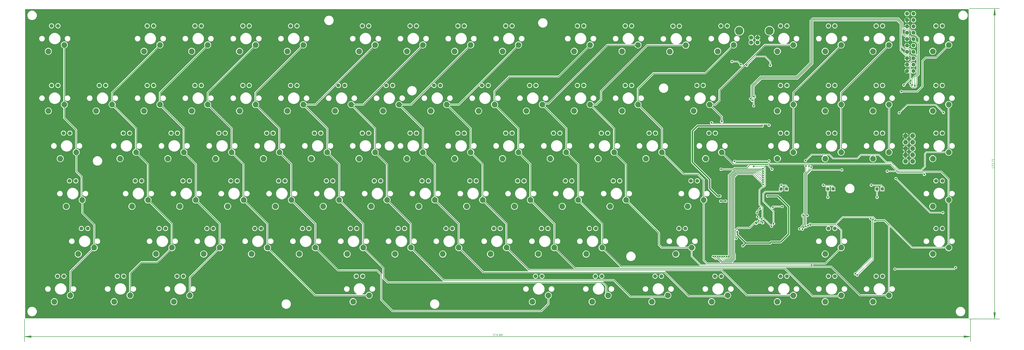
<source format=gbr>
G04 EAGLE Gerber X2 export*
G75*
%MOMM*%
%FSLAX34Y34*%
%LPD*%
%AMOC8*
5,1,8,0,0,1.08239X$1,22.5*%
G01*
%ADD10C,0.130000*%
%ADD11C,0.076200*%
%ADD12C,1.676400*%
%ADD13C,3.302000*%
%ADD14C,2.250000*%
%ADD15C,1.508000*%
%ADD16R,1.200000X1.200000*%
%ADD17P,1.649562X8X292.500000*%
%ADD18C,1.879600*%
%ADD19C,0.706400*%
%ADD20C,0.508000*%
%ADD21C,0.254000*%
%ADD22C,0.838200*%
%ADD23C,0.609600*%
%ADD24C,0.152400*%
%ADD25C,0.756400*%
%ADD26C,0.431800*%

G36*
X3751718Y2544D02*
X3751718Y2544D01*
X3751737Y2542D01*
X3751839Y2564D01*
X3751941Y2580D01*
X3751958Y2590D01*
X3751978Y2594D01*
X3752067Y2647D01*
X3752158Y2696D01*
X3752172Y2710D01*
X3752189Y2720D01*
X3752256Y2799D01*
X3752328Y2874D01*
X3752336Y2892D01*
X3752349Y2907D01*
X3752388Y3003D01*
X3752431Y3097D01*
X3752433Y3117D01*
X3752441Y3135D01*
X3752459Y3302D01*
X3752459Y1234198D01*
X3752456Y1234218D01*
X3752458Y1234237D01*
X3752436Y1234339D01*
X3752420Y1234441D01*
X3752410Y1234458D01*
X3752406Y1234478D01*
X3752353Y1234567D01*
X3752304Y1234658D01*
X3752290Y1234672D01*
X3752280Y1234689D01*
X3752201Y1234756D01*
X3752126Y1234828D01*
X3752108Y1234836D01*
X3752093Y1234849D01*
X3751997Y1234888D01*
X3751903Y1234931D01*
X3751883Y1234933D01*
X3751865Y1234941D01*
X3751698Y1234959D01*
X3302Y1234959D01*
X3282Y1234956D01*
X3263Y1234958D01*
X3161Y1234936D01*
X3059Y1234920D01*
X3042Y1234910D01*
X3022Y1234906D01*
X2933Y1234853D01*
X2842Y1234804D01*
X2828Y1234790D01*
X2811Y1234780D01*
X2744Y1234701D01*
X2672Y1234626D01*
X2664Y1234608D01*
X2651Y1234593D01*
X2612Y1234497D01*
X2569Y1234403D01*
X2567Y1234383D01*
X2559Y1234365D01*
X2541Y1234198D01*
X2541Y3302D01*
X2544Y3282D01*
X2542Y3263D01*
X2564Y3161D01*
X2580Y3059D01*
X2590Y3042D01*
X2594Y3022D01*
X2647Y2933D01*
X2696Y2842D01*
X2710Y2828D01*
X2720Y2811D01*
X2799Y2744D01*
X2874Y2672D01*
X2892Y2664D01*
X2907Y2651D01*
X3003Y2612D01*
X3097Y2569D01*
X3117Y2567D01*
X3135Y2559D01*
X3302Y2541D01*
X3751698Y2541D01*
X3751718Y2544D01*
G37*
%LPC*%
G36*
X2791607Y80809D02*
X2791607Y80809D01*
X2786538Y82909D01*
X2782659Y86788D01*
X2782505Y87159D01*
X2782444Y87259D01*
X2782384Y87359D01*
X2782379Y87363D01*
X2782375Y87368D01*
X2782285Y87443D01*
X2782197Y87519D01*
X2782191Y87521D01*
X2782186Y87525D01*
X2782078Y87567D01*
X2781968Y87611D01*
X2781961Y87612D01*
X2781956Y87613D01*
X2781938Y87614D01*
X2781802Y87629D01*
X2638117Y87629D01*
X2543089Y182656D01*
X2543016Y182709D01*
X2542946Y182769D01*
X2542916Y182781D01*
X2542890Y182800D01*
X2542803Y182827D01*
X2542718Y182861D01*
X2542677Y182865D01*
X2542655Y182872D01*
X2542622Y182871D01*
X2542551Y182879D01*
X1821932Y182879D01*
X1819476Y185334D01*
X1732704Y272107D01*
X1732609Y272175D01*
X1732515Y272245D01*
X1732509Y272247D01*
X1732504Y272250D01*
X1732393Y272285D01*
X1732281Y272321D01*
X1732275Y272321D01*
X1732269Y272323D01*
X1732152Y272320D01*
X1732035Y272319D01*
X1732028Y272317D01*
X1732023Y272316D01*
X1732006Y272310D01*
X1731874Y272272D01*
X1728343Y270809D01*
X1722857Y270809D01*
X1717788Y272909D01*
X1713909Y276788D01*
X1711809Y281857D01*
X1711809Y287343D01*
X1713909Y292412D01*
X1717788Y296291D01*
X1721319Y297754D01*
X1721419Y297815D01*
X1721519Y297875D01*
X1721523Y297880D01*
X1721528Y297883D01*
X1721603Y297974D01*
X1721679Y298062D01*
X1721681Y298068D01*
X1721685Y298073D01*
X1721727Y298181D01*
X1721771Y298290D01*
X1721772Y298298D01*
X1721773Y298303D01*
X1721774Y298321D01*
X1721789Y298457D01*
X1721789Y377706D01*
X1721775Y377796D01*
X1721767Y377887D01*
X1721755Y377917D01*
X1721750Y377949D01*
X1721707Y378030D01*
X1721671Y378114D01*
X1721645Y378146D01*
X1721634Y378166D01*
X1721611Y378189D01*
X1721566Y378244D01*
X1637704Y462107D01*
X1637610Y462174D01*
X1637515Y462245D01*
X1637509Y462247D01*
X1637504Y462250D01*
X1637393Y462285D01*
X1637281Y462321D01*
X1637275Y462321D01*
X1637269Y462323D01*
X1637152Y462320D01*
X1637035Y462319D01*
X1637028Y462317D01*
X1637023Y462316D01*
X1637006Y462310D01*
X1636874Y462272D01*
X1633343Y460809D01*
X1627857Y460809D01*
X1622788Y462909D01*
X1618909Y466788D01*
X1616809Y471857D01*
X1616809Y477343D01*
X1618909Y482412D01*
X1622788Y486291D01*
X1626319Y487754D01*
X1626419Y487815D01*
X1626519Y487875D01*
X1626523Y487880D01*
X1626528Y487883D01*
X1626603Y487974D01*
X1626679Y488062D01*
X1626681Y488068D01*
X1626685Y488073D01*
X1626727Y488181D01*
X1626771Y488290D01*
X1626772Y488298D01*
X1626773Y488303D01*
X1626774Y488321D01*
X1626789Y488457D01*
X1626789Y615206D01*
X1626775Y615296D01*
X1626767Y615387D01*
X1626755Y615417D01*
X1626750Y615449D01*
X1626707Y615530D01*
X1626671Y615614D01*
X1626645Y615646D01*
X1626634Y615666D01*
X1626611Y615689D01*
X1626566Y615744D01*
X1590204Y652107D01*
X1590110Y652174D01*
X1590015Y652245D01*
X1590009Y652247D01*
X1590004Y652250D01*
X1589893Y652285D01*
X1589781Y652321D01*
X1589775Y652321D01*
X1589769Y652323D01*
X1589652Y652320D01*
X1589535Y652319D01*
X1589528Y652317D01*
X1589523Y652316D01*
X1589506Y652310D01*
X1589374Y652272D01*
X1585843Y650809D01*
X1580357Y650809D01*
X1575288Y652909D01*
X1571409Y656788D01*
X1569309Y661857D01*
X1569309Y667343D01*
X1571409Y672412D01*
X1575288Y676291D01*
X1578819Y677754D01*
X1578919Y677815D01*
X1579019Y677875D01*
X1579023Y677880D01*
X1579028Y677883D01*
X1579103Y677974D01*
X1579179Y678062D01*
X1579181Y678068D01*
X1579185Y678073D01*
X1579227Y678181D01*
X1579271Y678290D01*
X1579272Y678298D01*
X1579273Y678303D01*
X1579274Y678321D01*
X1579289Y678457D01*
X1579289Y757706D01*
X1579286Y757724D01*
X1579288Y757740D01*
X1579274Y757807D01*
X1579267Y757887D01*
X1579255Y757917D01*
X1579250Y757949D01*
X1579238Y757970D01*
X1579236Y757981D01*
X1579208Y758027D01*
X1579207Y758030D01*
X1579171Y758114D01*
X1579145Y758146D01*
X1579134Y758166D01*
X1579112Y758187D01*
X1579110Y758192D01*
X1579106Y758195D01*
X1579066Y758244D01*
X1495204Y842107D01*
X1495110Y842174D01*
X1495015Y842245D01*
X1495009Y842247D01*
X1495004Y842250D01*
X1494893Y842285D01*
X1494781Y842321D01*
X1494775Y842321D01*
X1494769Y842323D01*
X1494652Y842320D01*
X1494535Y842319D01*
X1494528Y842317D01*
X1494523Y842316D01*
X1494506Y842310D01*
X1494374Y842272D01*
X1490843Y840809D01*
X1485357Y840809D01*
X1480288Y842909D01*
X1476409Y846788D01*
X1474309Y851857D01*
X1474309Y857343D01*
X1476409Y862412D01*
X1480288Y866291D01*
X1485357Y868391D01*
X1490843Y868391D01*
X1495912Y866291D01*
X1499791Y862412D01*
X1501254Y858881D01*
X1501315Y858781D01*
X1501375Y858681D01*
X1501380Y858677D01*
X1501383Y858672D01*
X1501474Y858597D01*
X1501562Y858521D01*
X1501568Y858519D01*
X1501573Y858515D01*
X1501681Y858473D01*
X1501790Y858429D01*
X1501798Y858428D01*
X1501803Y858427D01*
X1501821Y858426D01*
X1501957Y858411D01*
X1533706Y858411D01*
X1533796Y858425D01*
X1533887Y858433D01*
X1533917Y858445D01*
X1533949Y858450D01*
X1534030Y858493D01*
X1534114Y858529D01*
X1534146Y858555D01*
X1534166Y858566D01*
X1534189Y858589D01*
X1534244Y858634D01*
X1760607Y1084996D01*
X1760675Y1085091D01*
X1760745Y1085185D01*
X1760747Y1085191D01*
X1760750Y1085196D01*
X1760785Y1085307D01*
X1760821Y1085419D01*
X1760821Y1085425D01*
X1760823Y1085431D01*
X1760820Y1085548D01*
X1760819Y1085665D01*
X1760817Y1085672D01*
X1760816Y1085677D01*
X1760810Y1085694D01*
X1760772Y1085826D01*
X1759309Y1089357D01*
X1759309Y1094843D01*
X1761409Y1099912D01*
X1765288Y1103791D01*
X1770357Y1105891D01*
X1775843Y1105891D01*
X1780912Y1103791D01*
X1784791Y1099912D01*
X1786891Y1094843D01*
X1786891Y1089357D01*
X1784791Y1084288D01*
X1780912Y1080409D01*
X1775843Y1078309D01*
X1770357Y1078309D01*
X1766826Y1079772D01*
X1766712Y1079799D01*
X1766599Y1079827D01*
X1766592Y1079827D01*
X1766586Y1079828D01*
X1766470Y1079817D01*
X1766353Y1079808D01*
X1766348Y1079806D01*
X1766341Y1079805D01*
X1766234Y1079757D01*
X1766127Y1079712D01*
X1766121Y1079707D01*
X1766117Y1079705D01*
X1766103Y1079692D01*
X1765996Y1079607D01*
X1628569Y942180D01*
X1628528Y942122D01*
X1628478Y942070D01*
X1628456Y942023D01*
X1628426Y941981D01*
X1628405Y941912D01*
X1628375Y941847D01*
X1628369Y941795D01*
X1628354Y941745D01*
X1628355Y941674D01*
X1628348Y941603D01*
X1628359Y941552D01*
X1628360Y941500D01*
X1628385Y941432D01*
X1628400Y941362D01*
X1628426Y941318D01*
X1628444Y941269D01*
X1628489Y941213D01*
X1628526Y941151D01*
X1628566Y941117D01*
X1628598Y941077D01*
X1628658Y941038D01*
X1628713Y940991D01*
X1628761Y940972D01*
X1628805Y940944D01*
X1628874Y940926D01*
X1628941Y940899D01*
X1629012Y940891D01*
X1629044Y940883D01*
X1629067Y940885D01*
X1629108Y940881D01*
X1629305Y940881D01*
X1633010Y939346D01*
X1635846Y936510D01*
X1637381Y932805D01*
X1637381Y928795D01*
X1635846Y925090D01*
X1633010Y922254D01*
X1629305Y920719D01*
X1625295Y920719D01*
X1621590Y922254D01*
X1618754Y925090D01*
X1617219Y928795D01*
X1617219Y928992D01*
X1617217Y929008D01*
X1617218Y929021D01*
X1617207Y929071D01*
X1617206Y929135D01*
X1617188Y929184D01*
X1617180Y929235D01*
X1617166Y929260D01*
X1617166Y929262D01*
X1617160Y929271D01*
X1617146Y929298D01*
X1617121Y929366D01*
X1617089Y929406D01*
X1617064Y929452D01*
X1617012Y929502D01*
X1616968Y929558D01*
X1616924Y929586D01*
X1616886Y929622D01*
X1616821Y929652D01*
X1616761Y929691D01*
X1616710Y929703D01*
X1616663Y929725D01*
X1616592Y929733D01*
X1616522Y929751D01*
X1616470Y929747D01*
X1616419Y929752D01*
X1616348Y929737D01*
X1616277Y929732D01*
X1616229Y929711D01*
X1616178Y929700D01*
X1616117Y929663D01*
X1616051Y929635D01*
X1616001Y929595D01*
X1615988Y929588D01*
X1615983Y929584D01*
X1615967Y929574D01*
X1615952Y929556D01*
X1615920Y929531D01*
X1539634Y853244D01*
X1537178Y850789D01*
X1501957Y850789D01*
X1501842Y850770D01*
X1501726Y850753D01*
X1501721Y850751D01*
X1501714Y850750D01*
X1501612Y850695D01*
X1501507Y850642D01*
X1501503Y850637D01*
X1501497Y850634D01*
X1501417Y850550D01*
X1501335Y850466D01*
X1501331Y850460D01*
X1501328Y850456D01*
X1501320Y850439D01*
X1501254Y850319D01*
X1500428Y848326D01*
X1500401Y848212D01*
X1500373Y848099D01*
X1500373Y848092D01*
X1500372Y848086D01*
X1500383Y847970D01*
X1500392Y847853D01*
X1500394Y847848D01*
X1500395Y847841D01*
X1500443Y847734D01*
X1500488Y847627D01*
X1500493Y847621D01*
X1500495Y847617D01*
X1500508Y847603D01*
X1500593Y847496D01*
X1586911Y761178D01*
X1586911Y698562D01*
X1586922Y698492D01*
X1586924Y698420D01*
X1586942Y698371D01*
X1586950Y698320D01*
X1586984Y698256D01*
X1587009Y698189D01*
X1587041Y698148D01*
X1587066Y698102D01*
X1587118Y698053D01*
X1587162Y697997D01*
X1587206Y697969D01*
X1587244Y697933D01*
X1587309Y697903D01*
X1587369Y697864D01*
X1587420Y697851D01*
X1587467Y697829D01*
X1587538Y697821D01*
X1587608Y697804D01*
X1587660Y697808D01*
X1587711Y697802D01*
X1587782Y697818D01*
X1587853Y697823D01*
X1587901Y697843D01*
X1587952Y697855D01*
X1588013Y697891D01*
X1588079Y697919D01*
X1588135Y697964D01*
X1588163Y697981D01*
X1588178Y697998D01*
X1588210Y698024D01*
X1589546Y699360D01*
X1593604Y701041D01*
X1597996Y701041D01*
X1602054Y699360D01*
X1605160Y696254D01*
X1606841Y692196D01*
X1606841Y687804D01*
X1605160Y683746D01*
X1602054Y680640D01*
X1597996Y678959D01*
X1593604Y678959D01*
X1589546Y680640D01*
X1588210Y681976D01*
X1588152Y682018D01*
X1588100Y682067D01*
X1588053Y682089D01*
X1588011Y682119D01*
X1587942Y682140D01*
X1587877Y682171D01*
X1587825Y682176D01*
X1587775Y682192D01*
X1587704Y682190D01*
X1587633Y682198D01*
X1587582Y682187D01*
X1587530Y682185D01*
X1587462Y682161D01*
X1587392Y682145D01*
X1587347Y682119D01*
X1587299Y682101D01*
X1587243Y682056D01*
X1587181Y682019D01*
X1587147Y681980D01*
X1587107Y681947D01*
X1587068Y681887D01*
X1587021Y681832D01*
X1587002Y681784D01*
X1586974Y681740D01*
X1586956Y681671D01*
X1586929Y681604D01*
X1586921Y681533D01*
X1586913Y681502D01*
X1586915Y681478D01*
X1586911Y681438D01*
X1586911Y678457D01*
X1586930Y678342D01*
X1586947Y678226D01*
X1586949Y678221D01*
X1586950Y678214D01*
X1587005Y678112D01*
X1587058Y678007D01*
X1587063Y678003D01*
X1587066Y677997D01*
X1587150Y677917D01*
X1587234Y677835D01*
X1587240Y677831D01*
X1587244Y677828D01*
X1587261Y677820D01*
X1587381Y677754D01*
X1590912Y676291D01*
X1594791Y672412D01*
X1596891Y667343D01*
X1596891Y661857D01*
X1595428Y658326D01*
X1595401Y658212D01*
X1595373Y658099D01*
X1595373Y658092D01*
X1595372Y658086D01*
X1595383Y657970D01*
X1595392Y657853D01*
X1595394Y657848D01*
X1595395Y657841D01*
X1595443Y657734D01*
X1595488Y657627D01*
X1595493Y657621D01*
X1595495Y657617D01*
X1595508Y657603D01*
X1595593Y657496D01*
X1634411Y618678D01*
X1634411Y508562D01*
X1634422Y508492D01*
X1634424Y508420D01*
X1634442Y508371D01*
X1634450Y508320D01*
X1634484Y508256D01*
X1634509Y508189D01*
X1634541Y508148D01*
X1634566Y508102D01*
X1634618Y508053D01*
X1634662Y507997D01*
X1634706Y507969D01*
X1634744Y507933D01*
X1634809Y507903D01*
X1634869Y507864D01*
X1634920Y507851D01*
X1634967Y507829D01*
X1635038Y507821D01*
X1635108Y507804D01*
X1635160Y507808D01*
X1635211Y507802D01*
X1635282Y507818D01*
X1635353Y507823D01*
X1635401Y507843D01*
X1635452Y507855D01*
X1635513Y507891D01*
X1635579Y507919D01*
X1635635Y507964D01*
X1635663Y507981D01*
X1635678Y507998D01*
X1635710Y508024D01*
X1637046Y509360D01*
X1641104Y511041D01*
X1645496Y511041D01*
X1649554Y509360D01*
X1652660Y506254D01*
X1654341Y502196D01*
X1654341Y497804D01*
X1652660Y493746D01*
X1649554Y490640D01*
X1645496Y488959D01*
X1641104Y488959D01*
X1637046Y490640D01*
X1635710Y491976D01*
X1635652Y492018D01*
X1635600Y492067D01*
X1635553Y492089D01*
X1635511Y492119D01*
X1635442Y492140D01*
X1635377Y492171D01*
X1635325Y492176D01*
X1635275Y492192D01*
X1635204Y492190D01*
X1635133Y492198D01*
X1635082Y492187D01*
X1635030Y492185D01*
X1634962Y492161D01*
X1634892Y492145D01*
X1634847Y492119D01*
X1634799Y492101D01*
X1634743Y492056D01*
X1634681Y492019D01*
X1634647Y491980D01*
X1634607Y491947D01*
X1634568Y491887D01*
X1634521Y491832D01*
X1634502Y491784D01*
X1634474Y491740D01*
X1634456Y491671D01*
X1634429Y491604D01*
X1634421Y491533D01*
X1634413Y491502D01*
X1634415Y491478D01*
X1634411Y491438D01*
X1634411Y488457D01*
X1634430Y488342D01*
X1634447Y488226D01*
X1634449Y488221D01*
X1634450Y488214D01*
X1634505Y488112D01*
X1634558Y488007D01*
X1634563Y488003D01*
X1634566Y487997D01*
X1634650Y487917D01*
X1634734Y487835D01*
X1634740Y487831D01*
X1634744Y487828D01*
X1634761Y487820D01*
X1634881Y487754D01*
X1638412Y486291D01*
X1642291Y482412D01*
X1644391Y477343D01*
X1644391Y471857D01*
X1642928Y468326D01*
X1642901Y468212D01*
X1642873Y468099D01*
X1642873Y468092D01*
X1642872Y468086D01*
X1642883Y467970D01*
X1642892Y467853D01*
X1642894Y467848D01*
X1642895Y467841D01*
X1642943Y467734D01*
X1642988Y467627D01*
X1642993Y467621D01*
X1642995Y467617D01*
X1643008Y467603D01*
X1643093Y467496D01*
X1729411Y381178D01*
X1729411Y318562D01*
X1729422Y318492D01*
X1729424Y318420D01*
X1729442Y318371D01*
X1729450Y318320D01*
X1729484Y318256D01*
X1729509Y318189D01*
X1729541Y318148D01*
X1729566Y318102D01*
X1729618Y318053D01*
X1729662Y317997D01*
X1729706Y317969D01*
X1729744Y317933D01*
X1729809Y317903D01*
X1729869Y317864D01*
X1729920Y317851D01*
X1729967Y317829D01*
X1730038Y317821D01*
X1730108Y317804D01*
X1730160Y317808D01*
X1730211Y317802D01*
X1730282Y317818D01*
X1730353Y317823D01*
X1730401Y317843D01*
X1730452Y317855D01*
X1730513Y317891D01*
X1730579Y317919D01*
X1730635Y317964D01*
X1730663Y317981D01*
X1730678Y317998D01*
X1730710Y318024D01*
X1732046Y319360D01*
X1736104Y321041D01*
X1740496Y321041D01*
X1744554Y319360D01*
X1747660Y316254D01*
X1749341Y312196D01*
X1749341Y307804D01*
X1747660Y303746D01*
X1744554Y300640D01*
X1740496Y298959D01*
X1736104Y298959D01*
X1732046Y300640D01*
X1730710Y301976D01*
X1730652Y302018D01*
X1730600Y302067D01*
X1730553Y302089D01*
X1730511Y302119D01*
X1730442Y302140D01*
X1730377Y302171D01*
X1730325Y302176D01*
X1730275Y302192D01*
X1730204Y302190D01*
X1730133Y302198D01*
X1730082Y302187D01*
X1730030Y302185D01*
X1729962Y302161D01*
X1729892Y302145D01*
X1729847Y302119D01*
X1729799Y302101D01*
X1729743Y302056D01*
X1729681Y302019D01*
X1729647Y301980D01*
X1729607Y301947D01*
X1729568Y301887D01*
X1729521Y301832D01*
X1729502Y301784D01*
X1729474Y301740D01*
X1729456Y301671D01*
X1729429Y301604D01*
X1729421Y301533D01*
X1729413Y301502D01*
X1729415Y301478D01*
X1729411Y301438D01*
X1729411Y298457D01*
X1729430Y298342D01*
X1729447Y298226D01*
X1729449Y298221D01*
X1729450Y298214D01*
X1729505Y298111D01*
X1729558Y298007D01*
X1729563Y298003D01*
X1729566Y297997D01*
X1729650Y297917D01*
X1729734Y297835D01*
X1729740Y297831D01*
X1729744Y297828D01*
X1729761Y297820D01*
X1729881Y297754D01*
X1733412Y296291D01*
X1737291Y292412D01*
X1739391Y287343D01*
X1739391Y281857D01*
X1737928Y278326D01*
X1737901Y278212D01*
X1737873Y278099D01*
X1737873Y278092D01*
X1737872Y278086D01*
X1737883Y277970D01*
X1737892Y277853D01*
X1737894Y277848D01*
X1737895Y277841D01*
X1737943Y277734D01*
X1737988Y277627D01*
X1737993Y277621D01*
X1737995Y277617D01*
X1738008Y277603D01*
X1738093Y277496D01*
X1824866Y190724D01*
X1824939Y190671D01*
X1825009Y190611D01*
X1825039Y190599D01*
X1825065Y190580D01*
X1825152Y190553D01*
X1825237Y190519D01*
X1825278Y190515D01*
X1825300Y190508D01*
X1825333Y190509D01*
X1825404Y190501D01*
X2002472Y190501D01*
X2002543Y190512D01*
X2002615Y190514D01*
X2002664Y190532D01*
X2002715Y190540D01*
X2002778Y190574D01*
X2002846Y190599D01*
X2002886Y190631D01*
X2002932Y190656D01*
X2002982Y190708D01*
X2003038Y190752D01*
X2003066Y190796D01*
X2003102Y190834D01*
X2003132Y190899D01*
X2003171Y190959D01*
X2003183Y191010D01*
X2003205Y191057D01*
X2003213Y191128D01*
X2003231Y191198D01*
X2003227Y191250D01*
X2003232Y191301D01*
X2003217Y191372D01*
X2003212Y191443D01*
X2003191Y191491D01*
X2003180Y191542D01*
X2003143Y191603D01*
X2003115Y191669D01*
X2003071Y191725D01*
X2003054Y191753D01*
X2003036Y191768D01*
X2003011Y191800D01*
X2000586Y194224D01*
X1922704Y272107D01*
X1922610Y272174D01*
X1922515Y272245D01*
X1922509Y272247D01*
X1922504Y272250D01*
X1922393Y272285D01*
X1922281Y272321D01*
X1922275Y272321D01*
X1922269Y272323D01*
X1922152Y272320D01*
X1922035Y272319D01*
X1922028Y272317D01*
X1922023Y272316D01*
X1922006Y272310D01*
X1921874Y272272D01*
X1918343Y270809D01*
X1912857Y270809D01*
X1907788Y272909D01*
X1903909Y276788D01*
X1901809Y281857D01*
X1901809Y287343D01*
X1903909Y292412D01*
X1907788Y296291D01*
X1911319Y297754D01*
X1911419Y297815D01*
X1911519Y297875D01*
X1911523Y297880D01*
X1911528Y297883D01*
X1911603Y297974D01*
X1911679Y298062D01*
X1911681Y298068D01*
X1911685Y298073D01*
X1911727Y298181D01*
X1911771Y298290D01*
X1911772Y298298D01*
X1911773Y298303D01*
X1911774Y298321D01*
X1911789Y298457D01*
X1911789Y377706D01*
X1911775Y377796D01*
X1911767Y377887D01*
X1911755Y377917D01*
X1911750Y377949D01*
X1911707Y378030D01*
X1911671Y378114D01*
X1911645Y378146D01*
X1911634Y378166D01*
X1911611Y378189D01*
X1911566Y378244D01*
X1827704Y462107D01*
X1827610Y462174D01*
X1827515Y462245D01*
X1827509Y462247D01*
X1827504Y462250D01*
X1827393Y462285D01*
X1827281Y462321D01*
X1827275Y462321D01*
X1827269Y462323D01*
X1827152Y462320D01*
X1827035Y462319D01*
X1827028Y462317D01*
X1827023Y462316D01*
X1827006Y462310D01*
X1826874Y462272D01*
X1823343Y460809D01*
X1817857Y460809D01*
X1812788Y462909D01*
X1808909Y466788D01*
X1806809Y471857D01*
X1806809Y477343D01*
X1808909Y482412D01*
X1812788Y486291D01*
X1816319Y487754D01*
X1816419Y487815D01*
X1816519Y487875D01*
X1816523Y487880D01*
X1816528Y487883D01*
X1816603Y487974D01*
X1816679Y488062D01*
X1816681Y488068D01*
X1816685Y488073D01*
X1816727Y488181D01*
X1816771Y488290D01*
X1816772Y488298D01*
X1816773Y488303D01*
X1816774Y488321D01*
X1816789Y488457D01*
X1816789Y615206D01*
X1816775Y615296D01*
X1816767Y615387D01*
X1816755Y615417D01*
X1816750Y615449D01*
X1816707Y615530D01*
X1816671Y615614D01*
X1816645Y615646D01*
X1816634Y615666D01*
X1816611Y615689D01*
X1816566Y615744D01*
X1780204Y652107D01*
X1780109Y652175D01*
X1780015Y652245D01*
X1780009Y652247D01*
X1780004Y652250D01*
X1779893Y652285D01*
X1779781Y652321D01*
X1779775Y652321D01*
X1779769Y652323D01*
X1779652Y652320D01*
X1779535Y652319D01*
X1779528Y652317D01*
X1779523Y652316D01*
X1779506Y652310D01*
X1779374Y652272D01*
X1775843Y650809D01*
X1770357Y650809D01*
X1765288Y652909D01*
X1761409Y656788D01*
X1759309Y661857D01*
X1759309Y667343D01*
X1761409Y672412D01*
X1765288Y676291D01*
X1768819Y677754D01*
X1768919Y677815D01*
X1769019Y677875D01*
X1769023Y677880D01*
X1769028Y677883D01*
X1769103Y677974D01*
X1769179Y678062D01*
X1769181Y678068D01*
X1769185Y678073D01*
X1769227Y678181D01*
X1769271Y678290D01*
X1769272Y678298D01*
X1769273Y678303D01*
X1769274Y678321D01*
X1769289Y678457D01*
X1769289Y757706D01*
X1769286Y757724D01*
X1769288Y757740D01*
X1769274Y757807D01*
X1769267Y757887D01*
X1769255Y757917D01*
X1769250Y757949D01*
X1769238Y757970D01*
X1769236Y757981D01*
X1769208Y758027D01*
X1769207Y758030D01*
X1769171Y758114D01*
X1769145Y758146D01*
X1769134Y758166D01*
X1769112Y758187D01*
X1769110Y758192D01*
X1769106Y758195D01*
X1769066Y758245D01*
X1685204Y842107D01*
X1685110Y842174D01*
X1685015Y842245D01*
X1685009Y842247D01*
X1685004Y842250D01*
X1684893Y842285D01*
X1684781Y842321D01*
X1684775Y842321D01*
X1684769Y842323D01*
X1684652Y842320D01*
X1684535Y842319D01*
X1684528Y842317D01*
X1684523Y842316D01*
X1684506Y842310D01*
X1684374Y842272D01*
X1680843Y840809D01*
X1675357Y840809D01*
X1670288Y842909D01*
X1666409Y846788D01*
X1664309Y851857D01*
X1664309Y857343D01*
X1666409Y862412D01*
X1670288Y866291D01*
X1675357Y868391D01*
X1680843Y868391D01*
X1685912Y866291D01*
X1689791Y862412D01*
X1691254Y858881D01*
X1691315Y858781D01*
X1691375Y858681D01*
X1691380Y858677D01*
X1691383Y858672D01*
X1691474Y858597D01*
X1691562Y858521D01*
X1691568Y858519D01*
X1691573Y858515D01*
X1691681Y858473D01*
X1691790Y858429D01*
X1691798Y858428D01*
X1691803Y858427D01*
X1691821Y858426D01*
X1691957Y858411D01*
X1723706Y858411D01*
X1723796Y858425D01*
X1723887Y858433D01*
X1723917Y858445D01*
X1723949Y858450D01*
X1724030Y858493D01*
X1724114Y858529D01*
X1724146Y858555D01*
X1724166Y858566D01*
X1724189Y858589D01*
X1724244Y858634D01*
X1950607Y1084996D01*
X1950674Y1085090D01*
X1950745Y1085185D01*
X1950747Y1085191D01*
X1950750Y1085196D01*
X1950785Y1085307D01*
X1950821Y1085419D01*
X1950821Y1085425D01*
X1950823Y1085431D01*
X1950820Y1085548D01*
X1950819Y1085665D01*
X1950817Y1085672D01*
X1950816Y1085677D01*
X1950810Y1085694D01*
X1950772Y1085826D01*
X1949309Y1089357D01*
X1949309Y1094843D01*
X1951409Y1099912D01*
X1955288Y1103791D01*
X1960357Y1105891D01*
X1965843Y1105891D01*
X1970912Y1103791D01*
X1974791Y1099912D01*
X1976891Y1094843D01*
X1976891Y1089357D01*
X1974791Y1084288D01*
X1970912Y1080409D01*
X1965843Y1078309D01*
X1960357Y1078309D01*
X1956826Y1079772D01*
X1956712Y1079799D01*
X1956599Y1079827D01*
X1956592Y1079827D01*
X1956586Y1079828D01*
X1956470Y1079817D01*
X1956353Y1079808D01*
X1956348Y1079806D01*
X1956341Y1079805D01*
X1956234Y1079757D01*
X1956127Y1079712D01*
X1956121Y1079707D01*
X1956117Y1079705D01*
X1956103Y1079692D01*
X1955996Y1079607D01*
X1818569Y942180D01*
X1818528Y942122D01*
X1818478Y942070D01*
X1818456Y942023D01*
X1818426Y941981D01*
X1818405Y941912D01*
X1818375Y941847D01*
X1818369Y941795D01*
X1818354Y941745D01*
X1818355Y941674D01*
X1818348Y941603D01*
X1818359Y941552D01*
X1818360Y941500D01*
X1818385Y941432D01*
X1818400Y941362D01*
X1818426Y941318D01*
X1818444Y941269D01*
X1818489Y941213D01*
X1818526Y941151D01*
X1818566Y941117D01*
X1818598Y941077D01*
X1818658Y941038D01*
X1818713Y940991D01*
X1818761Y940972D01*
X1818805Y940944D01*
X1818874Y940926D01*
X1818941Y940899D01*
X1819012Y940891D01*
X1819044Y940883D01*
X1819067Y940885D01*
X1819108Y940881D01*
X1819305Y940881D01*
X1823010Y939346D01*
X1825846Y936510D01*
X1827381Y932805D01*
X1827381Y928795D01*
X1825846Y925090D01*
X1823010Y922254D01*
X1819305Y920719D01*
X1815295Y920719D01*
X1811590Y922254D01*
X1808754Y925090D01*
X1807219Y928795D01*
X1807219Y928992D01*
X1807217Y929008D01*
X1807218Y929021D01*
X1807207Y929071D01*
X1807206Y929135D01*
X1807188Y929184D01*
X1807180Y929235D01*
X1807166Y929260D01*
X1807166Y929262D01*
X1807160Y929271D01*
X1807146Y929298D01*
X1807121Y929366D01*
X1807089Y929406D01*
X1807064Y929452D01*
X1807012Y929502D01*
X1806968Y929558D01*
X1806924Y929586D01*
X1806886Y929622D01*
X1806821Y929652D01*
X1806761Y929691D01*
X1806710Y929703D01*
X1806663Y929725D01*
X1806592Y929733D01*
X1806522Y929751D01*
X1806470Y929747D01*
X1806419Y929752D01*
X1806348Y929737D01*
X1806277Y929732D01*
X1806229Y929711D01*
X1806178Y929700D01*
X1806117Y929663D01*
X1806051Y929635D01*
X1806001Y929595D01*
X1805988Y929588D01*
X1805983Y929584D01*
X1805967Y929574D01*
X1805952Y929556D01*
X1805920Y929531D01*
X1727178Y850789D01*
X1691957Y850789D01*
X1691842Y850770D01*
X1691726Y850753D01*
X1691721Y850751D01*
X1691714Y850750D01*
X1691612Y850695D01*
X1691507Y850642D01*
X1691503Y850637D01*
X1691497Y850634D01*
X1691417Y850550D01*
X1691335Y850466D01*
X1691331Y850460D01*
X1691328Y850456D01*
X1691320Y850439D01*
X1691254Y850319D01*
X1690428Y848326D01*
X1690401Y848212D01*
X1690373Y848099D01*
X1690373Y848092D01*
X1690372Y848086D01*
X1690383Y847970D01*
X1690392Y847853D01*
X1690394Y847848D01*
X1690395Y847841D01*
X1690443Y847734D01*
X1690488Y847627D01*
X1690493Y847621D01*
X1690495Y847617D01*
X1690508Y847603D01*
X1690593Y847496D01*
X1774455Y763634D01*
X1774456Y763634D01*
X1776911Y761178D01*
X1776911Y698562D01*
X1776922Y698492D01*
X1776924Y698420D01*
X1776942Y698371D01*
X1776950Y698320D01*
X1776984Y698256D01*
X1777009Y698189D01*
X1777041Y698148D01*
X1777066Y698102D01*
X1777118Y698053D01*
X1777162Y697997D01*
X1777206Y697969D01*
X1777244Y697933D01*
X1777309Y697903D01*
X1777369Y697864D01*
X1777420Y697851D01*
X1777467Y697829D01*
X1777538Y697821D01*
X1777608Y697804D01*
X1777660Y697808D01*
X1777711Y697802D01*
X1777782Y697818D01*
X1777853Y697823D01*
X1777901Y697843D01*
X1777952Y697855D01*
X1778013Y697891D01*
X1778079Y697919D01*
X1778135Y697964D01*
X1778163Y697981D01*
X1778178Y697998D01*
X1778210Y698024D01*
X1779546Y699360D01*
X1783604Y701041D01*
X1787996Y701041D01*
X1792054Y699360D01*
X1795160Y696254D01*
X1796841Y692196D01*
X1796841Y687804D01*
X1795160Y683746D01*
X1792054Y680640D01*
X1787996Y678959D01*
X1783604Y678959D01*
X1779546Y680640D01*
X1778210Y681976D01*
X1778152Y682018D01*
X1778100Y682067D01*
X1778053Y682089D01*
X1778011Y682119D01*
X1777942Y682140D01*
X1777877Y682171D01*
X1777825Y682176D01*
X1777775Y682192D01*
X1777704Y682190D01*
X1777633Y682198D01*
X1777582Y682187D01*
X1777530Y682185D01*
X1777462Y682161D01*
X1777392Y682145D01*
X1777347Y682119D01*
X1777299Y682101D01*
X1777243Y682056D01*
X1777181Y682019D01*
X1777147Y681980D01*
X1777107Y681947D01*
X1777068Y681887D01*
X1777021Y681832D01*
X1777002Y681784D01*
X1776974Y681740D01*
X1776956Y681671D01*
X1776929Y681604D01*
X1776921Y681533D01*
X1776913Y681502D01*
X1776915Y681478D01*
X1776911Y681438D01*
X1776911Y678457D01*
X1776930Y678342D01*
X1776947Y678226D01*
X1776949Y678221D01*
X1776950Y678214D01*
X1777005Y678112D01*
X1777058Y678007D01*
X1777063Y678003D01*
X1777066Y677997D01*
X1777150Y677917D01*
X1777234Y677835D01*
X1777240Y677831D01*
X1777244Y677828D01*
X1777261Y677820D01*
X1777381Y677754D01*
X1780912Y676291D01*
X1784791Y672412D01*
X1786891Y667343D01*
X1786891Y661857D01*
X1785428Y658326D01*
X1785401Y658212D01*
X1785373Y658099D01*
X1785373Y658092D01*
X1785372Y658086D01*
X1785383Y657970D01*
X1785392Y657853D01*
X1785394Y657848D01*
X1785395Y657841D01*
X1785443Y657734D01*
X1785488Y657627D01*
X1785493Y657621D01*
X1785495Y657617D01*
X1785508Y657603D01*
X1785593Y657496D01*
X1821956Y621134D01*
X1824411Y618678D01*
X1824411Y508562D01*
X1824422Y508492D01*
X1824424Y508420D01*
X1824442Y508371D01*
X1824450Y508320D01*
X1824484Y508256D01*
X1824509Y508189D01*
X1824541Y508148D01*
X1824566Y508102D01*
X1824618Y508053D01*
X1824662Y507997D01*
X1824706Y507969D01*
X1824744Y507933D01*
X1824809Y507903D01*
X1824869Y507864D01*
X1824920Y507851D01*
X1824967Y507829D01*
X1825038Y507821D01*
X1825108Y507804D01*
X1825160Y507808D01*
X1825211Y507802D01*
X1825282Y507818D01*
X1825353Y507823D01*
X1825401Y507843D01*
X1825452Y507855D01*
X1825513Y507891D01*
X1825579Y507919D01*
X1825635Y507964D01*
X1825663Y507981D01*
X1825678Y507998D01*
X1825710Y508024D01*
X1827046Y509360D01*
X1831104Y511041D01*
X1835496Y511041D01*
X1839554Y509360D01*
X1842660Y506254D01*
X1844341Y502196D01*
X1844341Y497804D01*
X1842660Y493746D01*
X1839554Y490640D01*
X1835496Y488959D01*
X1831104Y488959D01*
X1827046Y490640D01*
X1825710Y491976D01*
X1825652Y492018D01*
X1825600Y492067D01*
X1825553Y492089D01*
X1825511Y492119D01*
X1825442Y492140D01*
X1825377Y492171D01*
X1825325Y492176D01*
X1825275Y492192D01*
X1825204Y492190D01*
X1825133Y492198D01*
X1825082Y492187D01*
X1825030Y492185D01*
X1824962Y492161D01*
X1824892Y492145D01*
X1824847Y492119D01*
X1824799Y492101D01*
X1824743Y492056D01*
X1824681Y492019D01*
X1824647Y491980D01*
X1824607Y491947D01*
X1824568Y491887D01*
X1824521Y491832D01*
X1824502Y491784D01*
X1824474Y491740D01*
X1824456Y491671D01*
X1824429Y491604D01*
X1824421Y491533D01*
X1824413Y491502D01*
X1824415Y491478D01*
X1824411Y491438D01*
X1824411Y488457D01*
X1824430Y488342D01*
X1824447Y488226D01*
X1824449Y488221D01*
X1824450Y488214D01*
X1824505Y488112D01*
X1824558Y488007D01*
X1824563Y488003D01*
X1824566Y487997D01*
X1824650Y487917D01*
X1824734Y487835D01*
X1824740Y487831D01*
X1824744Y487828D01*
X1824761Y487820D01*
X1824881Y487754D01*
X1828412Y486291D01*
X1832291Y482412D01*
X1834391Y477343D01*
X1834391Y471857D01*
X1832928Y468326D01*
X1832901Y468212D01*
X1832873Y468099D01*
X1832873Y468092D01*
X1832872Y468086D01*
X1832883Y467970D01*
X1832892Y467853D01*
X1832894Y467848D01*
X1832895Y467841D01*
X1832943Y467734D01*
X1832988Y467627D01*
X1832993Y467621D01*
X1832995Y467617D01*
X1833008Y467603D01*
X1833093Y467496D01*
X1919411Y381178D01*
X1919411Y318562D01*
X1919422Y318492D01*
X1919424Y318420D01*
X1919442Y318371D01*
X1919450Y318320D01*
X1919484Y318256D01*
X1919509Y318189D01*
X1919541Y318148D01*
X1919566Y318102D01*
X1919618Y318053D01*
X1919662Y317997D01*
X1919706Y317969D01*
X1919744Y317933D01*
X1919809Y317903D01*
X1919869Y317864D01*
X1919920Y317851D01*
X1919967Y317829D01*
X1920038Y317821D01*
X1920108Y317804D01*
X1920160Y317808D01*
X1920211Y317802D01*
X1920282Y317818D01*
X1920353Y317823D01*
X1920401Y317843D01*
X1920452Y317855D01*
X1920513Y317891D01*
X1920579Y317919D01*
X1920635Y317964D01*
X1920663Y317981D01*
X1920678Y317998D01*
X1920710Y318024D01*
X1922046Y319360D01*
X1926104Y321041D01*
X1930496Y321041D01*
X1934554Y319360D01*
X1937660Y316254D01*
X1939341Y312196D01*
X1939341Y307804D01*
X1937660Y303746D01*
X1934554Y300640D01*
X1930496Y298959D01*
X1926104Y298959D01*
X1922046Y300640D01*
X1920710Y301976D01*
X1920652Y302018D01*
X1920600Y302067D01*
X1920553Y302089D01*
X1920511Y302119D01*
X1920442Y302140D01*
X1920377Y302171D01*
X1920325Y302176D01*
X1920275Y302192D01*
X1920204Y302190D01*
X1920133Y302198D01*
X1920082Y302187D01*
X1920030Y302185D01*
X1919962Y302161D01*
X1919892Y302145D01*
X1919847Y302119D01*
X1919799Y302101D01*
X1919743Y302056D01*
X1919681Y302019D01*
X1919647Y301980D01*
X1919607Y301947D01*
X1919568Y301887D01*
X1919521Y301832D01*
X1919502Y301784D01*
X1919474Y301740D01*
X1919456Y301671D01*
X1919429Y301604D01*
X1919421Y301533D01*
X1919413Y301502D01*
X1919415Y301478D01*
X1919411Y301438D01*
X1919411Y298457D01*
X1919430Y298342D01*
X1919447Y298226D01*
X1919449Y298221D01*
X1919450Y298214D01*
X1919505Y298111D01*
X1919558Y298007D01*
X1919563Y298003D01*
X1919566Y297997D01*
X1919650Y297917D01*
X1919734Y297835D01*
X1919740Y297831D01*
X1919744Y297828D01*
X1919761Y297820D01*
X1919881Y297754D01*
X1923412Y296291D01*
X1927291Y292412D01*
X1929391Y287343D01*
X1929391Y281857D01*
X1927928Y278326D01*
X1927901Y278212D01*
X1927873Y278099D01*
X1927873Y278092D01*
X1927872Y278086D01*
X1927883Y277970D01*
X1927892Y277853D01*
X1927894Y277848D01*
X1927895Y277841D01*
X1927943Y277734D01*
X1927988Y277627D01*
X1927993Y277621D01*
X1927995Y277617D01*
X1928008Y277603D01*
X1928093Y277496D01*
X2005976Y199614D01*
X2006049Y199561D01*
X2006119Y199501D01*
X2006149Y199489D01*
X2006175Y199470D01*
X2006262Y199443D01*
X2006347Y199409D01*
X2006388Y199405D01*
X2006410Y199398D01*
X2006443Y199399D01*
X2006514Y199391D01*
X2183582Y199391D01*
X2183653Y199402D01*
X2183725Y199404D01*
X2183774Y199422D01*
X2183825Y199430D01*
X2183888Y199464D01*
X2183956Y199489D01*
X2183996Y199521D01*
X2184042Y199546D01*
X2184092Y199598D01*
X2184148Y199642D01*
X2184176Y199686D01*
X2184212Y199724D01*
X2184242Y199789D01*
X2184281Y199849D01*
X2184293Y199900D01*
X2184315Y199947D01*
X2184323Y200018D01*
X2184341Y200088D01*
X2184337Y200140D01*
X2184342Y200191D01*
X2184327Y200262D01*
X2184322Y200333D01*
X2184301Y200381D01*
X2184290Y200432D01*
X2184253Y200493D01*
X2184225Y200559D01*
X2184181Y200615D01*
X2184164Y200643D01*
X2184146Y200658D01*
X2184121Y200690D01*
X2112704Y272107D01*
X2112610Y272174D01*
X2112515Y272245D01*
X2112509Y272247D01*
X2112504Y272250D01*
X2112393Y272285D01*
X2112281Y272321D01*
X2112275Y272321D01*
X2112269Y272323D01*
X2112152Y272320D01*
X2112035Y272319D01*
X2112028Y272317D01*
X2112023Y272316D01*
X2112006Y272310D01*
X2111874Y272272D01*
X2108343Y270809D01*
X2102857Y270809D01*
X2097788Y272909D01*
X2093909Y276788D01*
X2091809Y281857D01*
X2091809Y287343D01*
X2093909Y292412D01*
X2097788Y296291D01*
X2101319Y297754D01*
X2101419Y297815D01*
X2101519Y297875D01*
X2101523Y297880D01*
X2101528Y297883D01*
X2101603Y297974D01*
X2101679Y298062D01*
X2101681Y298068D01*
X2101685Y298073D01*
X2101727Y298181D01*
X2101771Y298290D01*
X2101772Y298298D01*
X2101773Y298303D01*
X2101774Y298321D01*
X2101789Y298457D01*
X2101789Y377706D01*
X2101775Y377796D01*
X2101767Y377887D01*
X2101755Y377917D01*
X2101750Y377949D01*
X2101707Y378030D01*
X2101671Y378114D01*
X2101645Y378146D01*
X2101634Y378166D01*
X2101611Y378189D01*
X2101566Y378244D01*
X2017704Y462107D01*
X2017610Y462174D01*
X2017515Y462245D01*
X2017509Y462247D01*
X2017504Y462250D01*
X2017393Y462285D01*
X2017281Y462321D01*
X2017275Y462321D01*
X2017269Y462323D01*
X2017152Y462320D01*
X2017035Y462319D01*
X2017028Y462317D01*
X2017023Y462316D01*
X2017006Y462310D01*
X2016874Y462272D01*
X2013343Y460809D01*
X2007857Y460809D01*
X2002788Y462909D01*
X1998909Y466788D01*
X1996809Y471857D01*
X1996809Y477343D01*
X1998909Y482412D01*
X2002788Y486291D01*
X2006319Y487754D01*
X2006419Y487815D01*
X2006519Y487875D01*
X2006523Y487880D01*
X2006528Y487883D01*
X2006603Y487974D01*
X2006679Y488062D01*
X2006681Y488068D01*
X2006685Y488073D01*
X2006727Y488181D01*
X2006771Y488290D01*
X2006772Y488298D01*
X2006773Y488303D01*
X2006774Y488321D01*
X2006789Y488457D01*
X2006789Y615206D01*
X2006775Y615296D01*
X2006767Y615387D01*
X2006755Y615417D01*
X2006750Y615449D01*
X2006707Y615530D01*
X2006671Y615614D01*
X2006645Y615646D01*
X2006634Y615666D01*
X2006611Y615689D01*
X2006566Y615744D01*
X1970204Y652107D01*
X1970109Y652175D01*
X1970015Y652245D01*
X1970009Y652247D01*
X1970004Y652250D01*
X1969893Y652285D01*
X1969781Y652321D01*
X1969775Y652321D01*
X1969769Y652323D01*
X1969652Y652320D01*
X1969535Y652319D01*
X1969528Y652317D01*
X1969523Y652316D01*
X1969506Y652310D01*
X1969374Y652272D01*
X1965843Y650809D01*
X1960357Y650809D01*
X1955288Y652909D01*
X1951409Y656788D01*
X1949309Y661857D01*
X1949309Y667343D01*
X1951409Y672412D01*
X1955288Y676291D01*
X1958819Y677754D01*
X1958919Y677815D01*
X1959019Y677875D01*
X1959023Y677880D01*
X1959028Y677883D01*
X1959103Y677974D01*
X1959179Y678062D01*
X1959181Y678068D01*
X1959185Y678073D01*
X1959227Y678181D01*
X1959271Y678290D01*
X1959272Y678298D01*
X1959273Y678303D01*
X1959274Y678321D01*
X1959289Y678457D01*
X1959289Y757706D01*
X1959286Y757724D01*
X1959288Y757740D01*
X1959274Y757807D01*
X1959267Y757887D01*
X1959255Y757917D01*
X1959250Y757949D01*
X1959238Y757970D01*
X1959236Y757981D01*
X1959208Y758027D01*
X1959207Y758030D01*
X1959171Y758114D01*
X1959145Y758146D01*
X1959134Y758166D01*
X1959112Y758187D01*
X1959110Y758192D01*
X1959106Y758195D01*
X1959066Y758244D01*
X1875204Y842107D01*
X1875110Y842174D01*
X1875015Y842245D01*
X1875009Y842247D01*
X1875004Y842250D01*
X1874893Y842285D01*
X1874781Y842321D01*
X1874775Y842321D01*
X1874769Y842323D01*
X1874652Y842320D01*
X1874535Y842319D01*
X1874528Y842317D01*
X1874523Y842316D01*
X1874506Y842310D01*
X1874374Y842272D01*
X1870843Y840809D01*
X1865357Y840809D01*
X1860288Y842909D01*
X1856409Y846788D01*
X1854309Y851857D01*
X1854309Y857343D01*
X1856409Y862412D01*
X1860288Y866291D01*
X1863819Y867754D01*
X1863919Y867815D01*
X1864019Y867875D01*
X1864023Y867880D01*
X1864028Y867883D01*
X1864103Y867974D01*
X1864179Y868062D01*
X1864181Y868068D01*
X1864185Y868073D01*
X1864227Y868181D01*
X1864271Y868290D01*
X1864272Y868298D01*
X1864273Y868303D01*
X1864274Y868321D01*
X1864289Y868457D01*
X1864289Y909558D01*
X1924377Y969646D01*
X2119941Y969646D01*
X2120031Y969660D01*
X2120122Y969668D01*
X2120152Y969680D01*
X2120184Y969685D01*
X2120265Y969728D01*
X2120349Y969764D01*
X2120381Y969790D01*
X2120401Y969801D01*
X2120424Y969824D01*
X2120479Y969869D01*
X2235607Y1084996D01*
X2235674Y1085090D01*
X2235745Y1085185D01*
X2235747Y1085191D01*
X2235750Y1085196D01*
X2235785Y1085307D01*
X2235821Y1085419D01*
X2235821Y1085425D01*
X2235823Y1085431D01*
X2235820Y1085548D01*
X2235819Y1085665D01*
X2235817Y1085672D01*
X2235816Y1085677D01*
X2235810Y1085694D01*
X2235772Y1085826D01*
X2234309Y1089357D01*
X2234309Y1094843D01*
X2236409Y1099912D01*
X2240288Y1103791D01*
X2245357Y1105891D01*
X2250843Y1105891D01*
X2255912Y1103791D01*
X2259791Y1099912D01*
X2261891Y1094843D01*
X2261891Y1089357D01*
X2259791Y1084288D01*
X2255912Y1080409D01*
X2250843Y1078309D01*
X2245357Y1078309D01*
X2241826Y1079772D01*
X2241712Y1079799D01*
X2241599Y1079827D01*
X2241592Y1079827D01*
X2241586Y1079828D01*
X2241470Y1079817D01*
X2241353Y1079808D01*
X2241348Y1079806D01*
X2241341Y1079805D01*
X2241234Y1079757D01*
X2241127Y1079712D01*
X2241121Y1079707D01*
X2241117Y1079705D01*
X2241103Y1079692D01*
X2240996Y1079607D01*
X2123413Y962024D01*
X1927849Y962024D01*
X1927759Y962010D01*
X1927668Y962002D01*
X1927638Y961990D01*
X1927606Y961985D01*
X1927525Y961942D01*
X1927441Y961906D01*
X1927409Y961880D01*
X1927389Y961869D01*
X1927366Y961846D01*
X1927311Y961801D01*
X1872134Y906624D01*
X1872081Y906551D01*
X1872021Y906481D01*
X1872009Y906451D01*
X1871990Y906425D01*
X1871963Y906338D01*
X1871929Y906253D01*
X1871925Y906212D01*
X1871918Y906190D01*
X1871919Y906157D01*
X1871911Y906086D01*
X1871911Y888562D01*
X1871922Y888492D01*
X1871924Y888420D01*
X1871942Y888371D01*
X1871950Y888320D01*
X1871984Y888256D01*
X1872009Y888189D01*
X1872041Y888148D01*
X1872066Y888102D01*
X1872118Y888053D01*
X1872162Y887997D01*
X1872206Y887969D01*
X1872244Y887933D01*
X1872309Y887903D01*
X1872369Y887864D01*
X1872420Y887851D01*
X1872467Y887829D01*
X1872538Y887821D01*
X1872608Y887804D01*
X1872660Y887808D01*
X1872711Y887802D01*
X1872782Y887818D01*
X1872853Y887823D01*
X1872901Y887843D01*
X1872952Y887855D01*
X1873013Y887891D01*
X1873079Y887919D01*
X1873135Y887964D01*
X1873163Y887981D01*
X1873178Y887998D01*
X1873210Y888024D01*
X1874546Y889360D01*
X1878604Y891041D01*
X1882996Y891041D01*
X1887054Y889360D01*
X1890160Y886254D01*
X1891841Y882196D01*
X1891841Y877804D01*
X1890160Y873746D01*
X1887054Y870640D01*
X1882996Y868959D01*
X1878604Y868959D01*
X1874546Y870640D01*
X1873210Y871976D01*
X1873152Y872018D01*
X1873100Y872067D01*
X1873053Y872089D01*
X1873011Y872119D01*
X1872942Y872140D01*
X1872877Y872171D01*
X1872825Y872176D01*
X1872775Y872192D01*
X1872704Y872190D01*
X1872633Y872198D01*
X1872582Y872187D01*
X1872530Y872185D01*
X1872462Y872161D01*
X1872392Y872145D01*
X1872347Y872119D01*
X1872299Y872101D01*
X1872243Y872056D01*
X1872181Y872019D01*
X1872147Y871980D01*
X1872107Y871947D01*
X1872068Y871887D01*
X1872021Y871832D01*
X1872002Y871784D01*
X1871974Y871740D01*
X1871956Y871671D01*
X1871929Y871604D01*
X1871921Y871533D01*
X1871913Y871502D01*
X1871915Y871478D01*
X1871911Y871438D01*
X1871911Y868457D01*
X1871930Y868342D01*
X1871947Y868226D01*
X1871949Y868221D01*
X1871950Y868214D01*
X1872005Y868112D01*
X1872058Y868007D01*
X1872063Y868003D01*
X1872066Y867997D01*
X1872150Y867917D01*
X1872234Y867835D01*
X1872240Y867831D01*
X1872244Y867828D01*
X1872261Y867820D01*
X1872381Y867754D01*
X1875912Y866291D01*
X1879791Y862412D01*
X1881891Y857343D01*
X1881891Y851857D01*
X1880428Y848326D01*
X1880401Y848212D01*
X1880373Y848099D01*
X1880373Y848092D01*
X1880372Y848086D01*
X1880383Y847970D01*
X1880392Y847853D01*
X1880394Y847848D01*
X1880395Y847841D01*
X1880443Y847734D01*
X1880488Y847627D01*
X1880493Y847621D01*
X1880495Y847617D01*
X1880508Y847603D01*
X1880593Y847496D01*
X1966911Y761178D01*
X1966911Y698562D01*
X1966922Y698492D01*
X1966924Y698420D01*
X1966942Y698371D01*
X1966950Y698320D01*
X1966984Y698256D01*
X1967009Y698189D01*
X1967041Y698148D01*
X1967066Y698102D01*
X1967118Y698053D01*
X1967162Y697997D01*
X1967206Y697969D01*
X1967244Y697933D01*
X1967309Y697903D01*
X1967369Y697864D01*
X1967420Y697851D01*
X1967467Y697829D01*
X1967538Y697821D01*
X1967608Y697804D01*
X1967660Y697808D01*
X1967711Y697802D01*
X1967782Y697818D01*
X1967853Y697823D01*
X1967901Y697843D01*
X1967952Y697855D01*
X1968013Y697891D01*
X1968079Y697919D01*
X1968135Y697964D01*
X1968163Y697981D01*
X1968178Y697998D01*
X1968210Y698024D01*
X1969546Y699360D01*
X1973604Y701041D01*
X1977996Y701041D01*
X1982054Y699360D01*
X1985160Y696254D01*
X1986841Y692196D01*
X1986841Y687804D01*
X1985160Y683746D01*
X1982054Y680640D01*
X1977996Y678959D01*
X1973604Y678959D01*
X1969546Y680640D01*
X1968210Y681976D01*
X1968152Y682018D01*
X1968100Y682067D01*
X1968053Y682089D01*
X1968011Y682119D01*
X1967942Y682140D01*
X1967877Y682171D01*
X1967825Y682176D01*
X1967775Y682192D01*
X1967704Y682190D01*
X1967633Y682198D01*
X1967582Y682187D01*
X1967530Y682185D01*
X1967462Y682161D01*
X1967392Y682145D01*
X1967347Y682119D01*
X1967299Y682101D01*
X1967243Y682056D01*
X1967181Y682019D01*
X1967147Y681980D01*
X1967107Y681947D01*
X1967068Y681887D01*
X1967021Y681832D01*
X1967002Y681784D01*
X1966974Y681740D01*
X1966956Y681671D01*
X1966929Y681604D01*
X1966921Y681533D01*
X1966913Y681502D01*
X1966915Y681478D01*
X1966911Y681438D01*
X1966911Y678457D01*
X1966930Y678342D01*
X1966947Y678226D01*
X1966949Y678221D01*
X1966950Y678214D01*
X1967005Y678112D01*
X1967058Y678007D01*
X1967063Y678003D01*
X1967066Y677997D01*
X1967150Y677917D01*
X1967234Y677835D01*
X1967240Y677831D01*
X1967244Y677828D01*
X1967261Y677820D01*
X1967381Y677754D01*
X1970912Y676291D01*
X1974791Y672412D01*
X1976891Y667343D01*
X1976891Y661857D01*
X1975428Y658326D01*
X1975401Y658212D01*
X1975373Y658099D01*
X1975373Y658092D01*
X1975372Y658086D01*
X1975383Y657970D01*
X1975392Y657853D01*
X1975394Y657848D01*
X1975395Y657841D01*
X1975443Y657734D01*
X1975488Y657627D01*
X1975493Y657621D01*
X1975495Y657617D01*
X1975508Y657603D01*
X1975593Y657496D01*
X2011956Y621134D01*
X2014411Y618678D01*
X2014411Y508562D01*
X2014422Y508492D01*
X2014424Y508420D01*
X2014442Y508371D01*
X2014450Y508320D01*
X2014484Y508256D01*
X2014509Y508189D01*
X2014541Y508148D01*
X2014566Y508102D01*
X2014618Y508053D01*
X2014662Y507997D01*
X2014706Y507969D01*
X2014744Y507933D01*
X2014809Y507903D01*
X2014869Y507864D01*
X2014920Y507851D01*
X2014967Y507829D01*
X2015038Y507821D01*
X2015108Y507804D01*
X2015160Y507808D01*
X2015211Y507802D01*
X2015282Y507818D01*
X2015353Y507823D01*
X2015401Y507843D01*
X2015452Y507855D01*
X2015513Y507891D01*
X2015579Y507919D01*
X2015635Y507964D01*
X2015663Y507981D01*
X2015678Y507998D01*
X2015710Y508024D01*
X2017046Y509360D01*
X2021104Y511041D01*
X2025496Y511041D01*
X2029554Y509360D01*
X2032660Y506254D01*
X2034341Y502196D01*
X2034341Y497804D01*
X2032660Y493746D01*
X2029554Y490640D01*
X2025496Y488959D01*
X2021104Y488959D01*
X2017046Y490640D01*
X2015710Y491976D01*
X2015652Y492018D01*
X2015600Y492067D01*
X2015553Y492089D01*
X2015511Y492119D01*
X2015442Y492140D01*
X2015377Y492171D01*
X2015325Y492176D01*
X2015275Y492192D01*
X2015204Y492190D01*
X2015133Y492198D01*
X2015082Y492187D01*
X2015030Y492185D01*
X2014962Y492161D01*
X2014892Y492145D01*
X2014847Y492119D01*
X2014799Y492101D01*
X2014743Y492056D01*
X2014681Y492019D01*
X2014647Y491980D01*
X2014607Y491947D01*
X2014568Y491887D01*
X2014521Y491832D01*
X2014502Y491784D01*
X2014474Y491740D01*
X2014456Y491671D01*
X2014429Y491604D01*
X2014421Y491533D01*
X2014413Y491502D01*
X2014415Y491478D01*
X2014411Y491438D01*
X2014411Y488457D01*
X2014430Y488342D01*
X2014447Y488226D01*
X2014449Y488221D01*
X2014450Y488214D01*
X2014505Y488112D01*
X2014558Y488007D01*
X2014563Y488003D01*
X2014566Y487997D01*
X2014650Y487917D01*
X2014734Y487835D01*
X2014740Y487831D01*
X2014744Y487828D01*
X2014761Y487820D01*
X2014881Y487754D01*
X2018412Y486291D01*
X2022291Y482412D01*
X2024391Y477343D01*
X2024391Y471857D01*
X2022928Y468326D01*
X2022901Y468212D01*
X2022873Y468099D01*
X2022873Y468092D01*
X2022872Y468086D01*
X2022883Y467970D01*
X2022892Y467853D01*
X2022894Y467848D01*
X2022895Y467841D01*
X2022943Y467734D01*
X2022988Y467627D01*
X2022993Y467621D01*
X2022995Y467617D01*
X2023008Y467603D01*
X2023093Y467496D01*
X2109411Y381178D01*
X2109411Y318562D01*
X2109422Y318492D01*
X2109424Y318420D01*
X2109442Y318371D01*
X2109450Y318320D01*
X2109484Y318256D01*
X2109509Y318189D01*
X2109541Y318148D01*
X2109566Y318102D01*
X2109618Y318053D01*
X2109662Y317997D01*
X2109706Y317969D01*
X2109744Y317933D01*
X2109809Y317903D01*
X2109869Y317864D01*
X2109920Y317851D01*
X2109967Y317829D01*
X2110038Y317821D01*
X2110108Y317804D01*
X2110160Y317808D01*
X2110211Y317802D01*
X2110282Y317818D01*
X2110353Y317823D01*
X2110401Y317843D01*
X2110452Y317855D01*
X2110513Y317891D01*
X2110579Y317919D01*
X2110635Y317964D01*
X2110663Y317981D01*
X2110678Y317998D01*
X2110710Y318024D01*
X2112046Y319360D01*
X2116104Y321041D01*
X2120496Y321041D01*
X2124554Y319360D01*
X2127660Y316254D01*
X2129341Y312196D01*
X2129341Y307804D01*
X2127660Y303746D01*
X2124554Y300640D01*
X2120496Y298959D01*
X2116104Y298959D01*
X2112046Y300640D01*
X2110710Y301976D01*
X2110652Y302018D01*
X2110600Y302067D01*
X2110553Y302089D01*
X2110511Y302119D01*
X2110442Y302140D01*
X2110377Y302171D01*
X2110325Y302176D01*
X2110275Y302192D01*
X2110204Y302190D01*
X2110133Y302198D01*
X2110082Y302187D01*
X2110030Y302185D01*
X2109962Y302161D01*
X2109892Y302145D01*
X2109847Y302119D01*
X2109799Y302101D01*
X2109743Y302056D01*
X2109681Y302019D01*
X2109647Y301980D01*
X2109607Y301947D01*
X2109568Y301887D01*
X2109521Y301832D01*
X2109502Y301784D01*
X2109474Y301740D01*
X2109456Y301671D01*
X2109429Y301604D01*
X2109421Y301533D01*
X2109413Y301502D01*
X2109415Y301478D01*
X2109411Y301438D01*
X2109411Y298457D01*
X2109430Y298342D01*
X2109447Y298226D01*
X2109449Y298221D01*
X2109450Y298214D01*
X2109505Y298111D01*
X2109558Y298007D01*
X2109563Y298003D01*
X2109566Y297997D01*
X2109650Y297917D01*
X2109734Y297835D01*
X2109740Y297831D01*
X2109744Y297828D01*
X2109761Y297820D01*
X2109881Y297754D01*
X2113412Y296291D01*
X2117291Y292412D01*
X2119391Y287343D01*
X2119391Y281857D01*
X2117928Y278326D01*
X2117901Y278212D01*
X2117873Y278099D01*
X2117873Y278092D01*
X2117872Y278086D01*
X2117883Y277970D01*
X2117892Y277853D01*
X2117894Y277848D01*
X2117895Y277841D01*
X2117943Y277734D01*
X2117988Y277627D01*
X2117993Y277621D01*
X2117995Y277617D01*
X2118008Y277603D01*
X2118093Y277496D01*
X2189626Y205964D01*
X2189699Y205911D01*
X2189769Y205851D01*
X2189799Y205839D01*
X2189825Y205820D01*
X2189912Y205793D01*
X2189997Y205759D01*
X2190038Y205755D01*
X2190060Y205748D01*
X2190093Y205749D01*
X2190164Y205741D01*
X2367232Y205741D01*
X2367303Y205752D01*
X2367375Y205754D01*
X2367424Y205772D01*
X2367475Y205780D01*
X2367538Y205814D01*
X2367606Y205839D01*
X2367646Y205871D01*
X2367692Y205896D01*
X2367742Y205948D01*
X2367798Y205992D01*
X2367826Y206036D01*
X2367862Y206074D01*
X2367892Y206139D01*
X2367931Y206199D01*
X2367943Y206250D01*
X2367965Y206297D01*
X2367973Y206368D01*
X2367991Y206438D01*
X2367987Y206490D01*
X2367992Y206541D01*
X2367977Y206612D01*
X2367972Y206683D01*
X2367951Y206731D01*
X2367940Y206782D01*
X2367903Y206843D01*
X2367875Y206909D01*
X2367831Y206965D01*
X2367814Y206993D01*
X2367796Y207008D01*
X2367771Y207040D01*
X2302704Y272107D01*
X2302610Y272174D01*
X2302515Y272245D01*
X2302509Y272247D01*
X2302504Y272250D01*
X2302393Y272285D01*
X2302281Y272321D01*
X2302275Y272321D01*
X2302269Y272323D01*
X2302152Y272320D01*
X2302035Y272319D01*
X2302028Y272317D01*
X2302023Y272316D01*
X2302006Y272310D01*
X2301874Y272272D01*
X2298343Y270809D01*
X2292857Y270809D01*
X2287788Y272909D01*
X2283909Y276788D01*
X2281809Y281857D01*
X2281809Y287343D01*
X2283909Y292412D01*
X2287788Y296291D01*
X2291319Y297754D01*
X2291419Y297815D01*
X2291519Y297875D01*
X2291523Y297880D01*
X2291528Y297883D01*
X2291603Y297974D01*
X2291679Y298062D01*
X2291681Y298068D01*
X2291685Y298073D01*
X2291727Y298181D01*
X2291771Y298290D01*
X2291772Y298298D01*
X2291773Y298303D01*
X2291774Y298321D01*
X2291789Y298457D01*
X2291789Y377706D01*
X2291775Y377796D01*
X2291767Y377887D01*
X2291755Y377917D01*
X2291750Y377949D01*
X2291707Y378030D01*
X2291671Y378114D01*
X2291645Y378146D01*
X2291634Y378166D01*
X2291611Y378189D01*
X2291566Y378244D01*
X2207704Y462107D01*
X2207609Y462175D01*
X2207515Y462245D01*
X2207509Y462247D01*
X2207504Y462250D01*
X2207393Y462285D01*
X2207281Y462321D01*
X2207275Y462321D01*
X2207269Y462323D01*
X2207152Y462320D01*
X2207035Y462319D01*
X2207028Y462317D01*
X2207023Y462316D01*
X2207006Y462310D01*
X2206874Y462272D01*
X2203343Y460809D01*
X2197857Y460809D01*
X2192788Y462909D01*
X2188909Y466788D01*
X2186809Y471857D01*
X2186809Y477343D01*
X2188909Y482412D01*
X2192788Y486291D01*
X2196319Y487754D01*
X2196419Y487815D01*
X2196519Y487875D01*
X2196523Y487880D01*
X2196528Y487883D01*
X2196603Y487974D01*
X2196679Y488062D01*
X2196681Y488068D01*
X2196685Y488073D01*
X2196727Y488181D01*
X2196771Y488290D01*
X2196772Y488298D01*
X2196773Y488303D01*
X2196774Y488321D01*
X2196789Y488457D01*
X2196789Y615206D01*
X2196775Y615296D01*
X2196767Y615387D01*
X2196755Y615417D01*
X2196750Y615449D01*
X2196707Y615530D01*
X2196671Y615614D01*
X2196645Y615646D01*
X2196634Y615666D01*
X2196611Y615689D01*
X2196566Y615744D01*
X2160204Y652107D01*
X2160109Y652175D01*
X2160015Y652245D01*
X2160009Y652247D01*
X2160004Y652250D01*
X2159893Y652285D01*
X2159781Y652321D01*
X2159775Y652321D01*
X2159769Y652323D01*
X2159652Y652320D01*
X2159535Y652319D01*
X2159528Y652317D01*
X2159523Y652316D01*
X2159506Y652310D01*
X2159374Y652272D01*
X2155843Y650809D01*
X2150357Y650809D01*
X2145288Y652909D01*
X2141409Y656788D01*
X2139309Y661857D01*
X2139309Y667343D01*
X2141409Y672412D01*
X2145288Y676291D01*
X2148819Y677754D01*
X2148919Y677815D01*
X2149019Y677875D01*
X2149023Y677880D01*
X2149028Y677883D01*
X2149103Y677974D01*
X2149179Y678062D01*
X2149181Y678068D01*
X2149185Y678073D01*
X2149227Y678181D01*
X2149271Y678290D01*
X2149272Y678298D01*
X2149273Y678303D01*
X2149274Y678321D01*
X2149289Y678457D01*
X2149289Y757706D01*
X2149286Y757724D01*
X2149288Y757740D01*
X2149274Y757807D01*
X2149267Y757887D01*
X2149255Y757917D01*
X2149250Y757949D01*
X2149238Y757970D01*
X2149236Y757981D01*
X2149208Y758027D01*
X2149207Y758030D01*
X2149171Y758114D01*
X2149145Y758146D01*
X2149134Y758166D01*
X2149112Y758187D01*
X2149110Y758192D01*
X2149106Y758195D01*
X2149066Y758245D01*
X2065204Y842107D01*
X2065109Y842175D01*
X2065015Y842245D01*
X2065009Y842247D01*
X2065004Y842250D01*
X2064893Y842285D01*
X2064781Y842321D01*
X2064775Y842321D01*
X2064769Y842323D01*
X2064652Y842320D01*
X2064535Y842319D01*
X2064528Y842317D01*
X2064523Y842316D01*
X2064506Y842310D01*
X2064374Y842272D01*
X2060843Y840809D01*
X2055357Y840809D01*
X2050288Y842909D01*
X2046409Y846788D01*
X2044309Y851857D01*
X2044309Y857343D01*
X2046409Y862412D01*
X2050288Y866291D01*
X2055357Y868391D01*
X2060843Y868391D01*
X2065912Y866291D01*
X2069649Y862554D01*
X2069723Y862501D01*
X2069793Y862441D01*
X2069823Y862429D01*
X2069849Y862410D01*
X2069936Y862383D01*
X2070021Y862349D01*
X2070062Y862345D01*
X2070084Y862338D01*
X2070116Y862339D01*
X2070188Y862331D01*
X2080271Y862331D01*
X2080361Y862345D01*
X2080452Y862353D01*
X2080482Y862365D01*
X2080514Y862370D01*
X2080595Y862413D01*
X2080679Y862449D01*
X2080711Y862475D01*
X2080731Y862486D01*
X2080754Y862509D01*
X2080809Y862554D01*
X2314167Y1095911D01*
X2389392Y1095911D01*
X2389488Y1095926D01*
X2389585Y1095936D01*
X2389609Y1095946D01*
X2389635Y1095950D01*
X2389721Y1095996D01*
X2389810Y1096036D01*
X2389829Y1096053D01*
X2389852Y1096066D01*
X2389919Y1096136D01*
X2389991Y1096202D01*
X2390004Y1096225D01*
X2390022Y1096244D01*
X2390063Y1096332D01*
X2390110Y1096418D01*
X2390114Y1096443D01*
X2390125Y1096467D01*
X2390136Y1096564D01*
X2390153Y1096660D01*
X2390150Y1096686D01*
X2390152Y1096711D01*
X2390132Y1096807D01*
X2390118Y1096903D01*
X2390106Y1096926D01*
X2390100Y1096952D01*
X2390050Y1097035D01*
X2390006Y1097122D01*
X2389987Y1097141D01*
X2389974Y1097163D01*
X2389900Y1097226D01*
X2389831Y1097294D01*
X2389802Y1097310D01*
X2389787Y1097323D01*
X2389756Y1097335D01*
X2389684Y1097375D01*
X2387232Y1098391D01*
X2380891Y1104732D01*
X2377459Y1113016D01*
X2377459Y1121984D01*
X2380891Y1130268D01*
X2387232Y1136609D01*
X2395516Y1140041D01*
X2404484Y1140041D01*
X2412768Y1136609D01*
X2419109Y1130268D01*
X2422541Y1121984D01*
X2422541Y1113016D01*
X2419109Y1104732D01*
X2412768Y1098391D01*
X2410316Y1097375D01*
X2410234Y1097324D01*
X2410148Y1097278D01*
X2410130Y1097259D01*
X2410107Y1097246D01*
X2410045Y1097171D01*
X2409978Y1097100D01*
X2409967Y1097076D01*
X2409951Y1097056D01*
X2409916Y1096965D01*
X2409875Y1096877D01*
X2409872Y1096851D01*
X2409862Y1096827D01*
X2409858Y1096729D01*
X2409848Y1096633D01*
X2409853Y1096607D01*
X2409852Y1096581D01*
X2409879Y1096487D01*
X2409900Y1096392D01*
X2409913Y1096370D01*
X2409920Y1096345D01*
X2409976Y1096265D01*
X2410026Y1096181D01*
X2410046Y1096164D01*
X2410061Y1096143D01*
X2410139Y1096084D01*
X2410213Y1096021D01*
X2410237Y1096011D01*
X2410258Y1095996D01*
X2410351Y1095966D01*
X2410441Y1095929D01*
X2410473Y1095926D01*
X2410492Y1095920D01*
X2410525Y1095920D01*
X2410608Y1095911D01*
X2424243Y1095911D01*
X2424358Y1095930D01*
X2424474Y1095947D01*
X2424479Y1095949D01*
X2424486Y1095950D01*
X2424588Y1096005D01*
X2424693Y1096058D01*
X2424697Y1096063D01*
X2424703Y1096066D01*
X2424783Y1096150D01*
X2424865Y1096234D01*
X2424869Y1096240D01*
X2424872Y1096244D01*
X2424880Y1096261D01*
X2424946Y1096381D01*
X2426409Y1099912D01*
X2430288Y1103791D01*
X2435357Y1105891D01*
X2440843Y1105891D01*
X2445912Y1103791D01*
X2449791Y1099912D01*
X2451891Y1094843D01*
X2451891Y1089357D01*
X2449791Y1084288D01*
X2445912Y1080409D01*
X2440843Y1078309D01*
X2435357Y1078309D01*
X2430288Y1080409D01*
X2426409Y1084288D01*
X2424946Y1087819D01*
X2424885Y1087919D01*
X2424825Y1088019D01*
X2424820Y1088023D01*
X2424817Y1088028D01*
X2424726Y1088103D01*
X2424638Y1088179D01*
X2424632Y1088181D01*
X2424627Y1088185D01*
X2424519Y1088227D01*
X2424410Y1088271D01*
X2424402Y1088272D01*
X2424397Y1088273D01*
X2424379Y1088274D01*
X2424243Y1088289D01*
X2317639Y1088289D01*
X2317549Y1088275D01*
X2317458Y1088267D01*
X2317428Y1088255D01*
X2317396Y1088250D01*
X2317315Y1088207D01*
X2317231Y1088171D01*
X2317199Y1088145D01*
X2317179Y1088134D01*
X2317156Y1088111D01*
X2317101Y1088066D01*
X2083743Y854709D01*
X2072652Y854709D01*
X2072632Y854706D01*
X2072613Y854708D01*
X2072511Y854686D01*
X2072409Y854670D01*
X2072392Y854660D01*
X2072372Y854656D01*
X2072283Y854603D01*
X2072192Y854554D01*
X2072178Y854540D01*
X2072161Y854530D01*
X2072094Y854451D01*
X2072022Y854376D01*
X2072014Y854358D01*
X2072001Y854343D01*
X2071962Y854247D01*
X2071919Y854153D01*
X2071917Y854133D01*
X2071909Y854115D01*
X2071891Y853948D01*
X2071891Y851857D01*
X2070428Y848326D01*
X2070401Y848212D01*
X2070373Y848099D01*
X2070373Y848092D01*
X2070372Y848086D01*
X2070383Y847970D01*
X2070392Y847853D01*
X2070394Y847848D01*
X2070395Y847841D01*
X2070443Y847734D01*
X2070488Y847627D01*
X2070493Y847621D01*
X2070495Y847617D01*
X2070508Y847603D01*
X2070593Y847496D01*
X2154455Y763634D01*
X2154456Y763634D01*
X2156911Y761178D01*
X2156911Y698562D01*
X2156922Y698492D01*
X2156924Y698420D01*
X2156942Y698371D01*
X2156950Y698320D01*
X2156984Y698256D01*
X2157009Y698189D01*
X2157041Y698148D01*
X2157066Y698102D01*
X2157118Y698053D01*
X2157162Y697997D01*
X2157206Y697969D01*
X2157244Y697933D01*
X2157309Y697903D01*
X2157369Y697864D01*
X2157420Y697851D01*
X2157467Y697829D01*
X2157538Y697821D01*
X2157608Y697804D01*
X2157660Y697808D01*
X2157711Y697802D01*
X2157782Y697818D01*
X2157853Y697823D01*
X2157901Y697843D01*
X2157952Y697855D01*
X2158013Y697891D01*
X2158079Y697919D01*
X2158135Y697964D01*
X2158163Y697981D01*
X2158178Y697998D01*
X2158210Y698024D01*
X2159546Y699360D01*
X2163604Y701041D01*
X2167996Y701041D01*
X2172054Y699360D01*
X2175160Y696254D01*
X2176841Y692196D01*
X2176841Y687804D01*
X2175160Y683746D01*
X2172054Y680640D01*
X2167996Y678959D01*
X2163604Y678959D01*
X2159546Y680640D01*
X2158210Y681976D01*
X2158152Y682018D01*
X2158100Y682067D01*
X2158053Y682089D01*
X2158011Y682119D01*
X2157942Y682140D01*
X2157877Y682171D01*
X2157825Y682176D01*
X2157775Y682192D01*
X2157704Y682190D01*
X2157633Y682198D01*
X2157582Y682187D01*
X2157530Y682185D01*
X2157462Y682161D01*
X2157392Y682145D01*
X2157347Y682119D01*
X2157299Y682101D01*
X2157243Y682056D01*
X2157181Y682019D01*
X2157147Y681980D01*
X2157107Y681947D01*
X2157068Y681887D01*
X2157021Y681832D01*
X2157002Y681784D01*
X2156974Y681740D01*
X2156956Y681671D01*
X2156929Y681604D01*
X2156921Y681533D01*
X2156913Y681502D01*
X2156915Y681478D01*
X2156911Y681438D01*
X2156911Y678457D01*
X2156930Y678342D01*
X2156947Y678226D01*
X2156949Y678221D01*
X2156950Y678214D01*
X2157005Y678112D01*
X2157058Y678007D01*
X2157063Y678003D01*
X2157066Y677997D01*
X2157150Y677917D01*
X2157234Y677835D01*
X2157240Y677831D01*
X2157244Y677828D01*
X2157261Y677820D01*
X2157381Y677754D01*
X2160912Y676291D01*
X2164791Y672412D01*
X2166891Y667343D01*
X2166891Y661857D01*
X2165428Y658326D01*
X2165401Y658212D01*
X2165373Y658099D01*
X2165373Y658092D01*
X2165372Y658086D01*
X2165383Y657970D01*
X2165392Y657853D01*
X2165394Y657848D01*
X2165395Y657841D01*
X2165443Y657734D01*
X2165488Y657627D01*
X2165493Y657621D01*
X2165495Y657617D01*
X2165508Y657603D01*
X2165593Y657496D01*
X2201956Y621134D01*
X2204411Y618678D01*
X2204411Y508562D01*
X2204422Y508492D01*
X2204424Y508420D01*
X2204442Y508371D01*
X2204450Y508320D01*
X2204484Y508256D01*
X2204509Y508189D01*
X2204541Y508148D01*
X2204566Y508102D01*
X2204618Y508053D01*
X2204662Y507997D01*
X2204706Y507969D01*
X2204744Y507933D01*
X2204809Y507903D01*
X2204869Y507864D01*
X2204920Y507851D01*
X2204967Y507829D01*
X2205038Y507821D01*
X2205108Y507804D01*
X2205160Y507808D01*
X2205211Y507802D01*
X2205282Y507818D01*
X2205353Y507823D01*
X2205401Y507843D01*
X2205452Y507855D01*
X2205513Y507891D01*
X2205579Y507919D01*
X2205635Y507964D01*
X2205663Y507981D01*
X2205678Y507998D01*
X2205710Y508024D01*
X2207046Y509360D01*
X2211104Y511041D01*
X2215496Y511041D01*
X2219554Y509360D01*
X2222660Y506254D01*
X2224341Y502196D01*
X2224341Y497804D01*
X2222660Y493746D01*
X2219554Y490640D01*
X2215496Y488959D01*
X2211104Y488959D01*
X2207046Y490640D01*
X2205710Y491976D01*
X2205652Y492018D01*
X2205600Y492067D01*
X2205553Y492089D01*
X2205511Y492119D01*
X2205442Y492140D01*
X2205377Y492171D01*
X2205325Y492176D01*
X2205275Y492192D01*
X2205204Y492190D01*
X2205133Y492198D01*
X2205082Y492187D01*
X2205030Y492185D01*
X2204962Y492161D01*
X2204892Y492145D01*
X2204847Y492119D01*
X2204799Y492101D01*
X2204743Y492056D01*
X2204681Y492019D01*
X2204647Y491980D01*
X2204607Y491947D01*
X2204568Y491887D01*
X2204521Y491832D01*
X2204502Y491784D01*
X2204474Y491740D01*
X2204456Y491671D01*
X2204429Y491604D01*
X2204421Y491533D01*
X2204413Y491502D01*
X2204415Y491478D01*
X2204411Y491438D01*
X2204411Y488457D01*
X2204430Y488342D01*
X2204447Y488226D01*
X2204449Y488221D01*
X2204450Y488214D01*
X2204505Y488112D01*
X2204558Y488007D01*
X2204563Y488003D01*
X2204566Y487997D01*
X2204650Y487917D01*
X2204734Y487835D01*
X2204740Y487831D01*
X2204744Y487828D01*
X2204761Y487820D01*
X2204881Y487754D01*
X2208412Y486291D01*
X2212291Y482412D01*
X2214391Y477343D01*
X2214391Y471857D01*
X2212928Y468326D01*
X2212901Y468212D01*
X2212873Y468099D01*
X2212873Y468092D01*
X2212872Y468086D01*
X2212883Y467970D01*
X2212892Y467853D01*
X2212894Y467848D01*
X2212895Y467841D01*
X2212943Y467734D01*
X2212988Y467627D01*
X2212993Y467621D01*
X2212995Y467617D01*
X2213008Y467603D01*
X2213093Y467496D01*
X2296956Y383634D01*
X2299411Y381178D01*
X2299411Y318562D01*
X2299422Y318492D01*
X2299424Y318420D01*
X2299442Y318371D01*
X2299450Y318320D01*
X2299484Y318256D01*
X2299509Y318189D01*
X2299541Y318148D01*
X2299566Y318102D01*
X2299618Y318053D01*
X2299662Y317997D01*
X2299706Y317969D01*
X2299744Y317933D01*
X2299809Y317903D01*
X2299869Y317864D01*
X2299920Y317851D01*
X2299967Y317829D01*
X2300038Y317821D01*
X2300108Y317804D01*
X2300160Y317808D01*
X2300211Y317802D01*
X2300282Y317818D01*
X2300353Y317823D01*
X2300401Y317843D01*
X2300452Y317855D01*
X2300513Y317891D01*
X2300579Y317919D01*
X2300635Y317964D01*
X2300663Y317981D01*
X2300678Y317998D01*
X2300710Y318024D01*
X2302046Y319360D01*
X2306104Y321041D01*
X2310496Y321041D01*
X2314554Y319360D01*
X2317660Y316254D01*
X2319341Y312196D01*
X2319341Y307804D01*
X2317660Y303746D01*
X2314554Y300640D01*
X2310496Y298959D01*
X2306104Y298959D01*
X2302046Y300640D01*
X2300710Y301976D01*
X2300652Y302018D01*
X2300600Y302067D01*
X2300553Y302089D01*
X2300511Y302119D01*
X2300442Y302140D01*
X2300377Y302171D01*
X2300325Y302176D01*
X2300275Y302192D01*
X2300204Y302190D01*
X2300133Y302198D01*
X2300082Y302187D01*
X2300030Y302185D01*
X2299962Y302161D01*
X2299892Y302145D01*
X2299847Y302119D01*
X2299799Y302101D01*
X2299743Y302056D01*
X2299681Y302019D01*
X2299647Y301980D01*
X2299607Y301947D01*
X2299568Y301887D01*
X2299521Y301832D01*
X2299502Y301784D01*
X2299474Y301740D01*
X2299456Y301671D01*
X2299429Y301604D01*
X2299421Y301533D01*
X2299413Y301502D01*
X2299415Y301478D01*
X2299411Y301438D01*
X2299411Y298457D01*
X2299430Y298342D01*
X2299447Y298226D01*
X2299449Y298221D01*
X2299450Y298214D01*
X2299505Y298111D01*
X2299558Y298007D01*
X2299563Y298003D01*
X2299566Y297997D01*
X2299650Y297917D01*
X2299734Y297835D01*
X2299740Y297831D01*
X2299744Y297828D01*
X2299761Y297820D01*
X2299881Y297754D01*
X2303412Y296291D01*
X2307291Y292412D01*
X2309391Y287343D01*
X2309391Y281857D01*
X2307928Y278326D01*
X2307901Y278212D01*
X2307873Y278099D01*
X2307873Y278092D01*
X2307872Y278086D01*
X2307883Y277970D01*
X2307892Y277853D01*
X2307894Y277848D01*
X2307895Y277841D01*
X2307943Y277734D01*
X2307988Y277627D01*
X2307993Y277621D01*
X2307995Y277617D01*
X2308008Y277603D01*
X2308093Y277496D01*
X2373275Y212314D01*
X2373349Y212261D01*
X2373419Y212201D01*
X2373449Y212189D01*
X2373475Y212170D01*
X2373562Y212143D01*
X2373647Y212109D01*
X2373688Y212105D01*
X2373710Y212098D01*
X2373742Y212099D01*
X2373814Y212091D01*
X2683351Y212091D01*
X2683421Y212102D01*
X2683493Y212104D01*
X2683542Y212122D01*
X2683593Y212130D01*
X2683657Y212164D01*
X2683724Y212189D01*
X2683765Y212221D01*
X2683811Y212246D01*
X2683860Y212298D01*
X2683916Y212342D01*
X2683944Y212386D01*
X2683980Y212424D01*
X2684010Y212489D01*
X2684049Y212549D01*
X2684062Y212600D01*
X2684084Y212647D01*
X2684092Y212718D01*
X2684109Y212788D01*
X2684105Y212840D01*
X2684111Y212891D01*
X2684096Y212962D01*
X2684090Y213033D01*
X2684070Y213081D01*
X2684059Y213132D01*
X2684022Y213193D01*
X2683994Y213259D01*
X2683949Y213315D01*
X2683932Y213343D01*
X2683915Y213358D01*
X2683889Y213390D01*
X2648547Y248732D01*
X2648547Y270532D01*
X2648546Y270539D01*
X2648546Y270540D01*
X2648545Y270545D01*
X2648528Y270647D01*
X2648511Y270763D01*
X2648509Y270769D01*
X2648508Y270775D01*
X2648453Y270878D01*
X2648400Y270983D01*
X2648395Y270987D01*
X2648392Y270993D01*
X2648308Y271072D01*
X2648224Y271155D01*
X2648218Y271158D01*
X2648214Y271162D01*
X2648197Y271170D01*
X2648077Y271236D01*
X2644038Y272909D01*
X2640159Y276788D01*
X2638696Y280319D01*
X2638635Y280419D01*
X2638575Y280519D01*
X2638570Y280523D01*
X2638567Y280528D01*
X2638476Y280603D01*
X2638388Y280679D01*
X2638382Y280681D01*
X2638377Y280685D01*
X2638269Y280727D01*
X2638160Y280771D01*
X2638152Y280772D01*
X2638147Y280773D01*
X2638129Y280774D01*
X2637993Y280789D01*
X2531317Y280789D01*
X2517774Y294332D01*
X2517774Y341721D01*
X2517760Y341811D01*
X2517752Y341902D01*
X2517740Y341932D01*
X2517735Y341964D01*
X2517692Y342045D01*
X2517656Y342129D01*
X2517630Y342161D01*
X2517619Y342181D01*
X2517596Y342204D01*
X2517551Y342259D01*
X2397704Y462107D01*
X2397609Y462175D01*
X2397515Y462245D01*
X2397509Y462247D01*
X2397504Y462250D01*
X2397393Y462285D01*
X2397281Y462321D01*
X2397275Y462321D01*
X2397269Y462323D01*
X2397152Y462320D01*
X2397035Y462319D01*
X2397028Y462317D01*
X2397023Y462316D01*
X2397006Y462310D01*
X2396874Y462272D01*
X2393343Y460809D01*
X2387857Y460809D01*
X2382788Y462909D01*
X2378909Y466788D01*
X2376809Y471857D01*
X2376809Y477343D01*
X2378909Y482412D01*
X2382788Y486291D01*
X2386319Y487754D01*
X2386419Y487815D01*
X2386519Y487875D01*
X2386523Y487880D01*
X2386528Y487883D01*
X2386603Y487974D01*
X2386679Y488062D01*
X2386681Y488068D01*
X2386685Y488073D01*
X2386727Y488181D01*
X2386771Y488290D01*
X2386772Y488298D01*
X2386773Y488303D01*
X2386774Y488321D01*
X2386789Y488457D01*
X2386789Y615206D01*
X2386775Y615296D01*
X2386767Y615387D01*
X2386755Y615417D01*
X2386750Y615449D01*
X2386707Y615530D01*
X2386671Y615614D01*
X2386645Y615646D01*
X2386634Y615666D01*
X2386611Y615689D01*
X2386566Y615744D01*
X2350204Y652107D01*
X2350110Y652174D01*
X2350015Y652245D01*
X2350009Y652247D01*
X2350004Y652250D01*
X2349893Y652285D01*
X2349781Y652321D01*
X2349775Y652321D01*
X2349769Y652323D01*
X2349652Y652320D01*
X2349535Y652319D01*
X2349528Y652317D01*
X2349523Y652316D01*
X2349506Y652310D01*
X2349374Y652272D01*
X2345843Y650809D01*
X2340357Y650809D01*
X2335288Y652909D01*
X2331409Y656788D01*
X2329309Y661857D01*
X2329309Y667343D01*
X2331409Y672412D01*
X2335288Y676291D01*
X2338819Y677754D01*
X2338919Y677815D01*
X2339019Y677875D01*
X2339023Y677880D01*
X2339028Y677883D01*
X2339103Y677974D01*
X2339179Y678062D01*
X2339181Y678068D01*
X2339185Y678073D01*
X2339227Y678181D01*
X2339271Y678290D01*
X2339272Y678298D01*
X2339273Y678303D01*
X2339274Y678321D01*
X2339289Y678457D01*
X2339289Y757706D01*
X2339286Y757724D01*
X2339288Y757740D01*
X2339274Y757807D01*
X2339267Y757887D01*
X2339255Y757917D01*
X2339250Y757949D01*
X2339238Y757970D01*
X2339236Y757981D01*
X2339208Y758027D01*
X2339207Y758030D01*
X2339171Y758114D01*
X2339145Y758146D01*
X2339134Y758166D01*
X2339112Y758187D01*
X2339110Y758192D01*
X2339106Y758195D01*
X2339066Y758244D01*
X2255204Y842107D01*
X2255109Y842175D01*
X2255015Y842245D01*
X2255009Y842247D01*
X2255004Y842250D01*
X2254893Y842285D01*
X2254781Y842321D01*
X2254775Y842321D01*
X2254769Y842323D01*
X2254652Y842320D01*
X2254535Y842319D01*
X2254528Y842317D01*
X2254523Y842316D01*
X2254506Y842310D01*
X2254374Y842272D01*
X2250843Y840809D01*
X2245357Y840809D01*
X2240288Y842909D01*
X2236409Y846788D01*
X2234309Y851857D01*
X2234309Y857343D01*
X2236409Y862412D01*
X2240288Y866291D01*
X2245357Y868391D01*
X2250843Y868391D01*
X2255912Y866291D01*
X2259791Y862412D01*
X2261254Y858881D01*
X2261315Y858781D01*
X2261375Y858681D01*
X2261380Y858677D01*
X2261383Y858672D01*
X2261474Y858597D01*
X2261562Y858521D01*
X2261568Y858519D01*
X2261573Y858515D01*
X2261681Y858473D01*
X2261790Y858429D01*
X2261798Y858428D01*
X2261803Y858427D01*
X2261821Y858426D01*
X2261957Y858411D01*
X2269391Y858411D01*
X2269481Y858425D01*
X2269572Y858433D01*
X2269602Y858445D01*
X2269634Y858450D01*
X2269715Y858493D01*
X2269799Y858529D01*
X2269831Y858555D01*
X2269851Y858566D01*
X2269874Y858589D01*
X2269929Y858634D01*
X2287046Y875751D01*
X2287099Y875824D01*
X2287159Y875894D01*
X2287171Y875924D01*
X2287190Y875950D01*
X2287217Y876037D01*
X2287251Y876122D01*
X2287255Y876163D01*
X2287262Y876185D01*
X2287261Y876218D01*
X2287269Y876289D01*
X2287269Y909628D01*
X2472552Y1094911D01*
X2579392Y1094911D01*
X2579488Y1094926D01*
X2579585Y1094936D01*
X2579609Y1094946D01*
X2579635Y1094950D01*
X2579721Y1094996D01*
X2579810Y1095036D01*
X2579829Y1095053D01*
X2579852Y1095066D01*
X2579919Y1095136D01*
X2579991Y1095202D01*
X2580004Y1095225D01*
X2580022Y1095244D01*
X2580063Y1095332D01*
X2580110Y1095418D01*
X2580114Y1095443D01*
X2580125Y1095467D01*
X2580136Y1095564D01*
X2580153Y1095660D01*
X2580150Y1095686D01*
X2580152Y1095711D01*
X2580132Y1095807D01*
X2580118Y1095903D01*
X2580106Y1095926D01*
X2580100Y1095952D01*
X2580050Y1096035D01*
X2580006Y1096122D01*
X2579987Y1096141D01*
X2579974Y1096163D01*
X2579900Y1096226D01*
X2579831Y1096294D01*
X2579802Y1096310D01*
X2579787Y1096323D01*
X2579756Y1096335D01*
X2579684Y1096375D01*
X2577232Y1097391D01*
X2570891Y1103732D01*
X2567459Y1112016D01*
X2567459Y1120984D01*
X2570891Y1129268D01*
X2577232Y1135609D01*
X2585516Y1139041D01*
X2594484Y1139041D01*
X2602768Y1135609D01*
X2609109Y1129268D01*
X2612541Y1120984D01*
X2612541Y1112016D01*
X2609109Y1103732D01*
X2602768Y1097391D01*
X2600316Y1096375D01*
X2600234Y1096324D01*
X2600148Y1096278D01*
X2600130Y1096259D01*
X2600107Y1096246D01*
X2600045Y1096171D01*
X2599978Y1096100D01*
X2599967Y1096076D01*
X2599951Y1096056D01*
X2599916Y1095965D01*
X2599875Y1095877D01*
X2599872Y1095851D01*
X2599862Y1095827D01*
X2599858Y1095729D01*
X2599848Y1095633D01*
X2599853Y1095607D01*
X2599852Y1095581D01*
X2599879Y1095487D01*
X2599900Y1095392D01*
X2599913Y1095370D01*
X2599920Y1095345D01*
X2599976Y1095265D01*
X2600026Y1095181D01*
X2600046Y1095164D01*
X2600061Y1095143D01*
X2600139Y1095084D01*
X2600213Y1095021D01*
X2600237Y1095011D01*
X2600258Y1094996D01*
X2600351Y1094966D01*
X2600441Y1094929D01*
X2600473Y1094926D01*
X2600492Y1094920D01*
X2600525Y1094920D01*
X2600608Y1094911D01*
X2614243Y1094911D01*
X2614358Y1094930D01*
X2614474Y1094947D01*
X2614479Y1094949D01*
X2614486Y1094950D01*
X2614588Y1095005D01*
X2614693Y1095058D01*
X2614697Y1095063D01*
X2614703Y1095066D01*
X2614783Y1095150D01*
X2614865Y1095234D01*
X2614869Y1095240D01*
X2614872Y1095244D01*
X2614880Y1095261D01*
X2614946Y1095381D01*
X2616409Y1098912D01*
X2620288Y1102791D01*
X2625357Y1104891D01*
X2630843Y1104891D01*
X2635912Y1102791D01*
X2639791Y1098912D01*
X2641891Y1093843D01*
X2641891Y1088357D01*
X2639791Y1083288D01*
X2635912Y1079409D01*
X2630843Y1077309D01*
X2625357Y1077309D01*
X2620288Y1079409D01*
X2616409Y1083288D01*
X2614946Y1086819D01*
X2614885Y1086919D01*
X2614825Y1087019D01*
X2614820Y1087023D01*
X2614817Y1087028D01*
X2614726Y1087103D01*
X2614638Y1087179D01*
X2614632Y1087181D01*
X2614627Y1087185D01*
X2614519Y1087227D01*
X2614410Y1087271D01*
X2614402Y1087272D01*
X2614397Y1087273D01*
X2614379Y1087274D01*
X2614243Y1087289D01*
X2476024Y1087289D01*
X2475934Y1087275D01*
X2475843Y1087267D01*
X2475813Y1087255D01*
X2475781Y1087250D01*
X2475700Y1087207D01*
X2475616Y1087171D01*
X2475584Y1087145D01*
X2475564Y1087134D01*
X2475541Y1087111D01*
X2475486Y1087066D01*
X2295114Y906694D01*
X2295061Y906621D01*
X2295001Y906551D01*
X2294989Y906521D01*
X2294970Y906495D01*
X2294943Y906408D01*
X2294927Y906366D01*
X2294919Y906349D01*
X2294918Y906346D01*
X2294909Y906323D01*
X2294905Y906282D01*
X2294898Y906260D01*
X2294899Y906227D01*
X2294891Y906156D01*
X2294891Y872817D01*
X2272863Y850789D01*
X2261957Y850789D01*
X2261842Y850770D01*
X2261726Y850753D01*
X2261721Y850751D01*
X2261714Y850750D01*
X2261612Y850695D01*
X2261507Y850642D01*
X2261503Y850637D01*
X2261497Y850634D01*
X2261417Y850550D01*
X2261335Y850466D01*
X2261331Y850460D01*
X2261328Y850456D01*
X2261320Y850439D01*
X2261254Y850319D01*
X2260428Y848326D01*
X2260401Y848212D01*
X2260373Y848099D01*
X2260373Y848092D01*
X2260372Y848086D01*
X2260383Y847970D01*
X2260392Y847853D01*
X2260394Y847848D01*
X2260395Y847841D01*
X2260443Y847734D01*
X2260488Y847627D01*
X2260493Y847621D01*
X2260495Y847617D01*
X2260508Y847603D01*
X2260593Y847496D01*
X2344456Y763634D01*
X2346911Y761178D01*
X2346911Y698562D01*
X2346922Y698492D01*
X2346924Y698420D01*
X2346942Y698371D01*
X2346950Y698320D01*
X2346984Y698256D01*
X2347009Y698189D01*
X2347041Y698148D01*
X2347066Y698102D01*
X2347118Y698053D01*
X2347162Y697997D01*
X2347206Y697969D01*
X2347244Y697933D01*
X2347309Y697903D01*
X2347369Y697864D01*
X2347420Y697851D01*
X2347467Y697829D01*
X2347538Y697821D01*
X2347608Y697804D01*
X2347660Y697808D01*
X2347711Y697802D01*
X2347782Y697818D01*
X2347853Y697823D01*
X2347901Y697843D01*
X2347952Y697855D01*
X2348013Y697891D01*
X2348079Y697919D01*
X2348135Y697964D01*
X2348163Y697981D01*
X2348178Y697998D01*
X2348210Y698024D01*
X2349546Y699360D01*
X2353604Y701041D01*
X2357996Y701041D01*
X2362054Y699360D01*
X2365160Y696254D01*
X2366841Y692196D01*
X2366841Y687804D01*
X2365160Y683746D01*
X2362054Y680640D01*
X2357996Y678959D01*
X2353604Y678959D01*
X2349546Y680640D01*
X2348210Y681976D01*
X2348152Y682018D01*
X2348100Y682067D01*
X2348053Y682089D01*
X2348011Y682119D01*
X2347942Y682140D01*
X2347877Y682171D01*
X2347825Y682176D01*
X2347775Y682192D01*
X2347704Y682190D01*
X2347633Y682198D01*
X2347582Y682187D01*
X2347530Y682185D01*
X2347462Y682161D01*
X2347392Y682145D01*
X2347347Y682119D01*
X2347299Y682101D01*
X2347243Y682056D01*
X2347181Y682019D01*
X2347147Y681980D01*
X2347107Y681947D01*
X2347068Y681887D01*
X2347021Y681832D01*
X2347002Y681784D01*
X2346974Y681740D01*
X2346956Y681671D01*
X2346929Y681604D01*
X2346921Y681533D01*
X2346913Y681502D01*
X2346915Y681478D01*
X2346911Y681438D01*
X2346911Y678457D01*
X2346930Y678342D01*
X2346947Y678226D01*
X2346949Y678221D01*
X2346950Y678214D01*
X2347005Y678112D01*
X2347058Y678007D01*
X2347063Y678003D01*
X2347066Y677997D01*
X2347150Y677917D01*
X2347234Y677835D01*
X2347240Y677831D01*
X2347244Y677828D01*
X2347261Y677820D01*
X2347381Y677754D01*
X2350912Y676291D01*
X2354791Y672412D01*
X2356891Y667343D01*
X2356891Y661857D01*
X2355428Y658326D01*
X2355401Y658212D01*
X2355373Y658099D01*
X2355373Y658092D01*
X2355372Y658086D01*
X2355383Y657970D01*
X2355392Y657853D01*
X2355394Y657848D01*
X2355395Y657841D01*
X2355443Y657734D01*
X2355488Y657627D01*
X2355493Y657621D01*
X2355495Y657617D01*
X2355508Y657603D01*
X2355593Y657496D01*
X2394411Y618678D01*
X2394411Y508562D01*
X2394422Y508492D01*
X2394424Y508420D01*
X2394442Y508371D01*
X2394450Y508320D01*
X2394484Y508256D01*
X2394509Y508189D01*
X2394541Y508148D01*
X2394566Y508102D01*
X2394618Y508053D01*
X2394662Y507997D01*
X2394706Y507969D01*
X2394744Y507933D01*
X2394809Y507903D01*
X2394869Y507864D01*
X2394920Y507851D01*
X2394967Y507829D01*
X2395038Y507821D01*
X2395108Y507804D01*
X2395160Y507808D01*
X2395211Y507802D01*
X2395282Y507818D01*
X2395353Y507823D01*
X2395401Y507843D01*
X2395452Y507855D01*
X2395513Y507891D01*
X2395579Y507919D01*
X2395635Y507964D01*
X2395663Y507981D01*
X2395678Y507998D01*
X2395710Y508024D01*
X2397046Y509360D01*
X2401104Y511041D01*
X2405496Y511041D01*
X2409554Y509360D01*
X2412660Y506254D01*
X2414341Y502196D01*
X2414341Y497804D01*
X2412660Y493746D01*
X2409554Y490640D01*
X2405496Y488959D01*
X2401104Y488959D01*
X2397046Y490640D01*
X2395710Y491976D01*
X2395652Y492018D01*
X2395600Y492067D01*
X2395553Y492089D01*
X2395511Y492119D01*
X2395442Y492140D01*
X2395377Y492171D01*
X2395325Y492176D01*
X2395275Y492192D01*
X2395204Y492190D01*
X2395133Y492198D01*
X2395082Y492187D01*
X2395030Y492185D01*
X2394962Y492161D01*
X2394892Y492145D01*
X2394847Y492119D01*
X2394799Y492101D01*
X2394743Y492056D01*
X2394681Y492019D01*
X2394647Y491980D01*
X2394607Y491947D01*
X2394568Y491887D01*
X2394521Y491832D01*
X2394502Y491784D01*
X2394474Y491740D01*
X2394456Y491671D01*
X2394429Y491604D01*
X2394421Y491533D01*
X2394413Y491502D01*
X2394415Y491478D01*
X2394411Y491438D01*
X2394411Y488457D01*
X2394430Y488342D01*
X2394447Y488226D01*
X2394449Y488221D01*
X2394450Y488214D01*
X2394505Y488112D01*
X2394558Y488007D01*
X2394563Y488003D01*
X2394566Y487997D01*
X2394650Y487917D01*
X2394734Y487835D01*
X2394740Y487831D01*
X2394744Y487828D01*
X2394761Y487820D01*
X2394881Y487754D01*
X2398412Y486291D01*
X2402291Y482412D01*
X2404391Y477343D01*
X2404391Y471857D01*
X2402928Y468326D01*
X2402901Y468212D01*
X2402873Y468099D01*
X2402873Y468092D01*
X2402872Y468086D01*
X2402883Y467970D01*
X2402892Y467853D01*
X2402894Y467848D01*
X2402895Y467841D01*
X2402943Y467734D01*
X2402988Y467627D01*
X2402993Y467621D01*
X2402995Y467617D01*
X2403008Y467603D01*
X2403093Y467496D01*
X2522941Y347649D01*
X2525396Y345193D01*
X2525396Y297804D01*
X2525410Y297714D01*
X2525418Y297623D01*
X2525430Y297593D01*
X2525435Y297561D01*
X2525478Y297480D01*
X2525514Y297396D01*
X2525540Y297364D01*
X2525551Y297344D01*
X2525574Y297321D01*
X2525619Y297266D01*
X2534251Y288634D01*
X2534324Y288581D01*
X2534394Y288521D01*
X2534424Y288509D01*
X2534450Y288490D01*
X2534537Y288463D01*
X2534622Y288429D01*
X2534663Y288425D01*
X2534685Y288418D01*
X2534718Y288419D01*
X2534789Y288411D01*
X2603142Y288411D01*
X2603238Y288426D01*
X2603335Y288436D01*
X2603359Y288446D01*
X2603385Y288450D01*
X2603471Y288496D01*
X2603560Y288536D01*
X2603579Y288553D01*
X2603602Y288566D01*
X2603669Y288636D01*
X2603741Y288702D01*
X2603754Y288725D01*
X2603772Y288744D01*
X2603813Y288832D01*
X2603860Y288918D01*
X2603864Y288943D01*
X2603875Y288967D01*
X2603886Y289064D01*
X2603903Y289160D01*
X2603900Y289186D01*
X2603902Y289211D01*
X2603882Y289307D01*
X2603868Y289403D01*
X2603856Y289426D01*
X2603850Y289452D01*
X2603800Y289535D01*
X2603756Y289622D01*
X2603737Y289641D01*
X2603724Y289663D01*
X2603650Y289726D01*
X2603581Y289794D01*
X2603552Y289810D01*
X2603537Y289823D01*
X2603506Y289835D01*
X2603434Y289875D01*
X2600982Y290891D01*
X2594641Y297232D01*
X2591209Y305516D01*
X2591209Y314484D01*
X2594641Y322768D01*
X2600982Y329109D01*
X2609266Y332541D01*
X2618234Y332541D01*
X2626518Y329109D01*
X2632859Y322768D01*
X2636291Y314484D01*
X2636291Y305516D01*
X2632859Y297232D01*
X2626518Y290891D01*
X2624066Y289875D01*
X2623984Y289824D01*
X2623898Y289778D01*
X2623880Y289759D01*
X2623857Y289746D01*
X2623795Y289671D01*
X2623728Y289600D01*
X2623717Y289576D01*
X2623701Y289556D01*
X2623666Y289465D01*
X2623625Y289377D01*
X2623622Y289351D01*
X2623612Y289327D01*
X2623608Y289229D01*
X2623598Y289133D01*
X2623603Y289107D01*
X2623602Y289081D01*
X2623629Y288987D01*
X2623650Y288892D01*
X2623663Y288870D01*
X2623670Y288845D01*
X2623726Y288765D01*
X2623776Y288681D01*
X2623796Y288664D01*
X2623811Y288643D01*
X2623889Y288584D01*
X2623963Y288521D01*
X2623987Y288511D01*
X2624008Y288496D01*
X2624101Y288466D01*
X2624191Y288429D01*
X2624223Y288426D01*
X2624242Y288420D01*
X2624275Y288420D01*
X2624358Y288411D01*
X2637993Y288411D01*
X2638108Y288430D01*
X2638224Y288447D01*
X2638229Y288449D01*
X2638236Y288450D01*
X2638338Y288505D01*
X2638443Y288558D01*
X2638447Y288563D01*
X2638453Y288566D01*
X2638533Y288650D01*
X2638615Y288734D01*
X2638619Y288740D01*
X2638622Y288744D01*
X2638630Y288761D01*
X2638696Y288881D01*
X2640159Y292412D01*
X2644038Y296291D01*
X2649107Y298391D01*
X2654593Y298391D01*
X2659662Y296291D01*
X2663541Y292412D01*
X2665641Y287343D01*
X2665641Y281857D01*
X2663541Y276788D01*
X2659662Y272909D01*
X2655623Y271236D01*
X2655523Y271174D01*
X2655423Y271114D01*
X2655419Y271109D01*
X2655414Y271106D01*
X2655339Y271016D01*
X2655263Y270927D01*
X2655261Y270921D01*
X2655257Y270917D01*
X2655215Y270809D01*
X2655171Y270699D01*
X2655170Y270692D01*
X2655169Y270687D01*
X2655168Y270669D01*
X2655153Y270532D01*
X2655153Y251783D01*
X2655167Y251693D01*
X2655175Y251602D01*
X2655187Y251573D01*
X2655192Y251541D01*
X2655235Y251460D01*
X2655271Y251376D01*
X2655297Y251344D01*
X2655308Y251323D01*
X2655331Y251301D01*
X2655376Y251245D01*
X2688465Y218156D01*
X2688539Y218103D01*
X2688608Y218043D01*
X2688639Y218031D01*
X2688665Y218012D01*
X2688752Y217985D01*
X2688837Y217951D01*
X2688878Y217947D01*
X2688900Y217940D01*
X2688932Y217941D01*
X2689003Y217933D01*
X2709175Y217933D01*
X2709246Y217944D01*
X2709318Y217946D01*
X2709367Y217964D01*
X2709418Y217972D01*
X2709481Y218006D01*
X2709549Y218031D01*
X2709589Y218063D01*
X2709635Y218088D01*
X2709685Y218139D01*
X2709741Y218184D01*
X2709769Y218228D01*
X2709805Y218266D01*
X2709835Y218331D01*
X2709874Y218391D01*
X2709886Y218442D01*
X2709908Y218489D01*
X2709916Y218560D01*
X2709934Y218630D01*
X2709930Y218682D01*
X2709935Y218733D01*
X2709920Y218804D01*
X2709915Y218875D01*
X2709894Y218923D01*
X2709883Y218974D01*
X2709846Y219035D01*
X2709818Y219101D01*
X2709774Y219157D01*
X2709757Y219185D01*
X2709739Y219200D01*
X2709714Y219232D01*
X2709321Y219624D01*
X2695539Y233407D01*
X2695539Y460743D01*
X2695520Y460858D01*
X2695503Y460974D01*
X2695501Y460979D01*
X2695500Y460986D01*
X2695445Y461088D01*
X2695392Y461193D01*
X2695387Y461197D01*
X2695384Y461203D01*
X2695301Y461282D01*
X2695216Y461365D01*
X2695210Y461369D01*
X2695206Y461372D01*
X2695189Y461380D01*
X2695069Y461446D01*
X2691538Y462909D01*
X2687659Y466788D01*
X2685559Y471857D01*
X2685559Y477343D01*
X2687659Y482412D01*
X2691538Y486291D01*
X2695069Y487754D01*
X2695169Y487815D01*
X2695269Y487875D01*
X2695273Y487880D01*
X2695278Y487883D01*
X2695353Y487974D01*
X2695429Y488062D01*
X2695431Y488068D01*
X2695435Y488073D01*
X2695477Y488181D01*
X2695521Y488290D01*
X2695522Y488298D01*
X2695523Y488303D01*
X2695524Y488321D01*
X2695539Y488457D01*
X2695539Y552496D01*
X2695525Y552586D01*
X2695517Y552677D01*
X2695505Y552707D01*
X2695500Y552739D01*
X2695457Y552820D01*
X2695421Y552904D01*
X2695395Y552936D01*
X2695384Y552956D01*
X2695361Y552979D01*
X2695316Y553034D01*
X2674534Y573816D01*
X2674461Y573869D01*
X2674391Y573929D01*
X2674361Y573941D01*
X2674335Y573960D01*
X2674248Y573987D01*
X2674163Y574021D01*
X2674122Y574025D01*
X2674100Y574032D01*
X2674067Y574031D01*
X2673996Y574039D01*
X2618272Y574039D01*
X2615816Y576494D01*
X2615816Y576495D01*
X2540204Y652107D01*
X2540110Y652174D01*
X2540015Y652245D01*
X2540009Y652247D01*
X2540004Y652250D01*
X2539893Y652285D01*
X2539781Y652321D01*
X2539775Y652321D01*
X2539769Y652323D01*
X2539652Y652320D01*
X2539535Y652319D01*
X2539528Y652317D01*
X2539523Y652316D01*
X2539506Y652310D01*
X2539374Y652272D01*
X2535843Y650809D01*
X2530357Y650809D01*
X2525288Y652909D01*
X2521409Y656788D01*
X2519309Y661857D01*
X2519309Y667343D01*
X2521409Y672412D01*
X2525288Y676291D01*
X2528819Y677754D01*
X2528919Y677815D01*
X2529019Y677875D01*
X2529023Y677880D01*
X2529028Y677883D01*
X2529103Y677974D01*
X2529179Y678062D01*
X2529181Y678068D01*
X2529185Y678073D01*
X2529227Y678181D01*
X2529271Y678290D01*
X2529272Y678298D01*
X2529273Y678303D01*
X2529274Y678321D01*
X2529289Y678457D01*
X2529289Y757706D01*
X2529286Y757724D01*
X2529288Y757740D01*
X2529274Y757807D01*
X2529267Y757887D01*
X2529255Y757917D01*
X2529250Y757949D01*
X2529238Y757970D01*
X2529236Y757981D01*
X2529208Y758027D01*
X2529207Y758030D01*
X2529171Y758114D01*
X2529145Y758146D01*
X2529134Y758166D01*
X2529112Y758187D01*
X2529110Y758192D01*
X2529106Y758195D01*
X2529066Y758245D01*
X2445204Y842107D01*
X2445109Y842175D01*
X2445015Y842245D01*
X2445009Y842247D01*
X2445004Y842250D01*
X2444893Y842285D01*
X2444781Y842321D01*
X2444775Y842321D01*
X2444769Y842323D01*
X2444652Y842320D01*
X2444535Y842319D01*
X2444528Y842317D01*
X2444523Y842316D01*
X2444506Y842310D01*
X2444374Y842272D01*
X2440843Y840809D01*
X2435357Y840809D01*
X2430288Y842909D01*
X2426409Y846788D01*
X2424309Y851857D01*
X2424309Y857343D01*
X2426409Y862412D01*
X2430288Y866291D01*
X2433819Y867754D01*
X2433919Y867815D01*
X2434019Y867875D01*
X2434023Y867880D01*
X2434028Y867883D01*
X2434103Y867974D01*
X2434179Y868062D01*
X2434181Y868068D01*
X2434185Y868073D01*
X2434227Y868181D01*
X2434271Y868290D01*
X2434272Y868298D01*
X2434273Y868303D01*
X2434274Y868321D01*
X2434289Y868457D01*
X2434289Y919488D01*
X2497782Y982981D01*
X2703276Y982981D01*
X2703366Y982995D01*
X2703457Y983003D01*
X2703487Y983015D01*
X2703519Y983020D01*
X2703600Y983063D01*
X2703684Y983099D01*
X2703716Y983125D01*
X2703736Y983136D01*
X2703759Y983159D01*
X2703814Y983204D01*
X2805607Y1084996D01*
X2805675Y1085091D01*
X2805745Y1085185D01*
X2805747Y1085191D01*
X2805750Y1085196D01*
X2805785Y1085307D01*
X2805821Y1085419D01*
X2805821Y1085425D01*
X2805823Y1085431D01*
X2805820Y1085548D01*
X2805819Y1085665D01*
X2805817Y1085672D01*
X2805816Y1085677D01*
X2805810Y1085694D01*
X2805772Y1085826D01*
X2804309Y1089357D01*
X2804309Y1094843D01*
X2806409Y1099912D01*
X2810288Y1103791D01*
X2815357Y1105891D01*
X2820843Y1105891D01*
X2825912Y1103791D01*
X2829791Y1099912D01*
X2831891Y1094843D01*
X2831891Y1089357D01*
X2829791Y1084288D01*
X2825912Y1080409D01*
X2820843Y1078309D01*
X2815357Y1078309D01*
X2811826Y1079772D01*
X2811712Y1079799D01*
X2811599Y1079827D01*
X2811592Y1079827D01*
X2811586Y1079828D01*
X2811470Y1079817D01*
X2811353Y1079808D01*
X2811348Y1079806D01*
X2811341Y1079805D01*
X2811234Y1079757D01*
X2811127Y1079712D01*
X2811121Y1079707D01*
X2811117Y1079705D01*
X2811103Y1079692D01*
X2810996Y1079607D01*
X2709204Y977814D01*
X2706748Y975359D01*
X2501254Y975359D01*
X2501164Y975345D01*
X2501073Y975337D01*
X2501043Y975325D01*
X2501011Y975320D01*
X2500930Y975277D01*
X2500846Y975241D01*
X2500814Y975215D01*
X2500794Y975204D01*
X2500771Y975181D01*
X2500716Y975136D01*
X2442134Y916554D01*
X2442088Y916491D01*
X2442067Y916469D01*
X2442063Y916460D01*
X2442021Y916411D01*
X2442009Y916381D01*
X2441990Y916355D01*
X2441963Y916268D01*
X2441929Y916183D01*
X2441925Y916142D01*
X2441918Y916120D01*
X2441919Y916087D01*
X2441911Y916016D01*
X2441911Y888562D01*
X2441922Y888492D01*
X2441924Y888420D01*
X2441942Y888371D01*
X2441950Y888320D01*
X2441984Y888256D01*
X2442009Y888189D01*
X2442041Y888148D01*
X2442066Y888102D01*
X2442118Y888053D01*
X2442162Y887997D01*
X2442206Y887969D01*
X2442244Y887933D01*
X2442309Y887903D01*
X2442369Y887864D01*
X2442420Y887851D01*
X2442467Y887829D01*
X2442538Y887821D01*
X2442608Y887804D01*
X2442660Y887808D01*
X2442711Y887802D01*
X2442782Y887818D01*
X2442853Y887823D01*
X2442901Y887843D01*
X2442952Y887855D01*
X2443013Y887891D01*
X2443079Y887919D01*
X2443135Y887964D01*
X2443163Y887981D01*
X2443178Y887998D01*
X2443210Y888024D01*
X2444546Y889360D01*
X2448604Y891041D01*
X2452996Y891041D01*
X2457054Y889360D01*
X2460160Y886254D01*
X2461841Y882196D01*
X2461841Y877804D01*
X2460160Y873746D01*
X2457054Y870640D01*
X2452996Y868959D01*
X2448604Y868959D01*
X2444546Y870640D01*
X2443210Y871976D01*
X2443152Y872018D01*
X2443100Y872067D01*
X2443053Y872089D01*
X2443011Y872119D01*
X2442942Y872140D01*
X2442877Y872171D01*
X2442825Y872176D01*
X2442775Y872192D01*
X2442704Y872190D01*
X2442633Y872198D01*
X2442582Y872187D01*
X2442530Y872185D01*
X2442462Y872161D01*
X2442392Y872145D01*
X2442347Y872119D01*
X2442299Y872101D01*
X2442243Y872056D01*
X2442181Y872019D01*
X2442147Y871980D01*
X2442107Y871947D01*
X2442068Y871887D01*
X2442021Y871832D01*
X2442002Y871784D01*
X2441974Y871740D01*
X2441956Y871671D01*
X2441929Y871604D01*
X2441921Y871533D01*
X2441913Y871502D01*
X2441915Y871478D01*
X2441911Y871438D01*
X2441911Y868457D01*
X2441930Y868342D01*
X2441947Y868226D01*
X2441949Y868221D01*
X2441950Y868214D01*
X2442005Y868112D01*
X2442058Y868007D01*
X2442063Y868003D01*
X2442066Y867997D01*
X2442150Y867917D01*
X2442234Y867835D01*
X2442240Y867831D01*
X2442244Y867828D01*
X2442261Y867820D01*
X2442381Y867754D01*
X2445912Y866291D01*
X2449791Y862412D01*
X2451891Y857343D01*
X2451891Y851857D01*
X2450428Y848326D01*
X2450401Y848212D01*
X2450373Y848099D01*
X2450373Y848092D01*
X2450372Y848086D01*
X2450383Y847970D01*
X2450392Y847853D01*
X2450394Y847848D01*
X2450395Y847841D01*
X2450443Y847734D01*
X2450488Y847627D01*
X2450493Y847621D01*
X2450495Y847617D01*
X2450508Y847603D01*
X2450593Y847496D01*
X2534455Y763634D01*
X2534456Y763634D01*
X2536911Y761178D01*
X2536911Y698562D01*
X2536922Y698492D01*
X2536924Y698420D01*
X2536942Y698371D01*
X2536950Y698320D01*
X2536984Y698256D01*
X2537009Y698189D01*
X2537041Y698148D01*
X2537066Y698102D01*
X2537118Y698053D01*
X2537162Y697997D01*
X2537206Y697969D01*
X2537244Y697933D01*
X2537309Y697903D01*
X2537369Y697864D01*
X2537420Y697851D01*
X2537467Y697829D01*
X2537538Y697821D01*
X2537608Y697804D01*
X2537660Y697808D01*
X2537711Y697802D01*
X2537782Y697818D01*
X2537853Y697823D01*
X2537901Y697843D01*
X2537952Y697855D01*
X2538013Y697891D01*
X2538079Y697919D01*
X2538135Y697964D01*
X2538163Y697981D01*
X2538178Y697998D01*
X2538210Y698024D01*
X2539546Y699360D01*
X2543604Y701041D01*
X2547996Y701041D01*
X2552054Y699360D01*
X2555160Y696254D01*
X2556841Y692196D01*
X2556841Y687804D01*
X2555160Y683746D01*
X2552054Y680640D01*
X2547996Y678959D01*
X2543604Y678959D01*
X2539546Y680640D01*
X2538210Y681976D01*
X2538152Y682018D01*
X2538100Y682067D01*
X2538053Y682089D01*
X2538011Y682119D01*
X2537942Y682140D01*
X2537877Y682171D01*
X2537825Y682176D01*
X2537775Y682192D01*
X2537704Y682190D01*
X2537633Y682198D01*
X2537582Y682187D01*
X2537530Y682185D01*
X2537462Y682161D01*
X2537392Y682145D01*
X2537347Y682119D01*
X2537299Y682101D01*
X2537243Y682056D01*
X2537181Y682019D01*
X2537147Y681980D01*
X2537107Y681947D01*
X2537068Y681887D01*
X2537021Y681832D01*
X2537002Y681784D01*
X2536974Y681740D01*
X2536956Y681671D01*
X2536929Y681604D01*
X2536921Y681533D01*
X2536913Y681502D01*
X2536915Y681478D01*
X2536911Y681438D01*
X2536911Y678457D01*
X2536930Y678342D01*
X2536947Y678226D01*
X2536949Y678221D01*
X2536950Y678214D01*
X2537005Y678112D01*
X2537058Y678007D01*
X2537063Y678003D01*
X2537066Y677997D01*
X2537150Y677917D01*
X2537234Y677835D01*
X2537240Y677831D01*
X2537244Y677828D01*
X2537261Y677820D01*
X2537381Y677754D01*
X2540912Y676291D01*
X2544791Y672412D01*
X2546891Y667343D01*
X2546891Y661857D01*
X2545428Y658326D01*
X2545401Y658212D01*
X2545373Y658099D01*
X2545373Y658092D01*
X2545372Y658086D01*
X2545383Y657970D01*
X2545392Y657853D01*
X2545394Y657848D01*
X2545395Y657841D01*
X2545443Y657734D01*
X2545488Y657627D01*
X2545493Y657621D01*
X2545495Y657617D01*
X2545508Y657603D01*
X2545593Y657496D01*
X2621205Y581884D01*
X2621279Y581831D01*
X2621349Y581771D01*
X2621379Y581759D01*
X2621405Y581740D01*
X2621492Y581713D01*
X2621577Y581679D01*
X2621618Y581675D01*
X2621640Y581668D01*
X2621672Y581669D01*
X2621744Y581661D01*
X2677468Y581661D01*
X2703161Y555968D01*
X2703161Y508562D01*
X2703172Y508492D01*
X2703174Y508420D01*
X2703192Y508371D01*
X2703200Y508320D01*
X2703234Y508256D01*
X2703259Y508189D01*
X2703291Y508148D01*
X2703316Y508102D01*
X2703368Y508053D01*
X2703412Y507997D01*
X2703456Y507969D01*
X2703494Y507933D01*
X2703559Y507903D01*
X2703619Y507864D01*
X2703670Y507851D01*
X2703717Y507829D01*
X2703788Y507821D01*
X2703858Y507804D01*
X2703910Y507808D01*
X2703961Y507802D01*
X2704032Y507818D01*
X2704103Y507823D01*
X2704151Y507843D01*
X2704202Y507855D01*
X2704263Y507891D01*
X2704329Y507919D01*
X2704385Y507964D01*
X2704413Y507981D01*
X2704428Y507998D01*
X2704460Y508024D01*
X2705796Y509360D01*
X2709854Y511041D01*
X2714246Y511041D01*
X2718304Y509360D01*
X2721410Y506254D01*
X2723091Y502196D01*
X2723091Y497804D01*
X2721410Y493746D01*
X2718304Y490640D01*
X2714246Y488959D01*
X2709854Y488959D01*
X2705796Y490640D01*
X2704460Y491976D01*
X2704402Y492018D01*
X2704350Y492067D01*
X2704303Y492089D01*
X2704261Y492119D01*
X2704192Y492140D01*
X2704127Y492171D01*
X2704075Y492176D01*
X2704025Y492192D01*
X2703954Y492190D01*
X2703883Y492198D01*
X2703832Y492187D01*
X2703780Y492185D01*
X2703712Y492161D01*
X2703642Y492145D01*
X2703597Y492119D01*
X2703549Y492101D01*
X2703493Y492056D01*
X2703431Y492019D01*
X2703397Y491980D01*
X2703357Y491947D01*
X2703318Y491887D01*
X2703271Y491832D01*
X2703252Y491784D01*
X2703224Y491740D01*
X2703206Y491671D01*
X2703179Y491604D01*
X2703171Y491533D01*
X2703163Y491502D01*
X2703165Y491478D01*
X2703161Y491438D01*
X2703161Y488457D01*
X2703180Y488342D01*
X2703197Y488226D01*
X2703199Y488221D01*
X2703200Y488214D01*
X2703255Y488112D01*
X2703308Y488007D01*
X2703313Y488003D01*
X2703316Y487997D01*
X2703400Y487917D01*
X2703484Y487835D01*
X2703490Y487831D01*
X2703494Y487828D01*
X2703511Y487820D01*
X2703631Y487754D01*
X2707162Y486291D01*
X2711041Y482412D01*
X2713141Y477343D01*
X2713141Y471857D01*
X2711041Y466788D01*
X2707162Y462909D01*
X2703631Y461446D01*
X2703531Y461385D01*
X2703431Y461325D01*
X2703427Y461320D01*
X2703422Y461317D01*
X2703347Y461226D01*
X2703271Y461138D01*
X2703269Y461132D01*
X2703265Y461127D01*
X2703223Y461019D01*
X2703179Y460910D01*
X2703178Y460902D01*
X2703177Y460897D01*
X2703176Y460879D01*
X2703161Y460743D01*
X2703161Y236879D01*
X2703175Y236789D01*
X2703183Y236698D01*
X2703195Y236668D01*
X2703200Y236636D01*
X2703243Y236555D01*
X2703279Y236471D01*
X2703305Y236439D01*
X2703316Y236419D01*
X2703339Y236396D01*
X2703384Y236341D01*
X2714711Y225014D01*
X2714784Y224961D01*
X2714854Y224901D01*
X2714884Y224889D01*
X2714910Y224870D01*
X2714997Y224843D01*
X2715082Y224809D01*
X2715123Y224805D01*
X2715145Y224798D01*
X2715178Y224799D01*
X2715249Y224791D01*
X2764292Y224791D01*
X2764362Y224802D01*
X2764434Y224804D01*
X2764483Y224822D01*
X2764534Y224830D01*
X2764598Y224864D01*
X2764665Y224889D01*
X2764706Y224921D01*
X2764752Y224946D01*
X2764801Y224998D01*
X2764857Y225042D01*
X2764885Y225086D01*
X2764921Y225124D01*
X2764951Y225189D01*
X2764990Y225249D01*
X2765003Y225300D01*
X2765025Y225347D01*
X2765033Y225418D01*
X2765050Y225488D01*
X2765046Y225540D01*
X2765052Y225591D01*
X2765037Y225662D01*
X2765031Y225733D01*
X2765011Y225781D01*
X2765000Y225832D01*
X2764963Y225893D01*
X2764935Y225959D01*
X2764890Y226015D01*
X2764873Y226043D01*
X2764856Y226058D01*
X2764830Y226090D01*
X2754392Y236528D01*
X2754318Y236581D01*
X2754248Y236641D01*
X2754218Y236653D01*
X2754192Y236672D01*
X2754105Y236699D01*
X2754020Y236733D01*
X2753979Y236737D01*
X2753957Y236744D01*
X2753925Y236743D01*
X2753854Y236751D01*
X2745010Y236751D01*
X2739023Y242738D01*
X2738928Y242807D01*
X2738834Y242876D01*
X2738828Y242878D01*
X2738823Y242882D01*
X2738711Y242916D01*
X2738600Y242952D01*
X2738594Y242952D01*
X2738588Y242954D01*
X2738471Y242951D01*
X2738354Y242950D01*
X2738347Y242948D01*
X2738342Y242948D01*
X2738325Y242942D01*
X2738193Y242903D01*
X2738058Y242847D01*
X2735642Y242847D01*
X2733410Y243772D01*
X2731702Y245480D01*
X2730777Y247712D01*
X2730777Y250128D01*
X2731702Y252360D01*
X2733410Y254068D01*
X2735642Y254993D01*
X2738058Y254993D01*
X2740290Y254068D01*
X2740757Y253601D01*
X2740773Y253590D01*
X2740785Y253574D01*
X2740872Y253518D01*
X2740956Y253458D01*
X2740975Y253452D01*
X2740992Y253441D01*
X2741093Y253416D01*
X2741192Y253386D01*
X2741211Y253386D01*
X2741231Y253381D01*
X2741334Y253389D01*
X2741437Y253392D01*
X2741456Y253399D01*
X2741476Y253400D01*
X2741571Y253441D01*
X2741668Y253476D01*
X2741684Y253489D01*
X2741702Y253497D01*
X2741833Y253601D01*
X2742300Y254068D01*
X2744532Y254993D01*
X2746948Y254993D01*
X2749180Y254068D01*
X2749647Y253601D01*
X2749663Y253590D01*
X2749675Y253574D01*
X2749762Y253518D01*
X2749846Y253458D01*
X2749865Y253452D01*
X2749882Y253441D01*
X2749983Y253416D01*
X2750082Y253386D01*
X2750101Y253386D01*
X2750121Y253381D01*
X2750224Y253389D01*
X2750327Y253392D01*
X2750346Y253399D01*
X2750366Y253400D01*
X2750461Y253441D01*
X2750558Y253476D01*
X2750574Y253489D01*
X2750592Y253497D01*
X2750723Y253601D01*
X2751190Y254068D01*
X2753422Y254993D01*
X2755838Y254993D01*
X2758070Y254068D01*
X2758537Y253601D01*
X2758553Y253590D01*
X2758565Y253574D01*
X2758652Y253518D01*
X2758736Y253458D01*
X2758755Y253452D01*
X2758772Y253441D01*
X2758873Y253416D01*
X2758972Y253386D01*
X2758991Y253386D01*
X2759011Y253381D01*
X2759114Y253389D01*
X2759217Y253392D01*
X2759236Y253399D01*
X2759256Y253400D01*
X2759351Y253441D01*
X2759448Y253476D01*
X2759464Y253489D01*
X2759482Y253497D01*
X2759613Y253601D01*
X2760080Y254068D01*
X2762312Y254993D01*
X2764728Y254993D01*
X2766960Y254068D01*
X2767427Y253601D01*
X2767443Y253590D01*
X2767455Y253574D01*
X2767542Y253518D01*
X2767626Y253458D01*
X2767645Y253452D01*
X2767662Y253441D01*
X2767763Y253416D01*
X2767862Y253386D01*
X2767881Y253386D01*
X2767901Y253381D01*
X2768004Y253389D01*
X2768107Y253392D01*
X2768126Y253399D01*
X2768146Y253400D01*
X2768241Y253441D01*
X2768338Y253476D01*
X2768354Y253489D01*
X2768372Y253497D01*
X2768503Y253601D01*
X2768970Y254068D01*
X2771202Y254993D01*
X2773618Y254993D01*
X2775850Y254068D01*
X2776317Y253601D01*
X2776333Y253590D01*
X2776345Y253574D01*
X2776432Y253518D01*
X2776516Y253458D01*
X2776535Y253452D01*
X2776552Y253441D01*
X2776653Y253416D01*
X2776752Y253386D01*
X2776771Y253386D01*
X2776791Y253381D01*
X2776894Y253389D01*
X2776997Y253392D01*
X2777016Y253399D01*
X2777036Y253400D01*
X2777131Y253441D01*
X2777228Y253476D01*
X2777244Y253489D01*
X2777262Y253497D01*
X2777393Y253601D01*
X2777860Y254068D01*
X2780092Y254993D01*
X2782508Y254993D01*
X2784740Y254068D01*
X2785207Y253601D01*
X2785223Y253590D01*
X2785235Y253574D01*
X2785322Y253518D01*
X2785406Y253458D01*
X2785425Y253452D01*
X2785442Y253441D01*
X2785543Y253416D01*
X2785642Y253386D01*
X2785661Y253386D01*
X2785681Y253381D01*
X2785784Y253389D01*
X2785887Y253392D01*
X2785906Y253399D01*
X2785926Y253400D01*
X2786021Y253441D01*
X2786118Y253476D01*
X2786134Y253489D01*
X2786152Y253497D01*
X2786283Y253601D01*
X2786750Y254068D01*
X2788982Y254993D01*
X2791398Y254993D01*
X2793630Y254068D01*
X2794097Y253601D01*
X2794113Y253590D01*
X2794125Y253574D01*
X2794212Y253518D01*
X2794296Y253458D01*
X2794315Y253452D01*
X2794332Y253441D01*
X2794433Y253416D01*
X2794532Y253386D01*
X2794551Y253386D01*
X2794571Y253381D01*
X2794674Y253389D01*
X2794777Y253392D01*
X2794796Y253399D01*
X2794816Y253400D01*
X2794911Y253441D01*
X2795008Y253476D01*
X2795024Y253489D01*
X2795042Y253497D01*
X2795173Y253601D01*
X2795554Y253982D01*
X2795597Y254042D01*
X2795639Y254086D01*
X2795647Y254102D01*
X2795667Y254126D01*
X2795679Y254156D01*
X2795698Y254182D01*
X2795725Y254269D01*
X2795728Y254276D01*
X2795743Y254309D01*
X2795744Y254316D01*
X2795759Y254354D01*
X2795763Y254395D01*
X2795770Y254417D01*
X2795769Y254449D01*
X2795777Y254521D01*
X2795777Y575408D01*
X2797935Y577566D01*
X2812159Y591790D01*
X2812201Y591848D01*
X2812250Y591900D01*
X2812272Y591947D01*
X2812303Y591989D01*
X2812324Y592058D01*
X2812354Y592123D01*
X2812360Y592175D01*
X2812375Y592225D01*
X2812373Y592296D01*
X2812381Y592367D01*
X2812370Y592418D01*
X2812369Y592470D01*
X2812344Y592538D01*
X2812329Y592608D01*
X2812302Y592653D01*
X2812284Y592701D01*
X2812239Y592757D01*
X2812202Y592819D01*
X2812163Y592853D01*
X2812130Y592893D01*
X2812070Y592932D01*
X2812016Y592979D01*
X2811967Y592998D01*
X2811923Y593026D01*
X2811854Y593044D01*
X2811787Y593071D01*
X2811716Y593079D01*
X2811685Y593087D01*
X2811662Y593085D01*
X2811621Y593089D01*
X2774046Y593089D01*
X2773956Y593075D01*
X2773865Y593067D01*
X2773836Y593055D01*
X2773804Y593050D01*
X2773723Y593007D01*
X2773639Y592971D01*
X2773607Y592945D01*
X2773586Y592934D01*
X2773564Y592911D01*
X2773508Y592866D01*
X2772182Y591540D01*
X2769858Y590577D01*
X2767342Y590577D01*
X2765018Y591540D01*
X2763240Y593318D01*
X2762277Y595642D01*
X2762277Y598158D01*
X2763240Y600482D01*
X2765018Y602260D01*
X2767342Y603223D01*
X2769858Y603223D01*
X2772182Y602260D01*
X2773508Y600934D01*
X2773582Y600881D01*
X2773651Y600821D01*
X2773682Y600809D01*
X2773708Y600790D01*
X2773795Y600763D01*
X2773880Y600729D01*
X2773921Y600725D01*
X2773943Y600718D01*
X2773975Y600719D01*
X2774046Y600711D01*
X2815017Y600711D01*
X2815107Y600725D01*
X2815198Y600733D01*
X2815228Y600745D01*
X2815260Y600750D01*
X2815340Y600793D01*
X2815425Y600829D01*
X2815457Y600855D01*
X2815477Y600866D01*
X2815499Y600889D01*
X2815555Y600934D01*
X2818338Y603716D01*
X2818338Y603717D01*
X2820794Y606172D01*
X2868687Y606172D01*
X2868777Y606186D01*
X2868868Y606194D01*
X2868898Y606206D01*
X2868930Y606211D01*
X2869011Y606254D01*
X2869095Y606290D01*
X2869127Y606316D01*
X2869147Y606327D01*
X2869170Y606350D01*
X2869225Y606395D01*
X2875576Y612745D01*
X2875617Y612803D01*
X2875667Y612855D01*
X2875689Y612902D01*
X2875719Y612944D01*
X2875740Y613013D01*
X2875770Y613078D01*
X2875776Y613130D01*
X2875791Y613180D01*
X2875790Y613251D01*
X2875797Y613322D01*
X2875786Y613373D01*
X2875785Y613425D01*
X2875760Y613493D01*
X2875745Y613563D01*
X2875719Y613608D01*
X2875701Y613656D01*
X2875656Y613712D01*
X2875619Y613774D01*
X2875579Y613808D01*
X2875547Y613848D01*
X2875487Y613887D01*
X2875432Y613934D01*
X2875384Y613953D01*
X2875340Y613981D01*
X2875271Y613999D01*
X2875204Y614026D01*
X2875133Y614034D01*
X2875101Y614042D01*
X2875078Y614040D01*
X2875037Y614044D01*
X2815767Y614044D01*
X2813311Y616499D01*
X2777704Y652107D01*
X2777609Y652175D01*
X2777515Y652245D01*
X2777509Y652247D01*
X2777504Y652250D01*
X2777393Y652285D01*
X2777281Y652321D01*
X2777275Y652321D01*
X2777269Y652323D01*
X2777152Y652320D01*
X2777035Y652319D01*
X2777028Y652317D01*
X2777023Y652316D01*
X2777006Y652310D01*
X2776874Y652272D01*
X2773343Y650809D01*
X2767857Y650809D01*
X2762788Y652909D01*
X2758909Y656788D01*
X2756809Y661857D01*
X2756809Y667343D01*
X2758909Y672412D01*
X2762788Y676291D01*
X2767857Y678391D01*
X2773343Y678391D01*
X2778412Y676291D01*
X2782291Y672412D01*
X2784391Y667343D01*
X2784391Y661857D01*
X2782928Y658326D01*
X2782901Y658212D01*
X2782873Y658099D01*
X2782873Y658092D01*
X2782872Y658086D01*
X2782883Y657970D01*
X2782892Y657853D01*
X2782894Y657848D01*
X2782895Y657841D01*
X2782943Y657734D01*
X2782988Y657627D01*
X2782993Y657621D01*
X2782995Y657617D01*
X2783008Y657603D01*
X2783093Y657496D01*
X2815085Y625505D01*
X2815164Y625448D01*
X2815239Y625386D01*
X2815263Y625376D01*
X2815284Y625361D01*
X2815377Y625333D01*
X2815468Y625298D01*
X2815494Y625296D01*
X2815519Y625289D01*
X2815617Y625291D01*
X2815714Y625287D01*
X2815739Y625294D01*
X2815765Y625295D01*
X2815857Y625329D01*
X2815950Y625356D01*
X2815972Y625371D01*
X2815996Y625380D01*
X2816072Y625440D01*
X2816152Y625496D01*
X2816168Y625517D01*
X2816188Y625533D01*
X2816241Y625615D01*
X2816299Y625693D01*
X2816307Y625718D01*
X2816321Y625740D01*
X2816345Y625835D01*
X2816375Y625927D01*
X2816375Y625953D01*
X2816381Y625979D01*
X2816374Y626076D01*
X2816373Y626173D01*
X2816364Y626205D01*
X2816362Y626224D01*
X2816349Y626254D01*
X2816326Y626334D01*
X2815867Y627442D01*
X2815867Y629858D01*
X2816792Y632090D01*
X2818500Y633798D01*
X2820732Y634723D01*
X2823148Y634723D01*
X2825380Y633798D01*
X2825732Y633446D01*
X2825806Y633393D01*
X2825876Y633333D01*
X2825906Y633321D01*
X2825932Y633302D01*
X2826019Y633275D01*
X2826104Y633241D01*
X2826145Y633237D01*
X2826167Y633230D01*
X2826199Y633231D01*
X2826271Y633223D01*
X2953499Y633223D01*
X2953589Y633237D01*
X2953680Y633245D01*
X2953710Y633257D01*
X2953742Y633262D01*
X2953823Y633305D01*
X2953907Y633341D01*
X2953939Y633367D01*
X2953959Y633378D01*
X2953982Y633401D01*
X2954038Y633446D01*
X2955660Y635068D01*
X2957892Y635993D01*
X2960308Y635993D01*
X2962540Y635068D01*
X2964248Y633360D01*
X2965173Y631128D01*
X2965173Y628712D01*
X2964248Y626480D01*
X2962540Y624772D01*
X2960308Y623847D01*
X2957892Y623847D01*
X2955660Y624772D01*
X2954038Y626394D01*
X2953964Y626447D01*
X2953894Y626507D01*
X2953864Y626519D01*
X2953838Y626538D01*
X2953751Y626565D01*
X2953666Y626599D01*
X2953625Y626603D01*
X2953603Y626610D01*
X2953571Y626609D01*
X2953499Y626617D01*
X2828180Y626617D01*
X2828065Y626598D01*
X2827949Y626581D01*
X2827943Y626579D01*
X2827937Y626578D01*
X2827834Y626523D01*
X2827730Y626470D01*
X2827725Y626465D01*
X2827720Y626462D01*
X2827640Y626378D01*
X2827557Y626294D01*
X2827554Y626288D01*
X2827550Y626284D01*
X2827542Y626267D01*
X2827476Y626147D01*
X2827088Y625210D01*
X2825380Y623502D01*
X2824483Y623130D01*
X2824400Y623079D01*
X2824314Y623033D01*
X2824296Y623014D01*
X2824274Y623001D01*
X2824212Y622926D01*
X2824145Y622855D01*
X2824134Y622831D01*
X2824117Y622811D01*
X2824082Y622720D01*
X2824041Y622632D01*
X2824038Y622606D01*
X2824029Y622582D01*
X2824025Y622484D01*
X2824014Y622388D01*
X2824020Y622362D01*
X2824019Y622336D01*
X2824046Y622242D01*
X2824066Y622147D01*
X2824080Y622125D01*
X2824087Y622100D01*
X2824143Y622020D01*
X2824193Y621936D01*
X2824212Y621919D01*
X2824227Y621898D01*
X2824305Y621839D01*
X2824379Y621776D01*
X2824404Y621766D01*
X2824425Y621751D01*
X2824517Y621721D01*
X2824608Y621684D01*
X2824640Y621681D01*
X2824659Y621675D01*
X2824692Y621675D01*
X2824774Y621666D01*
X3421856Y621666D01*
X3421926Y621677D01*
X3421998Y621679D01*
X3422047Y621697D01*
X3422098Y621705D01*
X3422162Y621739D01*
X3422229Y621764D01*
X3422270Y621796D01*
X3422316Y621821D01*
X3422365Y621872D01*
X3422421Y621917D01*
X3422449Y621961D01*
X3422485Y621999D01*
X3422515Y622064D01*
X3422554Y622124D01*
X3422567Y622175D01*
X3422589Y622222D01*
X3422597Y622293D01*
X3422614Y622363D01*
X3422610Y622415D01*
X3422616Y622466D01*
X3422601Y622537D01*
X3422595Y622608D01*
X3422575Y622656D01*
X3422564Y622707D01*
X3422527Y622768D01*
X3422499Y622834D01*
X3422454Y622890D01*
X3422437Y622918D01*
X3422420Y622933D01*
X3422394Y622965D01*
X3394835Y650524D01*
X3394761Y650577D01*
X3394692Y650637D01*
X3394661Y650649D01*
X3394635Y650668D01*
X3394548Y650695D01*
X3394463Y650729D01*
X3394422Y650733D01*
X3394400Y650740D01*
X3394368Y650739D01*
X3394297Y650747D01*
X3381894Y650747D01*
X3381823Y650736D01*
X3381751Y650734D01*
X3381702Y650716D01*
X3381651Y650708D01*
X3381587Y650674D01*
X3381520Y650649D01*
X3381479Y650617D01*
X3381433Y650592D01*
X3381384Y650540D01*
X3381328Y650496D01*
X3381300Y650452D01*
X3381264Y650414D01*
X3381234Y650349D01*
X3381195Y650289D01*
X3381182Y650238D01*
X3381160Y650191D01*
X3381153Y650120D01*
X3381135Y650050D01*
X3381139Y649998D01*
X3381133Y649947D01*
X3381149Y649876D01*
X3381154Y649805D01*
X3381175Y649757D01*
X3381186Y649706D01*
X3381222Y649645D01*
X3381250Y649579D01*
X3381295Y649523D01*
X3381312Y649495D01*
X3381330Y649480D01*
X3381355Y649448D01*
X3383791Y647012D01*
X3385891Y641943D01*
X3385891Y636457D01*
X3383791Y631388D01*
X3379912Y627509D01*
X3374843Y625409D01*
X3369357Y625409D01*
X3364288Y627509D01*
X3360409Y631388D01*
X3358309Y636457D01*
X3358309Y641943D01*
X3360409Y647012D01*
X3362845Y649448D01*
X3362887Y649506D01*
X3362936Y649558D01*
X3362958Y649605D01*
X3362988Y649647D01*
X3363009Y649716D01*
X3363040Y649781D01*
X3363045Y649833D01*
X3363061Y649883D01*
X3363059Y649954D01*
X3363067Y650025D01*
X3363056Y650076D01*
X3363054Y650128D01*
X3363030Y650196D01*
X3363014Y650266D01*
X3362988Y650311D01*
X3362970Y650359D01*
X3362925Y650415D01*
X3362888Y650477D01*
X3362849Y650511D01*
X3362816Y650551D01*
X3362756Y650590D01*
X3362701Y650637D01*
X3362653Y650656D01*
X3362609Y650684D01*
X3362540Y650702D01*
X3362473Y650729D01*
X3362402Y650737D01*
X3362371Y650745D01*
X3362347Y650743D01*
X3362306Y650747D01*
X3325273Y650747D01*
X3325183Y650733D01*
X3325092Y650725D01*
X3325063Y650713D01*
X3325031Y650708D01*
X3324950Y650665D01*
X3324866Y650629D01*
X3324834Y650603D01*
X3324813Y650592D01*
X3324791Y650569D01*
X3324735Y650524D01*
X3310988Y636777D01*
X3211732Y636777D01*
X3196715Y651794D01*
X3196641Y651847D01*
X3196572Y651907D01*
X3196541Y651919D01*
X3196515Y651938D01*
X3196428Y651965D01*
X3196343Y651999D01*
X3196302Y652003D01*
X3196280Y652010D01*
X3196248Y652009D01*
X3196177Y652017D01*
X3190624Y652017D01*
X3190553Y652006D01*
X3190481Y652004D01*
X3190432Y651986D01*
X3190381Y651978D01*
X3190317Y651944D01*
X3190250Y651919D01*
X3190209Y651887D01*
X3190163Y651862D01*
X3190114Y651810D01*
X3190058Y651766D01*
X3190030Y651722D01*
X3189994Y651684D01*
X3189964Y651619D01*
X3189925Y651559D01*
X3189912Y651508D01*
X3189890Y651461D01*
X3189883Y651390D01*
X3189865Y651320D01*
X3189869Y651268D01*
X3189863Y651217D01*
X3189879Y651146D01*
X3189884Y651075D01*
X3189905Y651027D01*
X3189916Y650976D01*
X3189952Y650915D01*
X3189980Y650849D01*
X3190025Y650793D01*
X3190042Y650765D01*
X3190060Y650750D01*
X3190085Y650718D01*
X3193791Y647012D01*
X3195891Y641943D01*
X3195891Y636457D01*
X3193791Y631388D01*
X3189912Y627509D01*
X3184843Y625409D01*
X3179357Y625409D01*
X3174288Y627509D01*
X3170409Y631388D01*
X3168309Y636457D01*
X3168309Y641943D01*
X3170409Y647012D01*
X3174115Y650718D01*
X3174157Y650776D01*
X3174206Y650828D01*
X3174228Y650875D01*
X3174258Y650917D01*
X3174279Y650986D01*
X3174310Y651051D01*
X3174315Y651103D01*
X3174331Y651153D01*
X3174329Y651224D01*
X3174337Y651295D01*
X3174326Y651346D01*
X3174324Y651398D01*
X3174300Y651466D01*
X3174284Y651536D01*
X3174258Y651581D01*
X3174240Y651629D01*
X3174195Y651685D01*
X3174158Y651747D01*
X3174119Y651781D01*
X3174086Y651821D01*
X3174026Y651860D01*
X3173971Y651907D01*
X3173923Y651926D01*
X3173879Y651954D01*
X3173810Y651972D01*
X3173743Y651999D01*
X3173672Y652007D01*
X3173641Y652015D01*
X3173617Y652013D01*
X3173576Y652017D01*
X3129693Y652017D01*
X3129603Y652003D01*
X3129512Y651995D01*
X3129483Y651983D01*
X3129451Y651978D01*
X3129370Y651935D01*
X3129286Y651899D01*
X3129254Y651873D01*
X3129233Y651862D01*
X3129211Y651839D01*
X3129155Y651794D01*
X3110176Y632815D01*
X3110123Y632741D01*
X3110063Y632672D01*
X3110051Y632641D01*
X3110032Y632615D01*
X3110005Y632528D01*
X3109971Y632443D01*
X3109967Y632402D01*
X3109960Y632380D01*
X3109961Y632348D01*
X3109953Y632277D01*
X3109953Y629982D01*
X3109028Y627750D01*
X3107320Y626042D01*
X3105088Y625117D01*
X3102672Y625117D01*
X3100440Y626042D01*
X3098732Y627750D01*
X3097807Y629982D01*
X3097807Y632398D01*
X3098732Y634630D01*
X3100440Y636338D01*
X3102672Y637263D01*
X3104967Y637263D01*
X3105057Y637277D01*
X3105148Y637285D01*
X3105177Y637297D01*
X3105209Y637302D01*
X3105290Y637345D01*
X3105374Y637381D01*
X3105406Y637407D01*
X3105427Y637418D01*
X3105449Y637441D01*
X3105505Y637486D01*
X3126642Y658623D01*
X3199228Y658623D01*
X3214245Y643606D01*
X3214319Y643553D01*
X3214388Y643493D01*
X3214419Y643481D01*
X3214445Y643462D01*
X3214532Y643435D01*
X3214617Y643401D01*
X3214658Y643397D01*
X3214680Y643390D01*
X3214712Y643391D01*
X3214783Y643383D01*
X3307937Y643383D01*
X3308027Y643397D01*
X3308118Y643405D01*
X3308147Y643417D01*
X3308179Y643422D01*
X3308260Y643465D01*
X3308344Y643501D01*
X3308376Y643527D01*
X3308397Y643538D01*
X3308419Y643561D01*
X3308475Y643606D01*
X3322222Y657353D01*
X3397348Y657353D01*
X3399506Y655195D01*
X3426716Y627985D01*
X3426790Y627932D01*
X3426859Y627872D01*
X3426890Y627860D01*
X3426916Y627841D01*
X3427003Y627814D01*
X3427088Y627780D01*
X3427129Y627776D01*
X3427151Y627769D01*
X3427183Y627770D01*
X3427254Y627762D01*
X3445169Y627762D01*
X3447326Y625604D01*
X3476061Y596870D01*
X3476135Y596817D01*
X3476204Y596757D01*
X3476234Y596745D01*
X3476260Y596726D01*
X3476347Y596699D01*
X3476432Y596665D01*
X3476473Y596661D01*
X3476495Y596654D01*
X3476528Y596655D01*
X3476599Y596647D01*
X3562191Y596647D01*
X3562281Y596661D01*
X3562372Y596669D01*
X3562401Y596681D01*
X3562433Y596686D01*
X3562514Y596729D01*
X3562598Y596765D01*
X3562630Y596791D01*
X3562651Y596802D01*
X3562673Y596825D01*
X3562729Y596870D01*
X3575334Y609475D01*
X3575387Y609549D01*
X3575396Y609560D01*
X3575426Y609590D01*
X3575429Y609598D01*
X3575447Y609618D01*
X3575459Y609649D01*
X3575478Y609675D01*
X3575503Y609758D01*
X3575529Y609813D01*
X3575531Y609826D01*
X3575539Y609847D01*
X3575543Y609888D01*
X3575550Y609910D01*
X3575549Y609942D01*
X3575557Y610013D01*
X3575557Y659765D01*
X3581538Y665745D01*
X3583695Y667903D01*
X3625619Y667903D01*
X3625715Y667918D01*
X3625812Y667928D01*
X3625836Y667938D01*
X3625861Y667942D01*
X3625947Y667988D01*
X3626036Y668028D01*
X3626056Y668045D01*
X3626079Y668058D01*
X3626146Y668128D01*
X3626218Y668194D01*
X3626230Y668217D01*
X3626248Y668236D01*
X3626289Y668324D01*
X3626336Y668410D01*
X3626341Y668435D01*
X3626352Y668459D01*
X3626363Y668556D01*
X3626380Y668652D01*
X3626376Y668678D01*
X3626379Y668703D01*
X3626358Y668799D01*
X3626344Y668895D01*
X3626332Y668918D01*
X3626327Y668944D01*
X3626277Y669027D01*
X3626233Y669114D01*
X3626214Y669133D01*
X3626200Y669155D01*
X3626127Y669218D01*
X3626057Y669286D01*
X3626028Y669302D01*
X3626014Y669315D01*
X3625983Y669327D01*
X3625910Y669367D01*
X3622232Y670891D01*
X3615891Y677232D01*
X3612459Y685516D01*
X3612459Y694484D01*
X3615891Y702768D01*
X3622232Y709109D01*
X3630516Y712541D01*
X3639484Y712541D01*
X3647768Y709109D01*
X3654109Y702768D01*
X3657541Y694484D01*
X3657541Y685516D01*
X3654109Y677232D01*
X3647768Y670891D01*
X3644090Y669367D01*
X3644007Y669316D01*
X3643921Y669270D01*
X3643903Y669251D01*
X3643881Y669238D01*
X3643819Y669163D01*
X3643752Y669092D01*
X3643741Y669068D01*
X3643724Y669048D01*
X3643689Y668957D01*
X3643648Y668869D01*
X3643645Y668843D01*
X3643636Y668819D01*
X3643632Y668721D01*
X3643621Y668625D01*
X3643627Y668599D01*
X3643626Y668573D01*
X3643653Y668479D01*
X3643673Y668384D01*
X3643687Y668362D01*
X3643694Y668337D01*
X3643750Y668257D01*
X3643800Y668173D01*
X3643819Y668156D01*
X3643834Y668135D01*
X3643912Y668076D01*
X3643986Y668013D01*
X3644011Y668003D01*
X3644032Y667988D01*
X3644124Y667958D01*
X3644215Y667921D01*
X3644247Y667918D01*
X3644266Y667912D01*
X3644299Y667912D01*
X3644381Y667903D01*
X3659032Y667903D01*
X3659147Y667922D01*
X3659263Y667939D01*
X3659269Y667941D01*
X3659275Y667942D01*
X3659378Y667997D01*
X3659483Y668050D01*
X3659487Y668055D01*
X3659493Y668058D01*
X3659572Y668142D01*
X3659655Y668226D01*
X3659658Y668232D01*
X3659662Y668236D01*
X3659670Y668253D01*
X3659736Y668373D01*
X3661409Y672412D01*
X3665288Y676291D01*
X3668819Y677754D01*
X3668919Y677815D01*
X3669019Y677875D01*
X3669023Y677880D01*
X3669028Y677883D01*
X3669103Y677974D01*
X3669179Y678062D01*
X3669181Y678068D01*
X3669185Y678073D01*
X3669227Y678181D01*
X3669271Y678290D01*
X3669272Y678298D01*
X3669273Y678303D01*
X3669274Y678321D01*
X3669289Y678457D01*
X3669289Y840743D01*
X3669270Y840858D01*
X3669253Y840974D01*
X3669251Y840979D01*
X3669250Y840986D01*
X3669195Y841088D01*
X3669142Y841193D01*
X3669137Y841197D01*
X3669134Y841203D01*
X3669051Y841282D01*
X3668966Y841365D01*
X3668960Y841369D01*
X3668956Y841372D01*
X3668939Y841380D01*
X3668819Y841446D01*
X3665288Y842909D01*
X3661409Y846788D01*
X3659309Y851857D01*
X3659309Y857343D01*
X3661409Y862412D01*
X3665288Y866291D01*
X3670357Y868391D01*
X3675843Y868391D01*
X3680912Y866291D01*
X3684791Y862412D01*
X3686891Y857343D01*
X3686891Y851857D01*
X3684791Y846788D01*
X3680912Y842909D01*
X3677381Y841446D01*
X3677281Y841385D01*
X3677181Y841325D01*
X3677177Y841320D01*
X3677172Y841317D01*
X3677097Y841226D01*
X3677021Y841138D01*
X3677019Y841132D01*
X3677015Y841127D01*
X3676973Y841019D01*
X3676929Y840910D01*
X3676928Y840902D01*
X3676927Y840897D01*
X3676926Y840879D01*
X3676911Y840743D01*
X3676911Y698562D01*
X3676922Y698492D01*
X3676924Y698420D01*
X3676942Y698371D01*
X3676950Y698320D01*
X3676984Y698256D01*
X3677009Y698189D01*
X3677041Y698148D01*
X3677066Y698102D01*
X3677118Y698053D01*
X3677162Y697997D01*
X3677206Y697969D01*
X3677244Y697933D01*
X3677309Y697903D01*
X3677369Y697864D01*
X3677420Y697851D01*
X3677467Y697829D01*
X3677538Y697821D01*
X3677608Y697804D01*
X3677660Y697808D01*
X3677711Y697802D01*
X3677782Y697818D01*
X3677853Y697823D01*
X3677901Y697843D01*
X3677952Y697855D01*
X3678013Y697891D01*
X3678079Y697919D01*
X3678135Y697964D01*
X3678163Y697981D01*
X3678178Y697998D01*
X3678210Y698024D01*
X3679546Y699360D01*
X3683604Y701041D01*
X3687996Y701041D01*
X3692054Y699360D01*
X3695160Y696254D01*
X3696841Y692196D01*
X3696841Y687804D01*
X3695160Y683746D01*
X3692054Y680640D01*
X3687996Y678959D01*
X3683604Y678959D01*
X3679546Y680640D01*
X3678210Y681976D01*
X3678152Y682018D01*
X3678100Y682067D01*
X3678053Y682089D01*
X3678011Y682119D01*
X3677942Y682140D01*
X3677877Y682171D01*
X3677825Y682176D01*
X3677775Y682192D01*
X3677704Y682190D01*
X3677633Y682198D01*
X3677582Y682187D01*
X3677530Y682185D01*
X3677462Y682161D01*
X3677392Y682145D01*
X3677347Y682119D01*
X3677299Y682101D01*
X3677243Y682056D01*
X3677181Y682019D01*
X3677147Y681980D01*
X3677107Y681947D01*
X3677068Y681887D01*
X3677021Y681832D01*
X3677002Y681784D01*
X3676974Y681740D01*
X3676956Y681671D01*
X3676929Y681604D01*
X3676921Y681533D01*
X3676913Y681502D01*
X3676915Y681478D01*
X3676911Y681438D01*
X3676911Y678457D01*
X3676930Y678342D01*
X3676947Y678226D01*
X3676949Y678221D01*
X3676950Y678214D01*
X3677005Y678112D01*
X3677058Y678007D01*
X3677063Y678003D01*
X3677066Y677997D01*
X3677150Y677917D01*
X3677234Y677835D01*
X3677240Y677831D01*
X3677244Y677828D01*
X3677261Y677820D01*
X3677381Y677754D01*
X3680912Y676291D01*
X3684791Y672412D01*
X3686891Y667343D01*
X3686891Y661857D01*
X3684791Y656788D01*
X3680912Y652909D01*
X3675843Y650809D01*
X3670357Y650809D01*
X3665288Y652909D01*
X3661409Y656788D01*
X3659736Y660827D01*
X3659674Y660927D01*
X3659614Y661027D01*
X3659609Y661031D01*
X3659606Y661036D01*
X3659516Y661111D01*
X3659427Y661187D01*
X3659421Y661189D01*
X3659417Y661193D01*
X3659308Y661235D01*
X3659199Y661279D01*
X3659192Y661280D01*
X3659187Y661281D01*
X3659169Y661282D01*
X3659032Y661297D01*
X3586747Y661297D01*
X3586657Y661283D01*
X3586566Y661275D01*
X3586536Y661263D01*
X3586504Y661258D01*
X3586423Y661215D01*
X3586340Y661179D01*
X3586307Y661153D01*
X3586287Y661142D01*
X3586265Y661119D01*
X3586209Y661074D01*
X3582386Y657251D01*
X3582333Y657177D01*
X3582273Y657108D01*
X3582261Y657078D01*
X3582242Y657052D01*
X3582215Y656964D01*
X3582181Y656880D01*
X3582177Y656839D01*
X3582170Y656817D01*
X3582171Y656784D01*
X3582163Y656713D01*
X3582163Y606962D01*
X3567400Y592199D01*
X3567051Y591850D01*
X3567009Y591792D01*
X3566960Y591740D01*
X3566938Y591693D01*
X3566907Y591651D01*
X3566886Y591582D01*
X3566856Y591517D01*
X3566850Y591465D01*
X3566835Y591415D01*
X3566837Y591344D01*
X3566829Y591273D01*
X3566840Y591222D01*
X3566841Y591170D01*
X3566866Y591102D01*
X3566881Y591032D01*
X3566908Y590987D01*
X3566926Y590939D01*
X3566971Y590883D01*
X3567008Y590821D01*
X3567047Y590787D01*
X3567080Y590747D01*
X3567140Y590708D01*
X3567194Y590661D01*
X3567243Y590642D01*
X3567287Y590614D01*
X3567356Y590596D01*
X3567423Y590569D01*
X3567494Y590561D01*
X3567525Y590553D01*
X3567548Y590555D01*
X3567589Y590551D01*
X3645208Y590551D01*
X3647664Y588096D01*
X3674455Y561304D01*
X3674456Y561304D01*
X3676911Y558848D01*
X3676911Y508562D01*
X3676922Y508492D01*
X3676924Y508420D01*
X3676942Y508371D01*
X3676950Y508320D01*
X3676984Y508256D01*
X3677009Y508189D01*
X3677041Y508148D01*
X3677066Y508102D01*
X3677118Y508053D01*
X3677162Y507997D01*
X3677206Y507969D01*
X3677244Y507933D01*
X3677309Y507903D01*
X3677369Y507864D01*
X3677420Y507851D01*
X3677467Y507829D01*
X3677538Y507821D01*
X3677608Y507804D01*
X3677660Y507808D01*
X3677711Y507802D01*
X3677782Y507818D01*
X3677853Y507823D01*
X3677901Y507843D01*
X3677952Y507855D01*
X3678013Y507891D01*
X3678079Y507919D01*
X3678135Y507964D01*
X3678163Y507981D01*
X3678178Y507998D01*
X3678210Y508024D01*
X3679546Y509360D01*
X3683604Y511041D01*
X3687996Y511041D01*
X3692054Y509360D01*
X3695160Y506254D01*
X3696841Y502196D01*
X3696841Y497804D01*
X3695160Y493746D01*
X3692054Y490640D01*
X3687996Y488959D01*
X3683604Y488959D01*
X3679546Y490640D01*
X3678210Y491976D01*
X3678152Y492018D01*
X3678100Y492067D01*
X3678053Y492089D01*
X3678011Y492119D01*
X3677942Y492140D01*
X3677877Y492171D01*
X3677825Y492176D01*
X3677775Y492192D01*
X3677704Y492190D01*
X3677633Y492198D01*
X3677582Y492187D01*
X3677530Y492185D01*
X3677462Y492161D01*
X3677392Y492145D01*
X3677347Y492119D01*
X3677299Y492101D01*
X3677243Y492056D01*
X3677181Y492019D01*
X3677147Y491980D01*
X3677107Y491947D01*
X3677068Y491887D01*
X3677021Y491832D01*
X3677002Y491784D01*
X3676974Y491740D01*
X3676956Y491671D01*
X3676929Y491604D01*
X3676921Y491533D01*
X3676913Y491502D01*
X3676915Y491478D01*
X3676911Y491438D01*
X3676911Y488457D01*
X3676930Y488342D01*
X3676947Y488226D01*
X3676949Y488221D01*
X3676950Y488214D01*
X3677005Y488112D01*
X3677058Y488007D01*
X3677063Y488003D01*
X3677066Y487997D01*
X3677150Y487917D01*
X3677234Y487835D01*
X3677240Y487831D01*
X3677244Y487828D01*
X3677261Y487820D01*
X3677381Y487754D01*
X3680912Y486291D01*
X3684791Y482412D01*
X3686891Y477343D01*
X3686891Y471857D01*
X3684791Y466788D01*
X3680912Y462909D01*
X3677381Y461446D01*
X3677281Y461385D01*
X3677181Y461325D01*
X3677177Y461320D01*
X3677172Y461317D01*
X3677097Y461226D01*
X3677021Y461138D01*
X3677019Y461132D01*
X3677015Y461127D01*
X3676973Y461019D01*
X3676929Y460910D01*
X3676928Y460902D01*
X3676927Y460897D01*
X3676926Y460879D01*
X3676911Y460743D01*
X3676911Y318562D01*
X3676922Y318492D01*
X3676924Y318420D01*
X3676942Y318371D01*
X3676950Y318320D01*
X3676984Y318256D01*
X3677009Y318189D01*
X3677041Y318148D01*
X3677066Y318102D01*
X3677118Y318053D01*
X3677162Y317997D01*
X3677206Y317969D01*
X3677244Y317933D01*
X3677309Y317903D01*
X3677369Y317864D01*
X3677420Y317851D01*
X3677467Y317829D01*
X3677538Y317821D01*
X3677608Y317804D01*
X3677660Y317808D01*
X3677711Y317802D01*
X3677782Y317818D01*
X3677853Y317823D01*
X3677901Y317843D01*
X3677952Y317855D01*
X3678013Y317891D01*
X3678079Y317919D01*
X3678135Y317964D01*
X3678163Y317981D01*
X3678178Y317998D01*
X3678210Y318024D01*
X3679546Y319360D01*
X3683604Y321041D01*
X3687996Y321041D01*
X3692054Y319360D01*
X3695160Y316254D01*
X3696841Y312196D01*
X3696841Y307804D01*
X3695160Y303746D01*
X3692054Y300640D01*
X3687996Y298959D01*
X3683604Y298959D01*
X3679546Y300640D01*
X3678210Y301976D01*
X3678152Y302018D01*
X3678100Y302067D01*
X3678053Y302089D01*
X3678011Y302119D01*
X3677942Y302140D01*
X3677877Y302171D01*
X3677825Y302176D01*
X3677775Y302192D01*
X3677704Y302190D01*
X3677633Y302198D01*
X3677582Y302187D01*
X3677530Y302185D01*
X3677462Y302161D01*
X3677392Y302145D01*
X3677347Y302119D01*
X3677299Y302101D01*
X3677243Y302056D01*
X3677181Y302019D01*
X3677147Y301980D01*
X3677107Y301947D01*
X3677068Y301887D01*
X3677021Y301832D01*
X3677002Y301784D01*
X3676974Y301740D01*
X3676956Y301671D01*
X3676929Y301604D01*
X3676921Y301533D01*
X3676913Y301502D01*
X3676915Y301478D01*
X3676911Y301438D01*
X3676911Y298457D01*
X3676930Y298342D01*
X3676947Y298226D01*
X3676949Y298221D01*
X3676950Y298214D01*
X3677005Y298111D01*
X3677058Y298007D01*
X3677063Y298003D01*
X3677066Y297997D01*
X3677150Y297917D01*
X3677234Y297835D01*
X3677240Y297831D01*
X3677244Y297828D01*
X3677261Y297820D01*
X3677381Y297754D01*
X3680912Y296291D01*
X3684791Y292412D01*
X3686891Y287343D01*
X3686891Y281857D01*
X3684791Y276788D01*
X3680912Y272909D01*
X3675843Y270809D01*
X3670357Y270809D01*
X3665288Y272909D01*
X3661409Y276788D01*
X3659736Y280827D01*
X3659674Y280927D01*
X3659614Y281027D01*
X3659609Y281031D01*
X3659606Y281036D01*
X3659516Y281111D01*
X3659427Y281187D01*
X3659421Y281189D01*
X3659417Y281193D01*
X3659308Y281235D01*
X3659199Y281279D01*
X3659192Y281280D01*
X3659187Y281281D01*
X3659169Y281282D01*
X3659032Y281297D01*
X3527073Y281297D01*
X3440202Y368168D01*
X3440144Y368209D01*
X3440092Y368259D01*
X3440045Y368281D01*
X3440003Y368311D01*
X3439934Y368332D01*
X3439869Y368362D01*
X3439817Y368368D01*
X3439767Y368383D01*
X3439696Y368382D01*
X3439625Y368389D01*
X3439574Y368378D01*
X3439522Y368377D01*
X3439454Y368352D01*
X3439384Y368337D01*
X3439340Y368311D01*
X3439291Y368293D01*
X3439235Y368248D01*
X3439173Y368211D01*
X3439139Y368171D01*
X3439099Y368139D01*
X3439060Y368079D01*
X3439013Y368024D01*
X3438994Y367976D01*
X3438966Y367932D01*
X3438948Y367863D01*
X3438921Y367796D01*
X3438913Y367725D01*
X3438905Y367693D01*
X3438907Y367670D01*
X3438903Y367629D01*
X3438903Y128054D01*
X3438914Y127984D01*
X3438916Y127912D01*
X3438934Y127863D01*
X3438942Y127812D01*
X3438976Y127748D01*
X3439001Y127681D01*
X3439033Y127640D01*
X3439058Y127594D01*
X3439110Y127545D01*
X3439154Y127489D01*
X3439198Y127461D01*
X3439236Y127425D01*
X3439301Y127395D01*
X3439361Y127356D01*
X3439412Y127343D01*
X3439459Y127321D01*
X3439530Y127313D01*
X3439600Y127296D01*
X3439652Y127300D01*
X3439703Y127294D01*
X3439774Y127310D01*
X3439845Y127315D01*
X3439893Y127335D01*
X3439944Y127347D01*
X3440005Y127383D01*
X3440071Y127411D01*
X3440127Y127456D01*
X3440155Y127473D01*
X3440170Y127490D01*
X3440202Y127516D01*
X3442046Y129360D01*
X3446104Y131041D01*
X3450496Y131041D01*
X3454554Y129360D01*
X3457660Y126254D01*
X3459341Y122196D01*
X3459341Y117804D01*
X3457660Y113746D01*
X3454554Y110640D01*
X3450496Y108959D01*
X3446104Y108959D01*
X3442046Y110640D01*
X3440202Y112484D01*
X3440144Y112526D01*
X3440092Y112575D01*
X3440045Y112597D01*
X3440003Y112627D01*
X3439934Y112648D01*
X3439869Y112679D01*
X3439817Y112684D01*
X3439767Y112700D01*
X3439696Y112698D01*
X3439625Y112706D01*
X3439574Y112695D01*
X3439522Y112693D01*
X3439454Y112669D01*
X3439384Y112653D01*
X3439339Y112627D01*
X3439291Y112609D01*
X3439235Y112564D01*
X3439173Y112527D01*
X3439139Y112488D01*
X3439099Y112455D01*
X3439060Y112395D01*
X3439013Y112340D01*
X3438994Y112292D01*
X3438966Y112248D01*
X3438948Y112179D01*
X3438921Y112112D01*
X3438913Y112041D01*
X3438905Y112010D01*
X3438907Y111986D01*
X3438903Y111946D01*
X3438903Y108668D01*
X3438922Y108553D01*
X3438939Y108437D01*
X3438941Y108431D01*
X3438942Y108425D01*
X3438997Y108322D01*
X3439050Y108217D01*
X3439055Y108213D01*
X3439058Y108207D01*
X3439142Y108128D01*
X3439226Y108045D01*
X3439232Y108042D01*
X3439236Y108038D01*
X3439253Y108030D01*
X3439373Y107964D01*
X3443412Y106291D01*
X3447291Y102412D01*
X3449391Y97343D01*
X3449391Y91857D01*
X3447291Y86788D01*
X3443412Y82909D01*
X3438343Y80809D01*
X3432857Y80809D01*
X3427788Y82909D01*
X3423909Y86788D01*
X3422440Y90334D01*
X3422378Y90434D01*
X3422318Y90534D01*
X3422314Y90538D01*
X3422310Y90543D01*
X3422221Y90618D01*
X3422131Y90694D01*
X3422126Y90696D01*
X3422121Y90700D01*
X3422013Y90742D01*
X3421903Y90786D01*
X3421896Y90787D01*
X3421891Y90788D01*
X3421873Y90789D01*
X3421737Y90804D01*
X3319472Y90804D01*
X3206029Y204246D01*
X3205956Y204299D01*
X3205886Y204359D01*
X3205856Y204371D01*
X3205830Y204390D01*
X3205743Y204417D01*
X3205658Y204451D01*
X3205617Y204455D01*
X3205595Y204462D01*
X3205562Y204461D01*
X3205491Y204469D01*
X3026653Y204469D01*
X3026582Y204458D01*
X3026510Y204456D01*
X3026461Y204438D01*
X3026410Y204430D01*
X3026347Y204396D01*
X3026279Y204371D01*
X3026239Y204339D01*
X3026193Y204314D01*
X3026143Y204262D01*
X3026087Y204218D01*
X3026059Y204174D01*
X3026023Y204136D01*
X3025993Y204071D01*
X3025954Y204011D01*
X3025942Y203960D01*
X3025920Y203913D01*
X3025912Y203842D01*
X3025894Y203772D01*
X3025898Y203720D01*
X3025893Y203669D01*
X3025908Y203598D01*
X3025913Y203527D01*
X3025934Y203479D01*
X3025945Y203428D01*
X3025982Y203367D01*
X3026010Y203301D01*
X3026054Y203245D01*
X3026071Y203217D01*
X3026089Y203202D01*
X3026114Y203170D01*
X3133811Y95474D01*
X3133884Y95421D01*
X3133954Y95361D01*
X3133984Y95349D01*
X3134010Y95330D01*
X3134097Y95303D01*
X3134182Y95269D01*
X3134223Y95265D01*
X3134245Y95258D01*
X3134278Y95259D01*
X3134349Y95251D01*
X3231048Y95251D01*
X3231068Y95254D01*
X3231087Y95252D01*
X3231189Y95274D01*
X3231291Y95290D01*
X3231308Y95300D01*
X3231328Y95304D01*
X3231417Y95357D01*
X3231508Y95406D01*
X3231522Y95420D01*
X3231539Y95430D01*
X3231606Y95509D01*
X3231678Y95584D01*
X3231686Y95602D01*
X3231699Y95617D01*
X3231738Y95713D01*
X3231781Y95807D01*
X3231783Y95827D01*
X3231791Y95845D01*
X3231809Y96012D01*
X3231809Y97343D01*
X3233909Y102412D01*
X3237788Y106291D01*
X3242857Y108391D01*
X3248343Y108391D01*
X3253412Y106291D01*
X3257291Y102412D01*
X3259391Y97343D01*
X3259391Y91857D01*
X3257291Y86788D01*
X3253412Y82909D01*
X3248343Y80809D01*
X3242857Y80809D01*
X3237788Y82909D01*
X3233909Y86788D01*
X3233755Y87159D01*
X3233694Y87259D01*
X3233634Y87359D01*
X3233629Y87363D01*
X3233625Y87368D01*
X3233535Y87443D01*
X3233447Y87519D01*
X3233441Y87521D01*
X3233436Y87525D01*
X3233328Y87567D01*
X3233218Y87611D01*
X3233211Y87612D01*
X3233206Y87613D01*
X3233188Y87614D01*
X3233052Y87629D01*
X3130877Y87629D01*
X3020609Y197896D01*
X3020536Y197949D01*
X3020466Y198009D01*
X3020436Y198021D01*
X3020410Y198040D01*
X3020323Y198067D01*
X3020238Y198101D01*
X3020197Y198105D01*
X3020175Y198112D01*
X3020142Y198111D01*
X3020071Y198119D01*
X2774558Y198119D01*
X2774487Y198108D01*
X2774415Y198106D01*
X2774366Y198088D01*
X2774315Y198080D01*
X2774252Y198046D01*
X2774184Y198021D01*
X2774144Y197989D01*
X2774098Y197964D01*
X2774048Y197912D01*
X2773992Y197868D01*
X2773964Y197824D01*
X2773928Y197786D01*
X2773898Y197721D01*
X2773859Y197661D01*
X2773847Y197610D01*
X2773825Y197563D01*
X2773817Y197492D01*
X2773799Y197422D01*
X2773803Y197370D01*
X2773798Y197319D01*
X2773813Y197248D01*
X2773818Y197177D01*
X2773839Y197129D01*
X2773850Y197078D01*
X2773887Y197017D01*
X2773915Y196951D01*
X2773959Y196895D01*
X2773976Y196867D01*
X2773994Y196852D01*
X2774019Y196820D01*
X2872206Y98634D01*
X2872279Y98581D01*
X2872349Y98521D01*
X2872379Y98509D01*
X2872405Y98490D01*
X2872492Y98463D01*
X2872577Y98429D01*
X2872618Y98425D01*
X2872640Y98418D01*
X2872673Y98419D01*
X2872744Y98411D01*
X2891786Y98411D01*
X3006892Y98411D01*
X3006988Y98426D01*
X3007085Y98436D01*
X3007109Y98446D01*
X3007135Y98450D01*
X3007221Y98496D01*
X3007310Y98536D01*
X3007329Y98553D01*
X3007352Y98566D01*
X3007419Y98636D01*
X3007491Y98702D01*
X3007504Y98725D01*
X3007522Y98744D01*
X3007563Y98832D01*
X3007610Y98918D01*
X3007614Y98943D01*
X3007625Y98967D01*
X3007636Y99064D01*
X3007653Y99160D01*
X3007650Y99186D01*
X3007653Y99211D01*
X3007632Y99307D01*
X3007618Y99403D01*
X3007606Y99426D01*
X3007600Y99452D01*
X3007550Y99535D01*
X3007506Y99622D01*
X3007487Y99641D01*
X3007474Y99663D01*
X3007400Y99726D01*
X3007331Y99794D01*
X3007302Y99810D01*
X3007287Y99823D01*
X3007256Y99835D01*
X3007184Y99875D01*
X3004732Y100891D01*
X2998391Y107232D01*
X2994959Y115516D01*
X2994959Y124484D01*
X2998391Y132768D01*
X3004732Y139109D01*
X3013016Y142541D01*
X3021984Y142541D01*
X3030268Y139109D01*
X3036609Y132768D01*
X3040041Y124484D01*
X3040041Y115516D01*
X3036609Y107232D01*
X3030268Y100891D01*
X3027816Y99875D01*
X3027733Y99824D01*
X3027648Y99778D01*
X3027630Y99760D01*
X3027607Y99746D01*
X3027545Y99670D01*
X3027478Y99600D01*
X3027467Y99576D01*
X3027451Y99556D01*
X3027416Y99465D01*
X3027375Y99377D01*
X3027372Y99351D01*
X3027362Y99327D01*
X3027358Y99229D01*
X3027347Y99133D01*
X3027353Y99107D01*
X3027352Y99081D01*
X3027379Y98987D01*
X3027400Y98892D01*
X3027413Y98870D01*
X3027420Y98845D01*
X3027476Y98765D01*
X3027526Y98681D01*
X3027546Y98664D01*
X3027561Y98643D01*
X3027639Y98584D01*
X3027713Y98521D01*
X3027737Y98511D01*
X3027758Y98496D01*
X3027851Y98466D01*
X3027941Y98429D01*
X3027973Y98426D01*
X3027992Y98420D01*
X3028025Y98420D01*
X3028108Y98411D01*
X3041743Y98411D01*
X3041858Y98430D01*
X3041974Y98447D01*
X3041979Y98449D01*
X3041986Y98450D01*
X3042088Y98505D01*
X3042193Y98558D01*
X3042197Y98563D01*
X3042203Y98566D01*
X3042283Y98650D01*
X3042365Y98734D01*
X3042369Y98740D01*
X3042372Y98744D01*
X3042380Y98761D01*
X3042446Y98881D01*
X3043909Y102412D01*
X3047788Y106291D01*
X3052857Y108391D01*
X3058343Y108391D01*
X3063412Y106291D01*
X3067291Y102412D01*
X3069391Y97343D01*
X3069391Y91857D01*
X3067291Y86788D01*
X3063412Y82909D01*
X3058343Y80809D01*
X3052857Y80809D01*
X3047788Y82909D01*
X3043909Y86788D01*
X3042446Y90319D01*
X3042385Y90419D01*
X3042325Y90519D01*
X3042320Y90523D01*
X3042317Y90528D01*
X3042226Y90603D01*
X3042138Y90679D01*
X3042132Y90681D01*
X3042127Y90685D01*
X3042019Y90727D01*
X3041910Y90771D01*
X3041902Y90772D01*
X3041897Y90773D01*
X3041879Y90774D01*
X3041743Y90789D01*
X2895574Y90789D01*
X2869272Y90789D01*
X2768514Y191546D01*
X2768441Y191599D01*
X2768371Y191659D01*
X2768341Y191671D01*
X2768315Y191690D01*
X2768228Y191717D01*
X2768143Y191751D01*
X2768102Y191755D01*
X2768080Y191762D01*
X2768047Y191761D01*
X2767976Y191769D01*
X2546593Y191769D01*
X2546522Y191758D01*
X2546450Y191756D01*
X2546401Y191738D01*
X2546350Y191730D01*
X2546287Y191696D01*
X2546219Y191671D01*
X2546179Y191639D01*
X2546133Y191614D01*
X2546083Y191562D01*
X2546027Y191518D01*
X2545999Y191474D01*
X2545963Y191436D01*
X2545933Y191371D01*
X2545894Y191311D01*
X2545882Y191260D01*
X2545860Y191213D01*
X2545852Y191142D01*
X2545834Y191072D01*
X2545838Y191020D01*
X2545833Y190969D01*
X2545848Y190898D01*
X2545853Y190827D01*
X2545874Y190779D01*
X2545885Y190728D01*
X2545922Y190667D01*
X2545950Y190601D01*
X2545994Y190545D01*
X2546011Y190517D01*
X2546029Y190502D01*
X2546054Y190470D01*
X2548479Y188046D01*
X2641051Y95474D01*
X2641124Y95421D01*
X2641194Y95361D01*
X2641224Y95349D01*
X2641250Y95330D01*
X2641337Y95303D01*
X2641422Y95269D01*
X2641463Y95265D01*
X2641485Y95258D01*
X2641518Y95259D01*
X2641589Y95251D01*
X2779798Y95251D01*
X2779818Y95254D01*
X2779837Y95252D01*
X2779939Y95274D01*
X2780041Y95290D01*
X2780058Y95300D01*
X2780078Y95304D01*
X2780167Y95357D01*
X2780258Y95406D01*
X2780272Y95420D01*
X2780289Y95430D01*
X2780356Y95509D01*
X2780428Y95584D01*
X2780436Y95602D01*
X2780449Y95617D01*
X2780488Y95713D01*
X2780531Y95807D01*
X2780533Y95827D01*
X2780541Y95845D01*
X2780559Y96012D01*
X2780559Y97343D01*
X2782659Y102412D01*
X2786538Y106291D01*
X2791607Y108391D01*
X2797093Y108391D01*
X2802162Y106291D01*
X2806041Y102412D01*
X2808141Y97343D01*
X2808141Y91857D01*
X2806041Y86788D01*
X2802162Y82909D01*
X2797093Y80809D01*
X2791607Y80809D01*
G37*
%LPD*%
G36*
X3625715Y287918D02*
X3625715Y287918D01*
X3625812Y287928D01*
X3625836Y287938D01*
X3625861Y287942D01*
X3625947Y287988D01*
X3626036Y288028D01*
X3626056Y288045D01*
X3626079Y288058D01*
X3626146Y288128D01*
X3626218Y288194D01*
X3626230Y288217D01*
X3626248Y288236D01*
X3626289Y288324D01*
X3626336Y288410D01*
X3626341Y288435D01*
X3626352Y288459D01*
X3626363Y288556D01*
X3626380Y288652D01*
X3626376Y288678D01*
X3626379Y288703D01*
X3626358Y288799D01*
X3626344Y288895D01*
X3626332Y288918D01*
X3626327Y288944D01*
X3626277Y289027D01*
X3626233Y289114D01*
X3626214Y289133D01*
X3626200Y289155D01*
X3626127Y289218D01*
X3626057Y289286D01*
X3626028Y289302D01*
X3626014Y289315D01*
X3625983Y289327D01*
X3625910Y289367D01*
X3622232Y290891D01*
X3615891Y297232D01*
X3612459Y305516D01*
X3612459Y314484D01*
X3615891Y322768D01*
X3622232Y329109D01*
X3630516Y332541D01*
X3639484Y332541D01*
X3647768Y329109D01*
X3654109Y322768D01*
X3657541Y314484D01*
X3657541Y305516D01*
X3654109Y297232D01*
X3647768Y290891D01*
X3644090Y289367D01*
X3644007Y289316D01*
X3643921Y289270D01*
X3643903Y289251D01*
X3643881Y289238D01*
X3643819Y289163D01*
X3643752Y289092D01*
X3643741Y289068D01*
X3643724Y289048D01*
X3643689Y288957D01*
X3643648Y288869D01*
X3643645Y288843D01*
X3643636Y288819D01*
X3643632Y288721D01*
X3643621Y288625D01*
X3643627Y288599D01*
X3643626Y288573D01*
X3643653Y288479D01*
X3643673Y288384D01*
X3643687Y288362D01*
X3643694Y288337D01*
X3643750Y288257D01*
X3643800Y288173D01*
X3643819Y288156D01*
X3643834Y288135D01*
X3643912Y288076D01*
X3643986Y288013D01*
X3644011Y288003D01*
X3644032Y287988D01*
X3644124Y287958D01*
X3644215Y287921D01*
X3644247Y287918D01*
X3644266Y287912D01*
X3644299Y287912D01*
X3644381Y287903D01*
X3659032Y287903D01*
X3659147Y287922D01*
X3659263Y287939D01*
X3659269Y287941D01*
X3659275Y287942D01*
X3659378Y287997D01*
X3659483Y288050D01*
X3659487Y288055D01*
X3659493Y288058D01*
X3659572Y288142D01*
X3659655Y288226D01*
X3659658Y288232D01*
X3659662Y288236D01*
X3659670Y288253D01*
X3659736Y288373D01*
X3661409Y292412D01*
X3665288Y296291D01*
X3668819Y297754D01*
X3668919Y297815D01*
X3669019Y297875D01*
X3669023Y297880D01*
X3669028Y297883D01*
X3669103Y297974D01*
X3669179Y298062D01*
X3669181Y298068D01*
X3669185Y298073D01*
X3669227Y298181D01*
X3669271Y298290D01*
X3669272Y298298D01*
X3669273Y298303D01*
X3669274Y298321D01*
X3669289Y298457D01*
X3669289Y460743D01*
X3669270Y460858D01*
X3669253Y460974D01*
X3669251Y460979D01*
X3669250Y460986D01*
X3669195Y461088D01*
X3669142Y461193D01*
X3669137Y461197D01*
X3669134Y461203D01*
X3669051Y461282D01*
X3668966Y461365D01*
X3668960Y461369D01*
X3668956Y461372D01*
X3668939Y461380D01*
X3668819Y461446D01*
X3665288Y462909D01*
X3661409Y466788D01*
X3659309Y471857D01*
X3659309Y477343D01*
X3661409Y482412D01*
X3665288Y486291D01*
X3668819Y487754D01*
X3668919Y487815D01*
X3669019Y487875D01*
X3669023Y487880D01*
X3669028Y487883D01*
X3669103Y487974D01*
X3669179Y488062D01*
X3669181Y488068D01*
X3669185Y488073D01*
X3669227Y488181D01*
X3669271Y488290D01*
X3669272Y488298D01*
X3669273Y488303D01*
X3669274Y488321D01*
X3669289Y488457D01*
X3669289Y555376D01*
X3669275Y555466D01*
X3669267Y555557D01*
X3669255Y555587D01*
X3669250Y555619D01*
X3669207Y555700D01*
X3669171Y555784D01*
X3669145Y555816D01*
X3669134Y555836D01*
X3669111Y555859D01*
X3669066Y555915D01*
X3642274Y582706D01*
X3642201Y582759D01*
X3642131Y582819D01*
X3642101Y582831D01*
X3642075Y582850D01*
X3641988Y582877D01*
X3641903Y582911D01*
X3641862Y582915D01*
X3641840Y582922D01*
X3641807Y582921D01*
X3641736Y582929D01*
X3580750Y582929D01*
X3580680Y582918D01*
X3580608Y582916D01*
X3580559Y582898D01*
X3580507Y582890D01*
X3580444Y582856D01*
X3580377Y582831D01*
X3580336Y582799D01*
X3580290Y582774D01*
X3580241Y582722D01*
X3580185Y582678D01*
X3580157Y582634D01*
X3580121Y582596D01*
X3580091Y582531D01*
X3580052Y582471D01*
X3580039Y582420D01*
X3580017Y582373D01*
X3580009Y582302D01*
X3579992Y582232D01*
X3579996Y582180D01*
X3579990Y582129D01*
X3580005Y582058D01*
X3580011Y581987D01*
X3580031Y581939D01*
X3580042Y581888D01*
X3580079Y581827D01*
X3580107Y581761D01*
X3580152Y581705D01*
X3580168Y581677D01*
X3580186Y581662D01*
X3580212Y581630D01*
X3581680Y580162D01*
X3582643Y577838D01*
X3582643Y575322D01*
X3581680Y572998D01*
X3579902Y571220D01*
X3577578Y570257D01*
X3575062Y570257D01*
X3572738Y571220D01*
X3570960Y572998D01*
X3569997Y575322D01*
X3569997Y577917D01*
X3569983Y578007D01*
X3569975Y578098D01*
X3569963Y578127D01*
X3569958Y578159D01*
X3569915Y578240D01*
X3569879Y578324D01*
X3569853Y578356D01*
X3569842Y578377D01*
X3569819Y578399D01*
X3569774Y578455D01*
X3568571Y579658D01*
X3568497Y579711D01*
X3568428Y579771D01*
X3568397Y579783D01*
X3568371Y579802D01*
X3568284Y579829D01*
X3568199Y579863D01*
X3568158Y579867D01*
X3568136Y579874D01*
X3568104Y579873D01*
X3568033Y579881D01*
X3469339Y579881D01*
X3463466Y585754D01*
X3463392Y585807D01*
X3463323Y585867D01*
X3463292Y585879D01*
X3463266Y585898D01*
X3463179Y585925D01*
X3463094Y585959D01*
X3463053Y585963D01*
X3463031Y585970D01*
X3462999Y585969D01*
X3462928Y585977D01*
X3434954Y585977D01*
X3434864Y585963D01*
X3434773Y585955D01*
X3434744Y585943D01*
X3434712Y585938D01*
X3434631Y585895D01*
X3434547Y585859D01*
X3434515Y585833D01*
X3434494Y585822D01*
X3434472Y585799D01*
X3434416Y585754D01*
X3432582Y583920D01*
X3430258Y582957D01*
X3427742Y582957D01*
X3425418Y583920D01*
X3423640Y585698D01*
X3422677Y588022D01*
X3422677Y590538D01*
X3423640Y592862D01*
X3425418Y594640D01*
X3427742Y595603D01*
X3430258Y595603D01*
X3432582Y594640D01*
X3434416Y592806D01*
X3434490Y592753D01*
X3434559Y592693D01*
X3434590Y592681D01*
X3434616Y592662D01*
X3434703Y592635D01*
X3434788Y592601D01*
X3434829Y592597D01*
X3434851Y592590D01*
X3434883Y592591D01*
X3434954Y592583D01*
X3459110Y592583D01*
X3459181Y592594D01*
X3459253Y592596D01*
X3459302Y592614D01*
X3459353Y592622D01*
X3459416Y592656D01*
X3459484Y592681D01*
X3459524Y592713D01*
X3459570Y592738D01*
X3459620Y592790D01*
X3459676Y592834D01*
X3459704Y592878D01*
X3459740Y592916D01*
X3459770Y592981D01*
X3459809Y593041D01*
X3459821Y593092D01*
X3459843Y593139D01*
X3459851Y593210D01*
X3459869Y593280D01*
X3459865Y593332D01*
X3459870Y593383D01*
X3459855Y593454D01*
X3459850Y593525D01*
X3459829Y593573D01*
X3459818Y593624D01*
X3459781Y593685D01*
X3459753Y593751D01*
X3459709Y593807D01*
X3459692Y593835D01*
X3459674Y593850D01*
X3459649Y593882D01*
X3439709Y613821D01*
X3439636Y613874D01*
X3439566Y613934D01*
X3439536Y613946D01*
X3439510Y613965D01*
X3439423Y613992D01*
X3439338Y614026D01*
X3439297Y614030D01*
X3439275Y614037D01*
X3439242Y614036D01*
X3439171Y614044D01*
X3123721Y614044D01*
X3123676Y614037D01*
X3123630Y614039D01*
X3123555Y614017D01*
X3123479Y614005D01*
X3123438Y613983D01*
X3123394Y613970D01*
X3123330Y613926D01*
X3123261Y613889D01*
X3123230Y613856D01*
X3123192Y613830D01*
X3123146Y613768D01*
X3123092Y613711D01*
X3123073Y613669D01*
X3123045Y613633D01*
X3123021Y613559D01*
X3122988Y613488D01*
X3122983Y613442D01*
X3122969Y613399D01*
X3122970Y613321D01*
X3122961Y613244D01*
X3122971Y613199D01*
X3122971Y613153D01*
X3123010Y613021D01*
X3123014Y613003D01*
X3123016Y612999D01*
X3123018Y612992D01*
X3123494Y611843D01*
X3123505Y611826D01*
X3123510Y611806D01*
X3123569Y611721D01*
X3123624Y611634D01*
X3123639Y611621D01*
X3123651Y611604D01*
X3123733Y611543D01*
X3123813Y611477D01*
X3123832Y611470D01*
X3123848Y611458D01*
X3123946Y611426D01*
X3124043Y611389D01*
X3124063Y611388D01*
X3124082Y611381D01*
X3124185Y611382D01*
X3124289Y611378D01*
X3124308Y611384D01*
X3124328Y611384D01*
X3124489Y611431D01*
X3125532Y611863D01*
X3127948Y611863D01*
X3130180Y610938D01*
X3131888Y609230D01*
X3132813Y606998D01*
X3132813Y604582D01*
X3131888Y602350D01*
X3130266Y600728D01*
X3130213Y600654D01*
X3130153Y600584D01*
X3130141Y600554D01*
X3130122Y600528D01*
X3130095Y600441D01*
X3130061Y600356D01*
X3130057Y600315D01*
X3130050Y600293D01*
X3130051Y600261D01*
X3130043Y600189D01*
X3130043Y598424D01*
X3130046Y598404D01*
X3130044Y598385D01*
X3130066Y598283D01*
X3130082Y598181D01*
X3130092Y598164D01*
X3130096Y598144D01*
X3130149Y598055D01*
X3130198Y597964D01*
X3130212Y597950D01*
X3130222Y597933D01*
X3130301Y597866D01*
X3130376Y597794D01*
X3130394Y597786D01*
X3130409Y597773D01*
X3130505Y597734D01*
X3130599Y597691D01*
X3130619Y597689D01*
X3130637Y597681D01*
X3130804Y597663D01*
X3243059Y597663D01*
X3243149Y597677D01*
X3243240Y597685D01*
X3243270Y597697D01*
X3243302Y597702D01*
X3243383Y597745D01*
X3243467Y597781D01*
X3243499Y597807D01*
X3243519Y597818D01*
X3243542Y597841D01*
X3243598Y597886D01*
X3245220Y599508D01*
X3247452Y600433D01*
X3249868Y600433D01*
X3252100Y599508D01*
X3253808Y597800D01*
X3254733Y595568D01*
X3254733Y593152D01*
X3253808Y590920D01*
X3252100Y589212D01*
X3249868Y588287D01*
X3247452Y588287D01*
X3245220Y589212D01*
X3243598Y590834D01*
X3243524Y590887D01*
X3243454Y590947D01*
X3243424Y590959D01*
X3243398Y590978D01*
X3243311Y591005D01*
X3243226Y591039D01*
X3243185Y591043D01*
X3243163Y591050D01*
X3243131Y591049D01*
X3243059Y591057D01*
X3127654Y591057D01*
X3127564Y591043D01*
X3127473Y591035D01*
X3127443Y591023D01*
X3127411Y591018D01*
X3127330Y590975D01*
X3127247Y590939D01*
X3127214Y590913D01*
X3127194Y590902D01*
X3127172Y590879D01*
X3127116Y590834D01*
X3111724Y575442D01*
X3111671Y575368D01*
X3111611Y575299D01*
X3111599Y575269D01*
X3111580Y575243D01*
X3111553Y575156D01*
X3111519Y575071D01*
X3111515Y575030D01*
X3111508Y575008D01*
X3111509Y574975D01*
X3111501Y574904D01*
X3111501Y419584D01*
X3111504Y419564D01*
X3111502Y419545D01*
X3111524Y419443D01*
X3111540Y419341D01*
X3111550Y419324D01*
X3111554Y419304D01*
X3111607Y419215D01*
X3111656Y419124D01*
X3111670Y419110D01*
X3111680Y419093D01*
X3111759Y419026D01*
X3111834Y418954D01*
X3111852Y418946D01*
X3111867Y418933D01*
X3111963Y418894D01*
X3112057Y418851D01*
X3112077Y418849D01*
X3112095Y418841D01*
X3112262Y418823D01*
X3112708Y418823D01*
X3114940Y417898D01*
X3116648Y416190D01*
X3117573Y413958D01*
X3117573Y411542D01*
X3116648Y409310D01*
X3114940Y407602D01*
X3112708Y406677D01*
X3110292Y406677D01*
X3109505Y407003D01*
X3109461Y407014D01*
X3109419Y407033D01*
X3109342Y407042D01*
X3109266Y407059D01*
X3109220Y407055D01*
X3109175Y407060D01*
X3109098Y407044D01*
X3109021Y407036D01*
X3108979Y407018D01*
X3108934Y407008D01*
X3108867Y406968D01*
X3108796Y406936D01*
X3108762Y406905D01*
X3108723Y406882D01*
X3108672Y406822D01*
X3108615Y406770D01*
X3108593Y406730D01*
X3108563Y406695D01*
X3108534Y406622D01*
X3108497Y406554D01*
X3108488Y406509D01*
X3108471Y406467D01*
X3108456Y406331D01*
X3108453Y406312D01*
X3108454Y406307D01*
X3108453Y406300D01*
X3108453Y376949D01*
X3108464Y376878D01*
X3108466Y376806D01*
X3108484Y376757D01*
X3108492Y376706D01*
X3108526Y376643D01*
X3108551Y376575D01*
X3108583Y376535D01*
X3108608Y376489D01*
X3108660Y376439D01*
X3108704Y376383D01*
X3108748Y376355D01*
X3108786Y376319D01*
X3108851Y376289D01*
X3108911Y376250D01*
X3108962Y376237D01*
X3109009Y376216D01*
X3109080Y376208D01*
X3109150Y376190D01*
X3109202Y376194D01*
X3109253Y376188D01*
X3109324Y376204D01*
X3109395Y376209D01*
X3109443Y376230D01*
X3109494Y376241D01*
X3109555Y376278D01*
X3109621Y376306D01*
X3109677Y376350D01*
X3109705Y376367D01*
X3109720Y376385D01*
X3109752Y376410D01*
X3110600Y377258D01*
X3112832Y378183D01*
X3113249Y378183D01*
X3113339Y378197D01*
X3113430Y378205D01*
X3113459Y378217D01*
X3113491Y378222D01*
X3113572Y378265D01*
X3113656Y378301D01*
X3113688Y378327D01*
X3113709Y378338D01*
X3113731Y378361D01*
X3113787Y378406D01*
X3119152Y383771D01*
X3126708Y383771D01*
X3129255Y381224D01*
X3129329Y381171D01*
X3129398Y381111D01*
X3129429Y381099D01*
X3129455Y381080D01*
X3129542Y381053D01*
X3129627Y381019D01*
X3129668Y381015D01*
X3129690Y381008D01*
X3129722Y381009D01*
X3129793Y381001D01*
X3221577Y381001D01*
X3221667Y381015D01*
X3221758Y381023D01*
X3221787Y381035D01*
X3221819Y381040D01*
X3221900Y381083D01*
X3221984Y381119D01*
X3222016Y381145D01*
X3222037Y381156D01*
X3222059Y381179D01*
X3222115Y381224D01*
X3250062Y409171D01*
X3374358Y409171D01*
X3385795Y397734D01*
X3385869Y397681D01*
X3385938Y397621D01*
X3385969Y397609D01*
X3385995Y397590D01*
X3386082Y397563D01*
X3386167Y397529D01*
X3386208Y397525D01*
X3386230Y397518D01*
X3386262Y397519D01*
X3386333Y397511D01*
X3420201Y397511D01*
X3529586Y288126D01*
X3529660Y288073D01*
X3529729Y288013D01*
X3529759Y288001D01*
X3529785Y287982D01*
X3529872Y287955D01*
X3529957Y287921D01*
X3529998Y287917D01*
X3530020Y287910D01*
X3530053Y287911D01*
X3530124Y287903D01*
X3625619Y287903D01*
X3625715Y287918D01*
G37*
G36*
X3180176Y224805D02*
X3180176Y224805D01*
X3180267Y224813D01*
X3180297Y224825D01*
X3180329Y224830D01*
X3180410Y224873D01*
X3180494Y224909D01*
X3180526Y224935D01*
X3180546Y224946D01*
X3180569Y224969D01*
X3180624Y225014D01*
X3233107Y277496D01*
X3233175Y277591D01*
X3233245Y277685D01*
X3233247Y277691D01*
X3233250Y277696D01*
X3233285Y277807D01*
X3233321Y277919D01*
X3233321Y277925D01*
X3233323Y277931D01*
X3233320Y278048D01*
X3233319Y278165D01*
X3233317Y278172D01*
X3233316Y278177D01*
X3233310Y278194D01*
X3233272Y278326D01*
X3231809Y281857D01*
X3231809Y287343D01*
X3233909Y292412D01*
X3237788Y296291D01*
X3241827Y297964D01*
X3241912Y298017D01*
X3241995Y298061D01*
X3242008Y298074D01*
X3242027Y298086D01*
X3242031Y298091D01*
X3242036Y298094D01*
X3242104Y298176D01*
X3242164Y298239D01*
X3242171Y298255D01*
X3242187Y298273D01*
X3242189Y298279D01*
X3242193Y298283D01*
X3242234Y298388D01*
X3242268Y298462D01*
X3242269Y298478D01*
X3242279Y298501D01*
X3242280Y298508D01*
X3242281Y298513D01*
X3242282Y298531D01*
X3242297Y298668D01*
X3242297Y353167D01*
X3242283Y353257D01*
X3242275Y353348D01*
X3242263Y353377D01*
X3242258Y353409D01*
X3242215Y353490D01*
X3242179Y353574D01*
X3242153Y353606D01*
X3242142Y353627D01*
X3242119Y353649D01*
X3242074Y353705D01*
X3231082Y364697D01*
X3231003Y364754D01*
X3230928Y364816D01*
X3230904Y364825D01*
X3230883Y364840D01*
X3230790Y364869D01*
X3230699Y364904D01*
X3230673Y364905D01*
X3230648Y364913D01*
X3230550Y364910D01*
X3230453Y364914D01*
X3230428Y364907D01*
X3230402Y364906D01*
X3230310Y364873D01*
X3230217Y364846D01*
X3230195Y364831D01*
X3230171Y364822D01*
X3230094Y364761D01*
X3230015Y364706D01*
X3229999Y364685D01*
X3229979Y364668D01*
X3229926Y364586D01*
X3229868Y364508D01*
X3229860Y364483D01*
X3229846Y364461D01*
X3229822Y364367D01*
X3229792Y364274D01*
X3229792Y364248D01*
X3229786Y364223D01*
X3229793Y364126D01*
X3229794Y364028D01*
X3229803Y363997D01*
X3229805Y363978D01*
X3229818Y363947D01*
X3229841Y363867D01*
X3230281Y362805D01*
X3230281Y358795D01*
X3228746Y355090D01*
X3225910Y352254D01*
X3222205Y350719D01*
X3218195Y350719D01*
X3214490Y352254D01*
X3211654Y355090D01*
X3210119Y358795D01*
X3210119Y362805D01*
X3211654Y366510D01*
X3214490Y369346D01*
X3215785Y369883D01*
X3215868Y369934D01*
X3215954Y369980D01*
X3215972Y369998D01*
X3215995Y370012D01*
X3216057Y370088D01*
X3216124Y370158D01*
X3216135Y370182D01*
X3216151Y370202D01*
X3216186Y370293D01*
X3216227Y370381D01*
X3216230Y370407D01*
X3216240Y370431D01*
X3216244Y370529D01*
X3216254Y370625D01*
X3216249Y370651D01*
X3216250Y370677D01*
X3216223Y370771D01*
X3216202Y370866D01*
X3216189Y370888D01*
X3216181Y370913D01*
X3216126Y370993D01*
X3216076Y371077D01*
X3216056Y371094D01*
X3216041Y371115D01*
X3215963Y371174D01*
X3215889Y371237D01*
X3215865Y371247D01*
X3215844Y371262D01*
X3215751Y371292D01*
X3215661Y371329D01*
X3215628Y371332D01*
X3215610Y371338D01*
X3215577Y371338D01*
X3215494Y371347D01*
X3199506Y371347D01*
X3199410Y371332D01*
X3199313Y371322D01*
X3199289Y371312D01*
X3199263Y371308D01*
X3199177Y371262D01*
X3199088Y371222D01*
X3199069Y371205D01*
X3199046Y371192D01*
X3198979Y371122D01*
X3198907Y371056D01*
X3198894Y371033D01*
X3198876Y371014D01*
X3198835Y370926D01*
X3198788Y370840D01*
X3198784Y370815D01*
X3198773Y370791D01*
X3198762Y370694D01*
X3198745Y370598D01*
X3198749Y370572D01*
X3198746Y370547D01*
X3198766Y370451D01*
X3198780Y370355D01*
X3198792Y370332D01*
X3198798Y370306D01*
X3198848Y370223D01*
X3198892Y370136D01*
X3198911Y370117D01*
X3198924Y370095D01*
X3198998Y370032D01*
X3199068Y369964D01*
X3199096Y369948D01*
X3199111Y369935D01*
X3199142Y369923D01*
X3199215Y369883D01*
X3200510Y369346D01*
X3203346Y366510D01*
X3204881Y362805D01*
X3204881Y358795D01*
X3203346Y355090D01*
X3200510Y352254D01*
X3196805Y350719D01*
X3192795Y350719D01*
X3189090Y352254D01*
X3186254Y355090D01*
X3184719Y358795D01*
X3184719Y362805D01*
X3186254Y366510D01*
X3189090Y369346D01*
X3190385Y369883D01*
X3190468Y369934D01*
X3190554Y369980D01*
X3190572Y369998D01*
X3190595Y370012D01*
X3190657Y370088D01*
X3190724Y370158D01*
X3190735Y370182D01*
X3190751Y370202D01*
X3190786Y370293D01*
X3190827Y370381D01*
X3190830Y370407D01*
X3190840Y370431D01*
X3190844Y370529D01*
X3190854Y370625D01*
X3190849Y370651D01*
X3190850Y370677D01*
X3190823Y370771D01*
X3190802Y370866D01*
X3190789Y370888D01*
X3190781Y370913D01*
X3190726Y370993D01*
X3190676Y371077D01*
X3190656Y371094D01*
X3190641Y371115D01*
X3190563Y371174D01*
X3190489Y371237D01*
X3190465Y371247D01*
X3190444Y371262D01*
X3190351Y371292D01*
X3190261Y371329D01*
X3190228Y371332D01*
X3190210Y371338D01*
X3190177Y371338D01*
X3190094Y371347D01*
X3128531Y371347D01*
X3128441Y371333D01*
X3128350Y371325D01*
X3128320Y371313D01*
X3128288Y371308D01*
X3128207Y371265D01*
X3128123Y371229D01*
X3128091Y371203D01*
X3128071Y371192D01*
X3128048Y371169D01*
X3127992Y371124D01*
X3126370Y369502D01*
X3124138Y368577D01*
X3121722Y368577D01*
X3120230Y369195D01*
X3120210Y369200D01*
X3120193Y369210D01*
X3120091Y369228D01*
X3119990Y369252D01*
X3119971Y369250D01*
X3119951Y369253D01*
X3119848Y369238D01*
X3119745Y369228D01*
X3119727Y369220D01*
X3119707Y369217D01*
X3119615Y369170D01*
X3119521Y369128D01*
X3119506Y369115D01*
X3119488Y369106D01*
X3119416Y369032D01*
X3119340Y368962D01*
X3119330Y368945D01*
X3119316Y368930D01*
X3119235Y368783D01*
X3119188Y368670D01*
X3117480Y366962D01*
X3115248Y366037D01*
X3112832Y366037D01*
X3111789Y366469D01*
X3111769Y366474D01*
X3111752Y366484D01*
X3111650Y366502D01*
X3111549Y366526D01*
X3111530Y366524D01*
X3111510Y366527D01*
X3111407Y366512D01*
X3111304Y366502D01*
X3111286Y366494D01*
X3111266Y366491D01*
X3111174Y366444D01*
X3111080Y366402D01*
X3111065Y366389D01*
X3111047Y366380D01*
X3110975Y366306D01*
X3110899Y366236D01*
X3110889Y366219D01*
X3110875Y366204D01*
X3110794Y366057D01*
X3110298Y364860D01*
X3108590Y363152D01*
X3106358Y362227D01*
X3103942Y362227D01*
X3102450Y362845D01*
X3102430Y362850D01*
X3102413Y362860D01*
X3102311Y362878D01*
X3102210Y362902D01*
X3102191Y362900D01*
X3102171Y362903D01*
X3102068Y362888D01*
X3101965Y362878D01*
X3101947Y362870D01*
X3101927Y362867D01*
X3101835Y362820D01*
X3101741Y362778D01*
X3101726Y362765D01*
X3101708Y362756D01*
X3101636Y362682D01*
X3101560Y362612D01*
X3101550Y362595D01*
X3101536Y362580D01*
X3101455Y362433D01*
X3101408Y362320D01*
X3099700Y360612D01*
X3098520Y360123D01*
X3098503Y360112D01*
X3098484Y360107D01*
X3098399Y360048D01*
X3098311Y359993D01*
X3098298Y359978D01*
X3098282Y359967D01*
X3098220Y359883D01*
X3098154Y359804D01*
X3098147Y359785D01*
X3098135Y359769D01*
X3098103Y359671D01*
X3098066Y359574D01*
X3098065Y359554D01*
X3098059Y359535D01*
X3098060Y359432D01*
X3098055Y359329D01*
X3098061Y359309D01*
X3098061Y359289D01*
X3098108Y359128D01*
X3098165Y358990D01*
X3098165Y356574D01*
X3097241Y354342D01*
X3095532Y352634D01*
X3093300Y351710D01*
X3090884Y351710D01*
X3088652Y352634D01*
X3086944Y354342D01*
X3086287Y355928D01*
X3086250Y355989D01*
X3086220Y356055D01*
X3086185Y356093D01*
X3086158Y356137D01*
X3086102Y356183D01*
X3086054Y356236D01*
X3086008Y356261D01*
X3085968Y356294D01*
X3085901Y356320D01*
X3085838Y356354D01*
X3085787Y356363D01*
X3085739Y356382D01*
X3085667Y356385D01*
X3085596Y356398D01*
X3085545Y356390D01*
X3085493Y356392D01*
X3085424Y356372D01*
X3085353Y356362D01*
X3085307Y356338D01*
X3085257Y356324D01*
X3085198Y356283D01*
X3085134Y356250D01*
X3085097Y356213D01*
X3085055Y356184D01*
X3085012Y356126D01*
X3084962Y356075D01*
X3084927Y356012D01*
X3084908Y355986D01*
X3084905Y355977D01*
X3083190Y354262D01*
X3080958Y353337D01*
X3078542Y353337D01*
X3076310Y354262D01*
X3074602Y355970D01*
X3073677Y358202D01*
X3073677Y360618D01*
X3074602Y362850D01*
X3076310Y364558D01*
X3078542Y365483D01*
X3080837Y365483D01*
X3080927Y365497D01*
X3081018Y365505D01*
X3081047Y365517D01*
X3081079Y365522D01*
X3081160Y365565D01*
X3081244Y365601D01*
X3081276Y365627D01*
X3081297Y365638D01*
X3081319Y365661D01*
X3081375Y365706D01*
X3083868Y368199D01*
X3083916Y368265D01*
X3083924Y368274D01*
X3083926Y368279D01*
X3083981Y368342D01*
X3083993Y368373D01*
X3084012Y368399D01*
X3084039Y368486D01*
X3084073Y368571D01*
X3084077Y368612D01*
X3084084Y368634D01*
X3084083Y368666D01*
X3084091Y368737D01*
X3084091Y370801D01*
X3092480Y379190D01*
X3092533Y379264D01*
X3092593Y379333D01*
X3092605Y379363D01*
X3092624Y379389D01*
X3092651Y379476D01*
X3092685Y379561D01*
X3092689Y379602D01*
X3092696Y379624D01*
X3092695Y379657D01*
X3092703Y379728D01*
X3092703Y403093D01*
X3092689Y403183D01*
X3092681Y403274D01*
X3092669Y403304D01*
X3092664Y403335D01*
X3092621Y403416D01*
X3092585Y403500D01*
X3092559Y403532D01*
X3092548Y403553D01*
X3092525Y403575D01*
X3092480Y403631D01*
X3087139Y408972D01*
X3087139Y416528D01*
X3089297Y418686D01*
X3090324Y419713D01*
X3092482Y421871D01*
X3094990Y421871D01*
X3095010Y421874D01*
X3095029Y421872D01*
X3095131Y421894D01*
X3095233Y421910D01*
X3095250Y421920D01*
X3095270Y421924D01*
X3095359Y421977D01*
X3095450Y422026D01*
X3095464Y422040D01*
X3095481Y422050D01*
X3095548Y422129D01*
X3095620Y422204D01*
X3095628Y422222D01*
X3095641Y422237D01*
X3095680Y422333D01*
X3095723Y422427D01*
X3095725Y422447D01*
X3095733Y422465D01*
X3095751Y422632D01*
X3095751Y581743D01*
X3101624Y587616D01*
X3101677Y587690D01*
X3101737Y587760D01*
X3101749Y587790D01*
X3101768Y587816D01*
X3101795Y587903D01*
X3101829Y587988D01*
X3101833Y588029D01*
X3101840Y588051D01*
X3101839Y588083D01*
X3101847Y588154D01*
X3101847Y603999D01*
X3101833Y604089D01*
X3101825Y604180D01*
X3101813Y604210D01*
X3101808Y604242D01*
X3101765Y604323D01*
X3101729Y604407D01*
X3101703Y604439D01*
X3101692Y604459D01*
X3101669Y604482D01*
X3101624Y604538D01*
X3100002Y606160D01*
X3099077Y608392D01*
X3099077Y610808D01*
X3099982Y612992D01*
X3099992Y613036D01*
X3100012Y613078D01*
X3100020Y613155D01*
X3100038Y613231D01*
X3100034Y613277D01*
X3100039Y613322D01*
X3100022Y613399D01*
X3100015Y613476D01*
X3099996Y613518D01*
X3099986Y613563D01*
X3099947Y613630D01*
X3099915Y613701D01*
X3099884Y613735D01*
X3099860Y613774D01*
X3099801Y613824D01*
X3099748Y613882D01*
X3099708Y613904D01*
X3099673Y613934D01*
X3099601Y613963D01*
X3099533Y614000D01*
X3099488Y614009D01*
X3099445Y614026D01*
X3099309Y614041D01*
X3099291Y614044D01*
X3099286Y614043D01*
X3099279Y614044D01*
X2959612Y614044D01*
X2959542Y614033D01*
X2959470Y614031D01*
X2959421Y614013D01*
X2959370Y614005D01*
X2959306Y613971D01*
X2959239Y613946D01*
X2959198Y613914D01*
X2959152Y613889D01*
X2959103Y613837D01*
X2959047Y613793D01*
X2959019Y613749D01*
X2958983Y613711D01*
X2958953Y613646D01*
X2958914Y613586D01*
X2958901Y613535D01*
X2958879Y613488D01*
X2958871Y613417D01*
X2958854Y613347D01*
X2958858Y613295D01*
X2958852Y613244D01*
X2958867Y613173D01*
X2958873Y613102D01*
X2958893Y613054D01*
X2958904Y613003D01*
X2958941Y612942D01*
X2958969Y612876D01*
X2959014Y612820D01*
X2959031Y612792D01*
X2959048Y612777D01*
X2959074Y612745D01*
X2968373Y603446D01*
X2968447Y603393D01*
X2968516Y603333D01*
X2968547Y603321D01*
X2968573Y603302D01*
X2968660Y603275D01*
X2968745Y603241D01*
X2968786Y603237D01*
X2968808Y603230D01*
X2968840Y603231D01*
X2968911Y603223D01*
X2971506Y603223D01*
X2973830Y602260D01*
X2975608Y600482D01*
X2976571Y598158D01*
X2976571Y595642D01*
X2975608Y593318D01*
X2973830Y591540D01*
X2971506Y590577D01*
X2968990Y590577D01*
X2966666Y591540D01*
X2964888Y593318D01*
X2963925Y595642D01*
X2963925Y598237D01*
X2963911Y598327D01*
X2963903Y598418D01*
X2963891Y598447D01*
X2963886Y598479D01*
X2963843Y598560D01*
X2963807Y598644D01*
X2963781Y598676D01*
X2963770Y598697D01*
X2963747Y598719D01*
X2963702Y598775D01*
X2951855Y610622D01*
X2951781Y610675D01*
X2951712Y610735D01*
X2951681Y610747D01*
X2951655Y610766D01*
X2951568Y610793D01*
X2951483Y610827D01*
X2951442Y610831D01*
X2951420Y610838D01*
X2951388Y610837D01*
X2951317Y610845D01*
X2941503Y610845D01*
X2941433Y610834D01*
X2941361Y610832D01*
X2941312Y610814D01*
X2941261Y610806D01*
X2941197Y610772D01*
X2941130Y610747D01*
X2941089Y610715D01*
X2941043Y610690D01*
X2940994Y610638D01*
X2940938Y610594D01*
X2940910Y610550D01*
X2940874Y610512D01*
X2940844Y610447D01*
X2940805Y610387D01*
X2940792Y610336D01*
X2940770Y610289D01*
X2940762Y610218D01*
X2940745Y610148D01*
X2940749Y610096D01*
X2940743Y610045D01*
X2940758Y609974D01*
X2940764Y609903D01*
X2940784Y609855D01*
X2940795Y609804D01*
X2940832Y609743D01*
X2940860Y609677D01*
X2940905Y609621D01*
X2940922Y609593D01*
X2940939Y609578D01*
X2940965Y609546D01*
X2945893Y604618D01*
X2945893Y529492D01*
X2938878Y522477D01*
X2934113Y522477D01*
X2934023Y522463D01*
X2933932Y522455D01*
X2933903Y522443D01*
X2933871Y522438D01*
X2933790Y522395D01*
X2933706Y522359D01*
X2933674Y522333D01*
X2933653Y522322D01*
X2933651Y522320D01*
X2933650Y522320D01*
X2933630Y522299D01*
X2933575Y522254D01*
X2924526Y513205D01*
X2924473Y513131D01*
X2924413Y513062D01*
X2924401Y513031D01*
X2924382Y513005D01*
X2924355Y512918D01*
X2924321Y512833D01*
X2924317Y512792D01*
X2924310Y512770D01*
X2924311Y512738D01*
X2924303Y512667D01*
X2924303Y458883D01*
X2924317Y458793D01*
X2924325Y458702D01*
X2924337Y458673D01*
X2924342Y458641D01*
X2924385Y458560D01*
X2924421Y458476D01*
X2924447Y458444D01*
X2924458Y458423D01*
X2924481Y458401D01*
X2924526Y458345D01*
X2933575Y449296D01*
X2935733Y447138D01*
X2935733Y408083D01*
X2935747Y407993D01*
X2935755Y407902D01*
X2935767Y407873D01*
X2935772Y407841D01*
X2935815Y407760D01*
X2935851Y407676D01*
X2935877Y407644D01*
X2935888Y407623D01*
X2935911Y407601D01*
X2935956Y407545D01*
X2967635Y375866D01*
X2967709Y375813D01*
X2967778Y375753D01*
X2967809Y375741D01*
X2967835Y375722D01*
X2967922Y375695D01*
X2968007Y375661D01*
X2968048Y375657D01*
X2968070Y375650D01*
X2968102Y375651D01*
X2968173Y375643D01*
X2970590Y375643D01*
X2970635Y375650D01*
X2970681Y375648D01*
X2970756Y375670D01*
X2970833Y375682D01*
X2970873Y375704D01*
X2970917Y375717D01*
X2970981Y375761D01*
X2971050Y375798D01*
X2971082Y375831D01*
X2971119Y375857D01*
X2971166Y375919D01*
X2971220Y375976D01*
X2971239Y376018D01*
X2971266Y376054D01*
X2971290Y376128D01*
X2971323Y376199D01*
X2971328Y376245D01*
X2971342Y376288D01*
X2971342Y376366D01*
X2971350Y376443D01*
X2971341Y376488D01*
X2971340Y376534D01*
X2971302Y376666D01*
X2971298Y376684D01*
X2971295Y376688D01*
X2971293Y376695D01*
X2970557Y378472D01*
X2970557Y380988D01*
X2971520Y383312D01*
X2973354Y385146D01*
X2973407Y385220D01*
X2973467Y385289D01*
X2973479Y385320D01*
X2973498Y385346D01*
X2973525Y385433D01*
X2973559Y385518D01*
X2973563Y385559D01*
X2973570Y385581D01*
X2973569Y385613D01*
X2973577Y385684D01*
X2973577Y427577D01*
X2973563Y427667D01*
X2973555Y427758D01*
X2973543Y427787D01*
X2973538Y427819D01*
X2973495Y427900D01*
X2973459Y427984D01*
X2973433Y428016D01*
X2973422Y428037D01*
X2973399Y428059D01*
X2973354Y428115D01*
X2932937Y468532D01*
X2932937Y501748D01*
X2942492Y511303D01*
X2997718Y511303D01*
X2997738Y511306D01*
X2997757Y511304D01*
X2997859Y511326D01*
X2997961Y511342D01*
X2997978Y511352D01*
X2997998Y511356D01*
X2998087Y511409D01*
X2998178Y511458D01*
X2998192Y511472D01*
X2998209Y511482D01*
X2998276Y511561D01*
X2998348Y511636D01*
X2998356Y511654D01*
X2998369Y511669D01*
X2998408Y511765D01*
X2998451Y511859D01*
X2998453Y511879D01*
X2998461Y511897D01*
X2998479Y512064D01*
X2998479Y525212D01*
X2999968Y526701D01*
X3003280Y526701D01*
X3003350Y526712D01*
X3003422Y526714D01*
X3003471Y526732D01*
X3003523Y526740D01*
X3003586Y526774D01*
X3003653Y526799D01*
X3003694Y526831D01*
X3003740Y526856D01*
X3003789Y526908D01*
X3003845Y526952D01*
X3003873Y526996D01*
X3003909Y527034D01*
X3003939Y527099D01*
X3003978Y527159D01*
X3003991Y527210D01*
X3004013Y527257D01*
X3004021Y527328D01*
X3004038Y527398D01*
X3004034Y527450D01*
X3004040Y527501D01*
X3004025Y527572D01*
X3004019Y527643D01*
X3003999Y527691D01*
X3003988Y527742D01*
X3003951Y527803D01*
X3003923Y527869D01*
X3003878Y527925D01*
X3003862Y527953D01*
X3003844Y527968D01*
X3003818Y528000D01*
X3002000Y529818D01*
X3001037Y532142D01*
X3001037Y534658D01*
X3002000Y536982D01*
X3003778Y538760D01*
X3006102Y539723D01*
X3008618Y539723D01*
X3010942Y538760D01*
X3012776Y536926D01*
X3012850Y536873D01*
X3012919Y536813D01*
X3012950Y536801D01*
X3012976Y536782D01*
X3013063Y536755D01*
X3013148Y536721D01*
X3013189Y536717D01*
X3013211Y536710D01*
X3013243Y536711D01*
X3013314Y536703D01*
X3026508Y536703D01*
X3031323Y531888D01*
X3031323Y527462D01*
X3031326Y527442D01*
X3031324Y527423D01*
X3031346Y527321D01*
X3031362Y527219D01*
X3031372Y527202D01*
X3031376Y527182D01*
X3031429Y527093D01*
X3031478Y527002D01*
X3031492Y526988D01*
X3031502Y526971D01*
X3031581Y526904D01*
X3031656Y526832D01*
X3031674Y526824D01*
X3031689Y526811D01*
X3031785Y526772D01*
X3031879Y526729D01*
X3031899Y526727D01*
X3031917Y526719D01*
X3032084Y526701D01*
X3035072Y526701D01*
X3036561Y525212D01*
X3036561Y511108D01*
X3035072Y509619D01*
X3020968Y509619D01*
X3019479Y511108D01*
X3019479Y525212D01*
X3020968Y526701D01*
X3023956Y526701D01*
X3023976Y526704D01*
X3023995Y526702D01*
X3024097Y526724D01*
X3024199Y526740D01*
X3024216Y526750D01*
X3024236Y526754D01*
X3024325Y526807D01*
X3024416Y526856D01*
X3024430Y526870D01*
X3024447Y526880D01*
X3024514Y526959D01*
X3024586Y527034D01*
X3024594Y527052D01*
X3024607Y527067D01*
X3024646Y527163D01*
X3024689Y527257D01*
X3024691Y527277D01*
X3024699Y527295D01*
X3024717Y527462D01*
X3024717Y528837D01*
X3024703Y528927D01*
X3024695Y529018D01*
X3024683Y529047D01*
X3024678Y529079D01*
X3024635Y529160D01*
X3024599Y529244D01*
X3024573Y529276D01*
X3024562Y529297D01*
X3024539Y529319D01*
X3024494Y529375D01*
X3023995Y529874D01*
X3023921Y529927D01*
X3023852Y529987D01*
X3023821Y529999D01*
X3023795Y530018D01*
X3023708Y530045D01*
X3023623Y530079D01*
X3023582Y530083D01*
X3023560Y530090D01*
X3023528Y530089D01*
X3023457Y530097D01*
X3013314Y530097D01*
X3013224Y530083D01*
X3013133Y530075D01*
X3013104Y530063D01*
X3013072Y530058D01*
X3012991Y530015D01*
X3012907Y529979D01*
X3012875Y529953D01*
X3012854Y529942D01*
X3012845Y529933D01*
X3012844Y529932D01*
X3012830Y529917D01*
X3012776Y529874D01*
X3010902Y528000D01*
X3010860Y527942D01*
X3010811Y527890D01*
X3010789Y527843D01*
X3010758Y527801D01*
X3010737Y527732D01*
X3010707Y527667D01*
X3010701Y527615D01*
X3010686Y527565D01*
X3010688Y527494D01*
X3010680Y527423D01*
X3010691Y527372D01*
X3010692Y527320D01*
X3010717Y527252D01*
X3010732Y527182D01*
X3010759Y527137D01*
X3010777Y527089D01*
X3010822Y527033D01*
X3010858Y526971D01*
X3010898Y526937D01*
X3010931Y526897D01*
X3010991Y526858D01*
X3011045Y526811D01*
X3011094Y526792D01*
X3011137Y526764D01*
X3011207Y526746D01*
X3011274Y526719D01*
X3011345Y526711D01*
X3011376Y526703D01*
X3011399Y526705D01*
X3011440Y526701D01*
X3014072Y526701D01*
X3015561Y525212D01*
X3015561Y511108D01*
X3014072Y509619D01*
X3011084Y509619D01*
X3011064Y509616D01*
X3011045Y509618D01*
X3010943Y509596D01*
X3010841Y509580D01*
X3010824Y509570D01*
X3010804Y509566D01*
X3010715Y509513D01*
X3010624Y509464D01*
X3010610Y509450D01*
X3010593Y509440D01*
X3010526Y509361D01*
X3010454Y509286D01*
X3010446Y509268D01*
X3010433Y509253D01*
X3010394Y509157D01*
X3010351Y509063D01*
X3010349Y509043D01*
X3010341Y509025D01*
X3010323Y508858D01*
X3010323Y508832D01*
X3006188Y504697D01*
X2945543Y504697D01*
X2945453Y504683D01*
X2945362Y504675D01*
X2945333Y504663D01*
X2945301Y504658D01*
X2945220Y504615D01*
X2945136Y504579D01*
X2945104Y504553D01*
X2945083Y504542D01*
X2945061Y504519D01*
X2945005Y504474D01*
X2939766Y499235D01*
X2939713Y499161D01*
X2939653Y499092D01*
X2939641Y499061D01*
X2939622Y499035D01*
X2939595Y498948D01*
X2939561Y498863D01*
X2939557Y498822D01*
X2939550Y498800D01*
X2939551Y498768D01*
X2939543Y498697D01*
X2939543Y471583D01*
X2939557Y471493D01*
X2939565Y471402D01*
X2939577Y471373D01*
X2939582Y471341D01*
X2939625Y471260D01*
X2939661Y471176D01*
X2939687Y471144D01*
X2939698Y471123D01*
X2939721Y471101D01*
X2939766Y471045D01*
X2966718Y444093D01*
X2966776Y444051D01*
X2966828Y444002D01*
X2966875Y443980D01*
X2966917Y443949D01*
X2966986Y443928D01*
X2967051Y443898D01*
X2967103Y443892D01*
X2967153Y443877D01*
X2967224Y443879D01*
X2967295Y443871D01*
X2967346Y443882D01*
X2967398Y443883D01*
X2967466Y443908D01*
X2967536Y443923D01*
X2967581Y443950D01*
X2967629Y443968D01*
X2967685Y444013D01*
X2967747Y444050D01*
X2967781Y444089D01*
X2967821Y444122D01*
X2967860Y444182D01*
X2967907Y444236D01*
X2967926Y444285D01*
X2967954Y444329D01*
X2967972Y444398D01*
X2967999Y444465D01*
X2968007Y444536D01*
X2968015Y444567D01*
X2968013Y444590D01*
X2968017Y444631D01*
X2968017Y447028D01*
X2968980Y449352D01*
X2970758Y451130D01*
X2973082Y452093D01*
X2975598Y452093D01*
X2976617Y451671D01*
X2976680Y451656D01*
X2976741Y451631D01*
X2976824Y451622D01*
X2976856Y451615D01*
X2976875Y451616D01*
X2976908Y451613D01*
X3005216Y451613D01*
X3005306Y451627D01*
X3005397Y451635D01*
X3005426Y451647D01*
X3005458Y451652D01*
X3005539Y451695D01*
X3005623Y451731D01*
X3005655Y451757D01*
X3005676Y451768D01*
X3005698Y451791D01*
X3005754Y451836D01*
X3007588Y453670D01*
X3009912Y454633D01*
X3012428Y454633D01*
X3014752Y453670D01*
X3016530Y451892D01*
X3017493Y449568D01*
X3017493Y447052D01*
X3016530Y444728D01*
X3014752Y442950D01*
X3012428Y441987D01*
X3009912Y441987D01*
X3007588Y442950D01*
X3005754Y444784D01*
X3005680Y444837D01*
X3005611Y444897D01*
X3005580Y444909D01*
X3005554Y444928D01*
X3005467Y444955D01*
X3005382Y444989D01*
X3005341Y444993D01*
X3005319Y445000D01*
X3005287Y444999D01*
X3005216Y445007D01*
X2981376Y445007D01*
X2981262Y444988D01*
X2981145Y444971D01*
X2981140Y444969D01*
X2981134Y444968D01*
X2981031Y444913D01*
X2980926Y444860D01*
X2980922Y444855D01*
X2980916Y444852D01*
X2980836Y444768D01*
X2980754Y444684D01*
X2980750Y444678D01*
X2980747Y444674D01*
X2980739Y444657D01*
X2980673Y444537D01*
X2979700Y442188D01*
X2977922Y440410D01*
X2975598Y439447D01*
X2973201Y439447D01*
X2973131Y439436D01*
X2973059Y439434D01*
X2973010Y439416D01*
X2972959Y439408D01*
X2972895Y439374D01*
X2972828Y439349D01*
X2972787Y439317D01*
X2972741Y439292D01*
X2972692Y439240D01*
X2972636Y439196D01*
X2972608Y439152D01*
X2972572Y439114D01*
X2972542Y439049D01*
X2972503Y438989D01*
X2972490Y438938D01*
X2972468Y438891D01*
X2972460Y438820D01*
X2972443Y438750D01*
X2972447Y438698D01*
X2972441Y438647D01*
X2972456Y438576D01*
X2972462Y438505D01*
X2972482Y438457D01*
X2972493Y438406D01*
X2972530Y438345D01*
X2972558Y438279D01*
X2972603Y438223D01*
X2972620Y438195D01*
X2972637Y438180D01*
X2972663Y438148D01*
X2978025Y432786D01*
X2980183Y430628D01*
X2980183Y385684D01*
X2980197Y385594D01*
X2980205Y385503D01*
X2980217Y385474D01*
X2980222Y385442D01*
X2980265Y385361D01*
X2980301Y385277D01*
X2980327Y385245D01*
X2980338Y385224D01*
X2980361Y385202D01*
X2980406Y385146D01*
X2982240Y383312D01*
X2983203Y380988D01*
X2983203Y378472D01*
X2982240Y376148D01*
X2980462Y374370D01*
X2978138Y373407D01*
X2975597Y373407D01*
X2975586Y373410D01*
X2975519Y373435D01*
X2975467Y373438D01*
X2975417Y373449D01*
X2975345Y373443D01*
X2975274Y373446D01*
X2975224Y373431D01*
X2975172Y373426D01*
X2975106Y373397D01*
X2975037Y373377D01*
X2974995Y373348D01*
X2974947Y373326D01*
X2974894Y373278D01*
X2974835Y373237D01*
X2974804Y373195D01*
X2974766Y373160D01*
X2974731Y373097D01*
X2974688Y373040D01*
X2974672Y372990D01*
X2974647Y372945D01*
X2974635Y372874D01*
X2974612Y372806D01*
X2974613Y372754D01*
X2974604Y372703D01*
X2974614Y372632D01*
X2974615Y372560D01*
X2974635Y372491D01*
X2974639Y372459D01*
X2974650Y372438D01*
X2974661Y372399D01*
X2975333Y370778D01*
X2975333Y368362D01*
X2974408Y366130D01*
X2972700Y364422D01*
X2970468Y363497D01*
X2968052Y363497D01*
X2965820Y364422D01*
X2964112Y366130D01*
X2963187Y368362D01*
X2963187Y370657D01*
X2963173Y370747D01*
X2963165Y370838D01*
X2963153Y370867D01*
X2963148Y370899D01*
X2963105Y370980D01*
X2963069Y371064D01*
X2963043Y371096D01*
X2963032Y371117D01*
X2963009Y371139D01*
X2962964Y371195D01*
X2937143Y397017D01*
X2937105Y397043D01*
X2937074Y397077D01*
X2937006Y397115D01*
X2936943Y397160D01*
X2936899Y397174D01*
X2936859Y397196D01*
X2936782Y397210D01*
X2936708Y397233D01*
X2936662Y397231D01*
X2936617Y397240D01*
X2936540Y397228D01*
X2936462Y397226D01*
X2936419Y397210D01*
X2936373Y397204D01*
X2936304Y397169D01*
X2936231Y397142D01*
X2936195Y397113D01*
X2936154Y397092D01*
X2936100Y397037D01*
X2936039Y396988D01*
X2936014Y396949D01*
X2935982Y396917D01*
X2935916Y396797D01*
X2935906Y396781D01*
X2935905Y396776D01*
X2935901Y396770D01*
X2935250Y395198D01*
X2933472Y393420D01*
X2931148Y392457D01*
X2928632Y392457D01*
X2926308Y393420D01*
X2925701Y394027D01*
X2925622Y394084D01*
X2925547Y394146D01*
X2925523Y394155D01*
X2925502Y394170D01*
X2925409Y394199D01*
X2925318Y394234D01*
X2925292Y394235D01*
X2925267Y394243D01*
X2925169Y394240D01*
X2925072Y394244D01*
X2925047Y394237D01*
X2925021Y394236D01*
X2924929Y394203D01*
X2924836Y394176D01*
X2924814Y394161D01*
X2924790Y394152D01*
X2924713Y394091D01*
X2924634Y394036D01*
X2924618Y394015D01*
X2924598Y393998D01*
X2924545Y393916D01*
X2924487Y393838D01*
X2924479Y393813D01*
X2924465Y393791D01*
X2924441Y393697D01*
X2924411Y393604D01*
X2924411Y393578D01*
X2924405Y393553D01*
X2924412Y393456D01*
X2924413Y393358D01*
X2924422Y393327D01*
X2924424Y393308D01*
X2924437Y393277D01*
X2924460Y393197D01*
X2924783Y392418D01*
X2924783Y389902D01*
X2923951Y387895D01*
X2923941Y387851D01*
X2923922Y387809D01*
X2923913Y387732D01*
X2923895Y387656D01*
X2923900Y387610D01*
X2923894Y387565D01*
X2923911Y387488D01*
X2923918Y387411D01*
X2923937Y387369D01*
X2923947Y387324D01*
X2923987Y387257D01*
X2924018Y387186D01*
X2924049Y387152D01*
X2924073Y387113D01*
X2924132Y387062D01*
X2924185Y387005D01*
X2924225Y386983D01*
X2924260Y386953D01*
X2924332Y386924D01*
X2924400Y386887D01*
X2924445Y386878D01*
X2924488Y386861D01*
X2924624Y386846D01*
X2924642Y386843D01*
X2924647Y386844D01*
X2924655Y386843D01*
X2927746Y386843D01*
X2927836Y386857D01*
X2927927Y386865D01*
X2927956Y386877D01*
X2927988Y386882D01*
X2928069Y386925D01*
X2928153Y386961D01*
X2928185Y386987D01*
X2928206Y386998D01*
X2928228Y387021D01*
X2928284Y387066D01*
X2930118Y388900D01*
X2932442Y389863D01*
X2934958Y389863D01*
X2937282Y388900D01*
X2939060Y387122D01*
X2940023Y384798D01*
X2940023Y382282D01*
X2939060Y379958D01*
X2937282Y378180D01*
X2934958Y377217D01*
X2932442Y377217D01*
X2930118Y378180D01*
X2928284Y380014D01*
X2928210Y380067D01*
X2928141Y380127D01*
X2928110Y380139D01*
X2928084Y380158D01*
X2927997Y380185D01*
X2927912Y380219D01*
X2927871Y380223D01*
X2927849Y380230D01*
X2927817Y380229D01*
X2927746Y380237D01*
X2915336Y380237D01*
X2915222Y380218D01*
X2915105Y380201D01*
X2915100Y380199D01*
X2915094Y380198D01*
X2914991Y380143D01*
X2914886Y380090D01*
X2914882Y380085D01*
X2914876Y380082D01*
X2914796Y379998D01*
X2914714Y379914D01*
X2914710Y379908D01*
X2914707Y379904D01*
X2914699Y379887D01*
X2914633Y379767D01*
X2913660Y377418D01*
X2911882Y375640D01*
X2909558Y374677D01*
X2907042Y374677D01*
X2904718Y375640D01*
X2902940Y377418D01*
X2902751Y377873D01*
X2902727Y377913D01*
X2902711Y377956D01*
X2902663Y378016D01*
X2902622Y378083D01*
X2902586Y378112D01*
X2902558Y378148D01*
X2902492Y378190D01*
X2902432Y378239D01*
X2902389Y378256D01*
X2902351Y378281D01*
X2902275Y378300D01*
X2902203Y378328D01*
X2902157Y378329D01*
X2902112Y378341D01*
X2902035Y378335D01*
X2901957Y378338D01*
X2901913Y378325D01*
X2901867Y378322D01*
X2901796Y378291D01*
X2901721Y378269D01*
X2901683Y378243D01*
X2901641Y378225D01*
X2901534Y378140D01*
X2901519Y378129D01*
X2901516Y378125D01*
X2901510Y378120D01*
X2882799Y359409D01*
X2836534Y359409D01*
X2836444Y359395D01*
X2836353Y359387D01*
X2836323Y359375D01*
X2836291Y359370D01*
X2836211Y359327D01*
X2836126Y359291D01*
X2836094Y359265D01*
X2836074Y359254D01*
X2836052Y359231D01*
X2835996Y359186D01*
X2832553Y355743D01*
X2832511Y355685D01*
X2832461Y355633D01*
X2832439Y355586D01*
X2832409Y355544D01*
X2832388Y355475D01*
X2832358Y355410D01*
X2832352Y355358D01*
X2832337Y355309D01*
X2832338Y355237D01*
X2832331Y355166D01*
X2832342Y355115D01*
X2832343Y355063D01*
X2832368Y354995D01*
X2832383Y354925D01*
X2832410Y354881D01*
X2832427Y354832D01*
X2832472Y354776D01*
X2832509Y354714D01*
X2832549Y354680D01*
X2832581Y354640D01*
X2832641Y354601D01*
X2832696Y354554D01*
X2832744Y354535D01*
X2832788Y354507D01*
X2832858Y354489D01*
X2832924Y354462D01*
X2832995Y354454D01*
X2833027Y354447D01*
X2833050Y354448D01*
X2833091Y354444D01*
X2833707Y354444D01*
X2836181Y353419D01*
X2838075Y351525D01*
X2839100Y349051D01*
X2839100Y346373D01*
X2838075Y343899D01*
X2837672Y343496D01*
X2837619Y343422D01*
X2837559Y343352D01*
X2837547Y343322D01*
X2837528Y343296D01*
X2837501Y343209D01*
X2837467Y343124D01*
X2837463Y343083D01*
X2837456Y343061D01*
X2837457Y343029D01*
X2837449Y342957D01*
X2837449Y339337D01*
X2837463Y339247D01*
X2837471Y339156D01*
X2837483Y339126D01*
X2837488Y339094D01*
X2837531Y339013D01*
X2837567Y338930D01*
X2837593Y338897D01*
X2837603Y338877D01*
X2837627Y338855D01*
X2837672Y338799D01*
X2868272Y308199D01*
X2868345Y308146D01*
X2868415Y308086D01*
X2868445Y308074D01*
X2868471Y308055D01*
X2868558Y308028D01*
X2868643Y307994D01*
X2868684Y307990D01*
X2868706Y307983D01*
X2868739Y307984D01*
X2868810Y307976D01*
X2959156Y307976D01*
X2959220Y307986D01*
X2959286Y307987D01*
X2959366Y308010D01*
X2959398Y308015D01*
X2959416Y308025D01*
X2959447Y308034D01*
X2961725Y308977D01*
X2961781Y309012D01*
X2961841Y309037D01*
X2961906Y309089D01*
X2961934Y309107D01*
X2961947Y309122D01*
X2961972Y309142D01*
X2964615Y311786D01*
X3003035Y311786D01*
X3003125Y311800D01*
X3003216Y311808D01*
X3003246Y311820D01*
X3003278Y311825D01*
X3003359Y311868D01*
X3003442Y311904D01*
X3003475Y311930D01*
X3003495Y311941D01*
X3003517Y311964D01*
X3003573Y312009D01*
X3031266Y339702D01*
X3031319Y339775D01*
X3031379Y339845D01*
X3031391Y339875D01*
X3031410Y339901D01*
X3031437Y339988D01*
X3031471Y340073D01*
X3031475Y340114D01*
X3031482Y340136D01*
X3031481Y340169D01*
X3031489Y340240D01*
X3031489Y422966D01*
X3031479Y423030D01*
X3031478Y423096D01*
X3031455Y423176D01*
X3031450Y423208D01*
X3031440Y423226D01*
X3031431Y423257D01*
X3030497Y425512D01*
X3030497Y427928D01*
X3031431Y430183D01*
X3031446Y430247D01*
X3031471Y430308D01*
X3031480Y430390D01*
X3031487Y430422D01*
X3031486Y430442D01*
X3031489Y430474D01*
X3031489Y445255D01*
X3031475Y445345D01*
X3031467Y445436D01*
X3031455Y445466D01*
X3031450Y445498D01*
X3031407Y445579D01*
X3031371Y445662D01*
X3031345Y445695D01*
X3031334Y445715D01*
X3031311Y445737D01*
X3031266Y445793D01*
X3001223Y475837D01*
X3001149Y475890D01*
X3001079Y475949D01*
X3001049Y475962D01*
X3001023Y475980D01*
X3000936Y476007D01*
X3000851Y476041D01*
X3000810Y476046D01*
X3000788Y476053D01*
X3000756Y476052D01*
X3000685Y476060D01*
X3000605Y476060D01*
X2998281Y477022D01*
X2996502Y478801D01*
X2995540Y481125D01*
X2995540Y481205D01*
X2995525Y481295D01*
X2995518Y481386D01*
X2995505Y481416D01*
X2995500Y481447D01*
X2995457Y481528D01*
X2995422Y481612D01*
X2995396Y481644D01*
X2995385Y481665D01*
X2995362Y481687D01*
X2995317Y481743D01*
X2992143Y484916D01*
X2992070Y484969D01*
X2992000Y485029D01*
X2991970Y485041D01*
X2991944Y485060D01*
X2991857Y485087D01*
X2991772Y485121D01*
X2991731Y485125D01*
X2991709Y485132D01*
X2991676Y485131D01*
X2991605Y485139D01*
X2956504Y485139D01*
X2956440Y485129D01*
X2956374Y485128D01*
X2956294Y485105D01*
X2956262Y485100D01*
X2956244Y485090D01*
X2956213Y485081D01*
X2953958Y484147D01*
X2951542Y484147D01*
X2949310Y485072D01*
X2947602Y486780D01*
X2946677Y489012D01*
X2946677Y491428D01*
X2947602Y493660D01*
X2949310Y495368D01*
X2951542Y496293D01*
X2953958Y496293D01*
X2956213Y495359D01*
X2956277Y495344D01*
X2956338Y495319D01*
X2956420Y495310D01*
X2956452Y495303D01*
X2956472Y495304D01*
X2956504Y495301D01*
X2996130Y495301D01*
X3002502Y488928D01*
X3002576Y488875D01*
X3002645Y488816D01*
X3002676Y488804D01*
X3002702Y488785D01*
X3002789Y488758D01*
X3002874Y488724D01*
X3002914Y488719D01*
X3002937Y488712D01*
X3002969Y488713D01*
X3003040Y488705D01*
X3003120Y488705D01*
X3005444Y487743D01*
X3007223Y485964D01*
X3008185Y483640D01*
X3008185Y483560D01*
X3008200Y483470D01*
X3008207Y483379D01*
X3008220Y483350D01*
X3008225Y483318D01*
X3008268Y483237D01*
X3008303Y483153D01*
X3008329Y483121D01*
X3008340Y483100D01*
X3008363Y483078D01*
X3008408Y483022D01*
X3041651Y449780D01*
X3041651Y430474D01*
X3041661Y430410D01*
X3041662Y430344D01*
X3041685Y430264D01*
X3041690Y430232D01*
X3041700Y430214D01*
X3041709Y430183D01*
X3042643Y427928D01*
X3042643Y425512D01*
X3041709Y423257D01*
X3041694Y423193D01*
X3041669Y423132D01*
X3041660Y423050D01*
X3041653Y423018D01*
X3041654Y422998D01*
X3041651Y422966D01*
X3041651Y335715D01*
X3007560Y301624D01*
X2969465Y301624D01*
X2969351Y301605D01*
X2969234Y301588D01*
X2969229Y301586D01*
X2969223Y301585D01*
X2969120Y301530D01*
X2969015Y301477D01*
X2969011Y301472D01*
X2969005Y301469D01*
X2968925Y301385D01*
X2968843Y301301D01*
X2968839Y301295D01*
X2968836Y301291D01*
X2968828Y301274D01*
X2968762Y301154D01*
X2968058Y299455D01*
X2966350Y297747D01*
X2964118Y296822D01*
X2961702Y296822D01*
X2959447Y297756D01*
X2959383Y297771D01*
X2959322Y297796D01*
X2959240Y297805D01*
X2959208Y297812D01*
X2959188Y297811D01*
X2959156Y297814D01*
X2868810Y297814D01*
X2868720Y297800D01*
X2868629Y297792D01*
X2868599Y297780D01*
X2868567Y297775D01*
X2868486Y297732D01*
X2868403Y297696D01*
X2868370Y297670D01*
X2868350Y297659D01*
X2868328Y297636D01*
X2868272Y297591D01*
X2861207Y290527D01*
X2861169Y290474D01*
X2861123Y290427D01*
X2861083Y290354D01*
X2861064Y290327D01*
X2861058Y290309D01*
X2861042Y290280D01*
X2860108Y288025D01*
X2858400Y286317D01*
X2856168Y285392D01*
X2853752Y285392D01*
X2851520Y286317D01*
X2849812Y288025D01*
X2848887Y290257D01*
X2848887Y292673D01*
X2849812Y294905D01*
X2851520Y296613D01*
X2853775Y297547D01*
X2853831Y297582D01*
X2853891Y297607D01*
X2853956Y297659D01*
X2853984Y297677D01*
X2853997Y297692D01*
X2854022Y297712D01*
X2858666Y302357D01*
X2858678Y302373D01*
X2858694Y302385D01*
X2858750Y302472D01*
X2858810Y302556D01*
X2858816Y302576D01*
X2858827Y302592D01*
X2858852Y302693D01*
X2858882Y302792D01*
X2858882Y302811D01*
X2858887Y302831D01*
X2858879Y302934D01*
X2858876Y303037D01*
X2858869Y303056D01*
X2858868Y303076D01*
X2858827Y303171D01*
X2858792Y303268D01*
X2858779Y303284D01*
X2858771Y303302D01*
X2858666Y303433D01*
X2830486Y331613D01*
X2829590Y332510D01*
X2829532Y332551D01*
X2829480Y332601D01*
X2829433Y332623D01*
X2829391Y332653D01*
X2829322Y332674D01*
X2829257Y332704D01*
X2829205Y332710D01*
X2829155Y332725D01*
X2829084Y332724D01*
X2829013Y332731D01*
X2828962Y332720D01*
X2828910Y332719D01*
X2828842Y332694D01*
X2828772Y332679D01*
X2828727Y332652D01*
X2828679Y332635D01*
X2828623Y332590D01*
X2828561Y332553D01*
X2828527Y332513D01*
X2828487Y332481D01*
X2828448Y332421D01*
X2828401Y332366D01*
X2828382Y332318D01*
X2828354Y332274D01*
X2828336Y332204D01*
X2828309Y332138D01*
X2828301Y332067D01*
X2828293Y332035D01*
X2828295Y332012D01*
X2828291Y331971D01*
X2828291Y328394D01*
X2828294Y328374D01*
X2828292Y328355D01*
X2828314Y328253D01*
X2828330Y328151D01*
X2828340Y328134D01*
X2828344Y328114D01*
X2828397Y328025D01*
X2828446Y327934D01*
X2828460Y327920D01*
X2828470Y327903D01*
X2828549Y327836D01*
X2828624Y327764D01*
X2828642Y327756D01*
X2828657Y327743D01*
X2828753Y327704D01*
X2828847Y327661D01*
X2828867Y327659D01*
X2828885Y327651D01*
X2829052Y327633D01*
X2829548Y327633D01*
X2831872Y326670D01*
X2833650Y324892D01*
X2834613Y322568D01*
X2834613Y320052D01*
X2833650Y317728D01*
X2831872Y315950D01*
X2829548Y314987D01*
X2827032Y314987D01*
X2824771Y315924D01*
X2824727Y315934D01*
X2824685Y315954D01*
X2824608Y315962D01*
X2824532Y315980D01*
X2824486Y315976D01*
X2824441Y315981D01*
X2824364Y315964D01*
X2824287Y315957D01*
X2824245Y315938D01*
X2824200Y315928D01*
X2824133Y315889D01*
X2824062Y315857D01*
X2824028Y315826D01*
X2823989Y315802D01*
X2823938Y315743D01*
X2823881Y315690D01*
X2823859Y315650D01*
X2823829Y315615D01*
X2823800Y315543D01*
X2823763Y315475D01*
X2823754Y315430D01*
X2823737Y315387D01*
X2823722Y315251D01*
X2823719Y315233D01*
X2823720Y315228D01*
X2823719Y315221D01*
X2823719Y263359D01*
X2823733Y263269D01*
X2823741Y263178D01*
X2823753Y263148D01*
X2823758Y263116D01*
X2823801Y263035D01*
X2823837Y262951D01*
X2823863Y262919D01*
X2823874Y262899D01*
X2823897Y262876D01*
X2823942Y262820D01*
X2826489Y260273D01*
X2826489Y237567D01*
X2815012Y226090D01*
X2814970Y226032D01*
X2814921Y225980D01*
X2814899Y225933D01*
X2814869Y225891D01*
X2814848Y225822D01*
X2814817Y225757D01*
X2814812Y225705D01*
X2814796Y225655D01*
X2814798Y225584D01*
X2814790Y225513D01*
X2814801Y225462D01*
X2814803Y225410D01*
X2814827Y225342D01*
X2814843Y225272D01*
X2814869Y225227D01*
X2814887Y225179D01*
X2814932Y225123D01*
X2814969Y225061D01*
X2815008Y225027D01*
X2815041Y224987D01*
X2815101Y224948D01*
X2815156Y224901D01*
X2815204Y224882D01*
X2815248Y224854D01*
X2815317Y224836D01*
X2815384Y224809D01*
X2815455Y224801D01*
X2815486Y224793D01*
X2815510Y224795D01*
X2815551Y224791D01*
X3180086Y224791D01*
X3180176Y224805D01*
G37*
%LPC*%
G36*
X1460827Y28574D02*
X1460827Y28574D01*
X1413509Y75892D01*
X1413509Y175906D01*
X1413495Y175996D01*
X1413487Y176087D01*
X1413475Y176117D01*
X1413470Y176149D01*
X1413427Y176230D01*
X1413391Y176314D01*
X1413365Y176346D01*
X1413354Y176366D01*
X1413331Y176389D01*
X1413286Y176444D01*
X1400089Y189641D01*
X1400016Y189694D01*
X1399946Y189754D01*
X1399916Y189766D01*
X1399890Y189785D01*
X1399803Y189812D01*
X1399718Y189846D01*
X1399677Y189850D01*
X1399655Y189857D01*
X1399622Y189856D01*
X1399551Y189864D01*
X1244947Y189864D01*
X1162704Y272107D01*
X1162610Y272174D01*
X1162515Y272245D01*
X1162509Y272247D01*
X1162504Y272250D01*
X1162393Y272285D01*
X1162281Y272321D01*
X1162275Y272321D01*
X1162269Y272323D01*
X1162152Y272320D01*
X1162035Y272319D01*
X1162028Y272317D01*
X1162023Y272316D01*
X1162006Y272310D01*
X1161874Y272272D01*
X1158343Y270809D01*
X1152857Y270809D01*
X1147788Y272909D01*
X1143909Y276788D01*
X1141809Y281857D01*
X1141809Y287343D01*
X1143909Y292412D01*
X1147788Y296291D01*
X1151319Y297754D01*
X1151419Y297815D01*
X1151519Y297875D01*
X1151523Y297880D01*
X1151528Y297883D01*
X1151603Y297974D01*
X1151679Y298062D01*
X1151681Y298068D01*
X1151685Y298073D01*
X1151727Y298181D01*
X1151771Y298290D01*
X1151772Y298298D01*
X1151773Y298303D01*
X1151774Y298321D01*
X1151789Y298457D01*
X1151789Y377706D01*
X1151775Y377796D01*
X1151767Y377887D01*
X1151755Y377917D01*
X1151750Y377949D01*
X1151707Y378030D01*
X1151671Y378114D01*
X1151645Y378146D01*
X1151634Y378166D01*
X1151611Y378189D01*
X1151566Y378244D01*
X1067704Y462107D01*
X1067610Y462174D01*
X1067515Y462245D01*
X1067509Y462247D01*
X1067504Y462250D01*
X1067393Y462285D01*
X1067281Y462321D01*
X1067275Y462321D01*
X1067269Y462323D01*
X1067152Y462320D01*
X1067035Y462319D01*
X1067028Y462317D01*
X1067023Y462316D01*
X1067006Y462310D01*
X1066874Y462272D01*
X1063343Y460809D01*
X1057857Y460809D01*
X1052788Y462909D01*
X1048909Y466788D01*
X1046809Y471857D01*
X1046809Y477343D01*
X1048909Y482412D01*
X1052788Y486291D01*
X1056319Y487754D01*
X1056419Y487815D01*
X1056519Y487875D01*
X1056523Y487880D01*
X1056528Y487883D01*
X1056603Y487974D01*
X1056679Y488062D01*
X1056681Y488068D01*
X1056685Y488073D01*
X1056727Y488181D01*
X1056771Y488290D01*
X1056772Y488298D01*
X1056773Y488303D01*
X1056774Y488321D01*
X1056789Y488457D01*
X1056789Y615206D01*
X1056775Y615296D01*
X1056767Y615387D01*
X1056755Y615417D01*
X1056750Y615449D01*
X1056707Y615530D01*
X1056671Y615614D01*
X1056645Y615646D01*
X1056634Y615666D01*
X1056611Y615689D01*
X1056566Y615744D01*
X1020204Y652107D01*
X1020109Y652175D01*
X1020015Y652245D01*
X1020009Y652247D01*
X1020004Y652250D01*
X1019893Y652285D01*
X1019781Y652321D01*
X1019775Y652321D01*
X1019769Y652323D01*
X1019652Y652320D01*
X1019535Y652319D01*
X1019528Y652317D01*
X1019523Y652316D01*
X1019506Y652310D01*
X1019374Y652272D01*
X1015843Y650809D01*
X1010357Y650809D01*
X1005288Y652909D01*
X1001409Y656788D01*
X999309Y661857D01*
X999309Y667343D01*
X1001409Y672412D01*
X1005288Y676291D01*
X1008819Y677754D01*
X1008919Y677815D01*
X1009019Y677875D01*
X1009023Y677880D01*
X1009028Y677883D01*
X1009103Y677974D01*
X1009179Y678062D01*
X1009181Y678068D01*
X1009185Y678073D01*
X1009227Y678181D01*
X1009271Y678290D01*
X1009272Y678298D01*
X1009273Y678303D01*
X1009274Y678321D01*
X1009289Y678457D01*
X1009289Y757706D01*
X1009286Y757724D01*
X1009288Y757740D01*
X1009274Y757807D01*
X1009267Y757887D01*
X1009255Y757917D01*
X1009250Y757949D01*
X1009238Y757970D01*
X1009236Y757981D01*
X1009208Y758027D01*
X1009207Y758030D01*
X1009171Y758114D01*
X1009145Y758146D01*
X1009134Y758166D01*
X1009112Y758187D01*
X1009110Y758192D01*
X1009106Y758195D01*
X1009066Y758244D01*
X925204Y842107D01*
X925110Y842174D01*
X925015Y842245D01*
X925009Y842247D01*
X925004Y842250D01*
X924893Y842285D01*
X924781Y842321D01*
X924775Y842321D01*
X924769Y842323D01*
X924652Y842320D01*
X924535Y842319D01*
X924528Y842317D01*
X924523Y842316D01*
X924506Y842310D01*
X924374Y842272D01*
X920843Y840809D01*
X915357Y840809D01*
X910288Y842909D01*
X906409Y846788D01*
X904309Y851857D01*
X904309Y857343D01*
X906409Y862412D01*
X910288Y866291D01*
X913819Y867754D01*
X913919Y867815D01*
X914019Y867875D01*
X914023Y867880D01*
X914028Y867883D01*
X914103Y867974D01*
X914179Y868062D01*
X914181Y868068D01*
X914185Y868073D01*
X914227Y868181D01*
X914271Y868290D01*
X914272Y868298D01*
X914273Y868303D01*
X914274Y868321D01*
X914289Y868457D01*
X914289Y903678D01*
X1095607Y1084996D01*
X1095674Y1085090D01*
X1095745Y1085185D01*
X1095747Y1085191D01*
X1095750Y1085196D01*
X1095785Y1085307D01*
X1095821Y1085419D01*
X1095821Y1085425D01*
X1095823Y1085431D01*
X1095820Y1085548D01*
X1095819Y1085665D01*
X1095817Y1085672D01*
X1095816Y1085677D01*
X1095810Y1085694D01*
X1095772Y1085826D01*
X1094309Y1089357D01*
X1094309Y1094843D01*
X1096409Y1099912D01*
X1100288Y1103791D01*
X1105357Y1105891D01*
X1110843Y1105891D01*
X1115912Y1103791D01*
X1119791Y1099912D01*
X1121891Y1094843D01*
X1121891Y1089357D01*
X1119791Y1084288D01*
X1115912Y1080409D01*
X1110843Y1078309D01*
X1105357Y1078309D01*
X1101826Y1079772D01*
X1101712Y1079799D01*
X1101599Y1079827D01*
X1101592Y1079827D01*
X1101586Y1079828D01*
X1101470Y1079817D01*
X1101353Y1079808D01*
X1101348Y1079806D01*
X1101341Y1079805D01*
X1101234Y1079757D01*
X1101127Y1079712D01*
X1101121Y1079707D01*
X1101117Y1079705D01*
X1101103Y1079692D01*
X1100996Y1079607D01*
X922134Y900744D01*
X922081Y900671D01*
X922021Y900601D01*
X922009Y900571D01*
X921990Y900545D01*
X921963Y900458D01*
X921929Y900373D01*
X921925Y900332D01*
X921918Y900310D01*
X921919Y900277D01*
X921911Y900206D01*
X921911Y888562D01*
X921922Y888492D01*
X921924Y888420D01*
X921942Y888371D01*
X921950Y888320D01*
X921984Y888256D01*
X922009Y888189D01*
X922041Y888148D01*
X922066Y888102D01*
X922118Y888053D01*
X922162Y887997D01*
X922206Y887969D01*
X922244Y887933D01*
X922309Y887903D01*
X922369Y887864D01*
X922420Y887851D01*
X922467Y887829D01*
X922538Y887821D01*
X922608Y887804D01*
X922660Y887808D01*
X922711Y887802D01*
X922782Y887818D01*
X922853Y887823D01*
X922901Y887843D01*
X922952Y887855D01*
X923013Y887891D01*
X923079Y887919D01*
X923135Y887964D01*
X923163Y887981D01*
X923178Y887998D01*
X923210Y888024D01*
X924546Y889360D01*
X928604Y891041D01*
X932996Y891041D01*
X937054Y889360D01*
X940160Y886254D01*
X941841Y882196D01*
X941841Y877804D01*
X940160Y873746D01*
X937054Y870640D01*
X932996Y868959D01*
X928604Y868959D01*
X924546Y870640D01*
X923210Y871976D01*
X923152Y872018D01*
X923100Y872067D01*
X923053Y872089D01*
X923011Y872119D01*
X922942Y872140D01*
X922877Y872171D01*
X922825Y872176D01*
X922775Y872192D01*
X922704Y872190D01*
X922633Y872198D01*
X922582Y872187D01*
X922530Y872185D01*
X922462Y872161D01*
X922392Y872145D01*
X922347Y872119D01*
X922299Y872101D01*
X922243Y872056D01*
X922181Y872019D01*
X922147Y871980D01*
X922107Y871947D01*
X922068Y871887D01*
X922021Y871832D01*
X922002Y871784D01*
X921974Y871740D01*
X921956Y871671D01*
X921929Y871604D01*
X921921Y871533D01*
X921913Y871502D01*
X921915Y871478D01*
X921911Y871438D01*
X921911Y868457D01*
X921930Y868342D01*
X921947Y868226D01*
X921949Y868221D01*
X921950Y868214D01*
X922005Y868112D01*
X922058Y868007D01*
X922063Y868003D01*
X922066Y867997D01*
X922150Y867917D01*
X922234Y867835D01*
X922240Y867831D01*
X922244Y867828D01*
X922261Y867820D01*
X922381Y867754D01*
X925912Y866291D01*
X929791Y862412D01*
X931891Y857343D01*
X931891Y851857D01*
X930428Y848326D01*
X930401Y848212D01*
X930373Y848099D01*
X930373Y848092D01*
X930372Y848086D01*
X930383Y847970D01*
X930392Y847853D01*
X930394Y847848D01*
X930395Y847841D01*
X930443Y847734D01*
X930488Y847627D01*
X930493Y847621D01*
X930495Y847617D01*
X930508Y847603D01*
X930593Y847496D01*
X1016911Y761178D01*
X1016911Y698562D01*
X1016922Y698492D01*
X1016924Y698420D01*
X1016942Y698371D01*
X1016950Y698320D01*
X1016984Y698256D01*
X1017009Y698189D01*
X1017041Y698148D01*
X1017066Y698102D01*
X1017118Y698053D01*
X1017162Y697997D01*
X1017206Y697969D01*
X1017244Y697933D01*
X1017309Y697903D01*
X1017369Y697864D01*
X1017420Y697851D01*
X1017467Y697829D01*
X1017538Y697821D01*
X1017608Y697804D01*
X1017660Y697808D01*
X1017711Y697802D01*
X1017782Y697818D01*
X1017853Y697823D01*
X1017901Y697843D01*
X1017952Y697855D01*
X1018013Y697891D01*
X1018079Y697919D01*
X1018135Y697964D01*
X1018163Y697981D01*
X1018178Y697998D01*
X1018210Y698024D01*
X1019546Y699360D01*
X1023604Y701041D01*
X1027996Y701041D01*
X1032054Y699360D01*
X1035160Y696254D01*
X1036841Y692196D01*
X1036841Y687804D01*
X1035160Y683746D01*
X1032054Y680640D01*
X1027996Y678959D01*
X1023604Y678959D01*
X1019546Y680640D01*
X1018210Y681976D01*
X1018152Y682018D01*
X1018100Y682067D01*
X1018053Y682089D01*
X1018011Y682119D01*
X1017942Y682140D01*
X1017877Y682171D01*
X1017825Y682176D01*
X1017775Y682192D01*
X1017704Y682190D01*
X1017633Y682198D01*
X1017582Y682187D01*
X1017530Y682185D01*
X1017462Y682161D01*
X1017392Y682145D01*
X1017347Y682119D01*
X1017299Y682101D01*
X1017243Y682056D01*
X1017181Y682019D01*
X1017147Y681980D01*
X1017107Y681947D01*
X1017068Y681887D01*
X1017021Y681832D01*
X1017002Y681784D01*
X1016974Y681740D01*
X1016956Y681671D01*
X1016929Y681604D01*
X1016921Y681533D01*
X1016913Y681502D01*
X1016915Y681478D01*
X1016911Y681438D01*
X1016911Y678457D01*
X1016930Y678342D01*
X1016947Y678226D01*
X1016949Y678221D01*
X1016950Y678214D01*
X1017005Y678112D01*
X1017058Y678007D01*
X1017063Y678003D01*
X1017066Y677997D01*
X1017150Y677917D01*
X1017234Y677835D01*
X1017240Y677831D01*
X1017244Y677828D01*
X1017261Y677820D01*
X1017381Y677754D01*
X1020912Y676291D01*
X1024791Y672412D01*
X1026891Y667343D01*
X1026891Y661857D01*
X1025428Y658326D01*
X1025401Y658212D01*
X1025373Y658099D01*
X1025373Y658092D01*
X1025372Y658086D01*
X1025383Y657970D01*
X1025392Y657853D01*
X1025394Y657848D01*
X1025395Y657841D01*
X1025443Y657734D01*
X1025488Y657627D01*
X1025493Y657621D01*
X1025495Y657617D01*
X1025508Y657603D01*
X1025593Y657496D01*
X1061956Y621134D01*
X1064411Y618678D01*
X1064411Y508562D01*
X1064422Y508492D01*
X1064424Y508420D01*
X1064442Y508371D01*
X1064450Y508320D01*
X1064484Y508256D01*
X1064509Y508189D01*
X1064541Y508148D01*
X1064566Y508102D01*
X1064618Y508053D01*
X1064662Y507997D01*
X1064706Y507969D01*
X1064744Y507933D01*
X1064809Y507903D01*
X1064869Y507864D01*
X1064920Y507851D01*
X1064967Y507829D01*
X1065038Y507821D01*
X1065108Y507804D01*
X1065160Y507808D01*
X1065211Y507802D01*
X1065282Y507818D01*
X1065353Y507823D01*
X1065401Y507843D01*
X1065452Y507855D01*
X1065513Y507891D01*
X1065579Y507919D01*
X1065635Y507964D01*
X1065663Y507981D01*
X1065678Y507998D01*
X1065710Y508024D01*
X1067046Y509360D01*
X1071104Y511041D01*
X1075496Y511041D01*
X1079554Y509360D01*
X1082660Y506254D01*
X1084341Y502196D01*
X1084341Y497804D01*
X1082660Y493746D01*
X1079554Y490640D01*
X1075496Y488959D01*
X1071104Y488959D01*
X1067046Y490640D01*
X1065710Y491976D01*
X1065652Y492018D01*
X1065600Y492067D01*
X1065553Y492089D01*
X1065511Y492119D01*
X1065442Y492140D01*
X1065377Y492171D01*
X1065325Y492176D01*
X1065275Y492192D01*
X1065204Y492190D01*
X1065133Y492198D01*
X1065082Y492187D01*
X1065030Y492185D01*
X1064962Y492161D01*
X1064892Y492145D01*
X1064847Y492119D01*
X1064799Y492101D01*
X1064743Y492056D01*
X1064681Y492019D01*
X1064647Y491980D01*
X1064607Y491947D01*
X1064568Y491887D01*
X1064521Y491832D01*
X1064502Y491784D01*
X1064474Y491740D01*
X1064456Y491671D01*
X1064429Y491604D01*
X1064421Y491533D01*
X1064413Y491502D01*
X1064415Y491478D01*
X1064411Y491438D01*
X1064411Y488457D01*
X1064430Y488342D01*
X1064447Y488226D01*
X1064449Y488221D01*
X1064450Y488214D01*
X1064505Y488112D01*
X1064558Y488007D01*
X1064563Y488003D01*
X1064566Y487997D01*
X1064650Y487917D01*
X1064734Y487835D01*
X1064740Y487831D01*
X1064744Y487828D01*
X1064761Y487820D01*
X1064881Y487754D01*
X1068412Y486291D01*
X1072291Y482412D01*
X1074391Y477343D01*
X1074391Y471857D01*
X1072928Y468326D01*
X1072901Y468212D01*
X1072873Y468099D01*
X1072873Y468092D01*
X1072872Y468086D01*
X1072883Y467970D01*
X1072892Y467853D01*
X1072894Y467848D01*
X1072895Y467841D01*
X1072943Y467734D01*
X1072988Y467627D01*
X1072993Y467621D01*
X1072995Y467617D01*
X1073008Y467603D01*
X1073093Y467496D01*
X1159411Y381178D01*
X1159411Y318562D01*
X1159422Y318492D01*
X1159424Y318420D01*
X1159442Y318371D01*
X1159450Y318320D01*
X1159484Y318256D01*
X1159509Y318189D01*
X1159541Y318148D01*
X1159566Y318102D01*
X1159618Y318053D01*
X1159662Y317997D01*
X1159706Y317969D01*
X1159744Y317933D01*
X1159809Y317903D01*
X1159869Y317864D01*
X1159920Y317851D01*
X1159967Y317829D01*
X1160038Y317821D01*
X1160108Y317804D01*
X1160160Y317808D01*
X1160211Y317802D01*
X1160282Y317818D01*
X1160353Y317823D01*
X1160401Y317843D01*
X1160452Y317855D01*
X1160513Y317891D01*
X1160579Y317919D01*
X1160635Y317964D01*
X1160663Y317981D01*
X1160678Y317998D01*
X1160710Y318024D01*
X1162046Y319360D01*
X1166104Y321041D01*
X1170496Y321041D01*
X1174554Y319360D01*
X1177660Y316254D01*
X1179341Y312196D01*
X1179341Y307804D01*
X1177660Y303746D01*
X1174554Y300640D01*
X1170496Y298959D01*
X1166104Y298959D01*
X1162046Y300640D01*
X1160710Y301976D01*
X1160652Y302018D01*
X1160600Y302067D01*
X1160553Y302089D01*
X1160511Y302119D01*
X1160442Y302140D01*
X1160377Y302171D01*
X1160325Y302176D01*
X1160275Y302192D01*
X1160204Y302190D01*
X1160133Y302198D01*
X1160082Y302187D01*
X1160030Y302185D01*
X1159962Y302161D01*
X1159892Y302145D01*
X1159847Y302119D01*
X1159799Y302101D01*
X1159743Y302056D01*
X1159681Y302019D01*
X1159647Y301980D01*
X1159607Y301947D01*
X1159568Y301887D01*
X1159521Y301832D01*
X1159502Y301784D01*
X1159474Y301740D01*
X1159456Y301671D01*
X1159429Y301604D01*
X1159421Y301533D01*
X1159413Y301502D01*
X1159415Y301478D01*
X1159411Y301438D01*
X1159411Y298457D01*
X1159430Y298342D01*
X1159447Y298226D01*
X1159449Y298221D01*
X1159450Y298214D01*
X1159505Y298111D01*
X1159558Y298007D01*
X1159563Y298003D01*
X1159566Y297997D01*
X1159650Y297917D01*
X1159734Y297835D01*
X1159740Y297831D01*
X1159744Y297828D01*
X1159761Y297820D01*
X1159881Y297754D01*
X1163412Y296291D01*
X1167291Y292412D01*
X1169391Y287343D01*
X1169391Y281857D01*
X1167928Y278326D01*
X1167901Y278212D01*
X1167873Y278099D01*
X1167873Y278092D01*
X1167872Y278086D01*
X1167883Y277970D01*
X1167892Y277853D01*
X1167894Y277848D01*
X1167895Y277841D01*
X1167943Y277734D01*
X1167988Y277627D01*
X1167993Y277621D01*
X1167995Y277617D01*
X1168008Y277603D01*
X1168093Y277496D01*
X1247881Y197709D01*
X1247954Y197656D01*
X1248024Y197596D01*
X1248054Y197584D01*
X1248080Y197565D01*
X1248167Y197538D01*
X1248252Y197504D01*
X1248293Y197500D01*
X1248315Y197493D01*
X1248348Y197494D01*
X1248419Y197486D01*
X1403023Y197486D01*
X1418676Y181834D01*
X1421100Y179409D01*
X1421158Y179368D01*
X1421210Y179318D01*
X1421257Y179296D01*
X1421299Y179266D01*
X1421368Y179245D01*
X1421433Y179215D01*
X1421485Y179209D01*
X1421535Y179194D01*
X1421606Y179195D01*
X1421677Y179188D01*
X1421728Y179199D01*
X1421780Y179200D01*
X1421848Y179225D01*
X1421918Y179240D01*
X1421963Y179266D01*
X1422011Y179284D01*
X1422067Y179329D01*
X1422129Y179366D01*
X1422163Y179406D01*
X1422203Y179438D01*
X1422242Y179498D01*
X1422289Y179553D01*
X1422308Y179601D01*
X1422336Y179645D01*
X1422354Y179714D01*
X1422381Y179781D01*
X1422389Y179852D01*
X1422397Y179884D01*
X1422395Y179907D01*
X1422399Y179948D01*
X1422399Y202096D01*
X1422385Y202186D01*
X1422377Y202277D01*
X1422365Y202307D01*
X1422360Y202339D01*
X1422317Y202420D01*
X1422281Y202504D01*
X1422255Y202536D01*
X1422244Y202556D01*
X1422221Y202579D01*
X1422176Y202634D01*
X1352704Y272107D01*
X1352610Y272174D01*
X1352515Y272245D01*
X1352509Y272247D01*
X1352504Y272250D01*
X1352393Y272285D01*
X1352281Y272321D01*
X1352275Y272321D01*
X1352269Y272323D01*
X1352152Y272320D01*
X1352035Y272319D01*
X1352028Y272317D01*
X1352023Y272316D01*
X1352006Y272310D01*
X1351874Y272272D01*
X1348343Y270809D01*
X1342857Y270809D01*
X1337788Y272909D01*
X1333909Y276788D01*
X1331809Y281857D01*
X1331809Y287343D01*
X1333909Y292412D01*
X1337788Y296291D01*
X1341319Y297754D01*
X1341419Y297815D01*
X1341519Y297875D01*
X1341523Y297880D01*
X1341528Y297883D01*
X1341603Y297974D01*
X1341679Y298062D01*
X1341681Y298068D01*
X1341685Y298073D01*
X1341727Y298181D01*
X1341771Y298290D01*
X1341772Y298298D01*
X1341773Y298303D01*
X1341774Y298321D01*
X1341789Y298457D01*
X1341789Y377706D01*
X1341775Y377796D01*
X1341767Y377887D01*
X1341755Y377917D01*
X1341750Y377949D01*
X1341707Y378030D01*
X1341671Y378114D01*
X1341645Y378146D01*
X1341634Y378166D01*
X1341611Y378189D01*
X1341566Y378245D01*
X1257704Y462107D01*
X1257609Y462175D01*
X1257515Y462245D01*
X1257509Y462247D01*
X1257504Y462250D01*
X1257393Y462285D01*
X1257281Y462321D01*
X1257275Y462321D01*
X1257269Y462323D01*
X1257152Y462320D01*
X1257035Y462319D01*
X1257028Y462317D01*
X1257023Y462316D01*
X1257006Y462310D01*
X1256874Y462272D01*
X1253343Y460809D01*
X1247857Y460809D01*
X1242788Y462909D01*
X1238909Y466788D01*
X1236809Y471857D01*
X1236809Y477343D01*
X1238909Y482412D01*
X1242788Y486291D01*
X1246319Y487754D01*
X1246419Y487815D01*
X1246519Y487875D01*
X1246523Y487880D01*
X1246528Y487883D01*
X1246603Y487974D01*
X1246679Y488062D01*
X1246681Y488068D01*
X1246685Y488073D01*
X1246727Y488181D01*
X1246771Y488290D01*
X1246772Y488298D01*
X1246773Y488303D01*
X1246774Y488321D01*
X1246789Y488457D01*
X1246789Y615206D01*
X1246775Y615296D01*
X1246767Y615387D01*
X1246755Y615417D01*
X1246750Y615449D01*
X1246707Y615530D01*
X1246671Y615614D01*
X1246645Y615646D01*
X1246634Y615666D01*
X1246611Y615689D01*
X1246566Y615744D01*
X1210204Y652107D01*
X1210110Y652174D01*
X1210015Y652245D01*
X1210009Y652247D01*
X1210004Y652250D01*
X1209893Y652285D01*
X1209781Y652321D01*
X1209775Y652321D01*
X1209769Y652323D01*
X1209652Y652320D01*
X1209535Y652319D01*
X1209528Y652317D01*
X1209523Y652316D01*
X1209506Y652310D01*
X1209374Y652272D01*
X1205843Y650809D01*
X1200357Y650809D01*
X1195288Y652909D01*
X1191409Y656788D01*
X1189309Y661857D01*
X1189309Y667343D01*
X1191409Y672412D01*
X1195288Y676291D01*
X1198819Y677754D01*
X1198919Y677815D01*
X1199019Y677875D01*
X1199023Y677880D01*
X1199028Y677883D01*
X1199103Y677974D01*
X1199179Y678062D01*
X1199181Y678068D01*
X1199185Y678073D01*
X1199227Y678181D01*
X1199271Y678290D01*
X1199272Y678298D01*
X1199273Y678303D01*
X1199274Y678321D01*
X1199289Y678457D01*
X1199289Y757706D01*
X1199286Y757724D01*
X1199288Y757740D01*
X1199274Y757807D01*
X1199267Y757887D01*
X1199255Y757917D01*
X1199250Y757949D01*
X1199238Y757970D01*
X1199236Y757981D01*
X1199208Y758027D01*
X1199207Y758030D01*
X1199171Y758114D01*
X1199145Y758146D01*
X1199134Y758166D01*
X1199112Y758187D01*
X1199110Y758192D01*
X1199106Y758195D01*
X1199066Y758244D01*
X1115204Y842107D01*
X1115109Y842175D01*
X1115015Y842245D01*
X1115009Y842247D01*
X1115004Y842250D01*
X1114893Y842285D01*
X1114781Y842321D01*
X1114775Y842321D01*
X1114769Y842323D01*
X1114652Y842320D01*
X1114535Y842319D01*
X1114528Y842317D01*
X1114523Y842316D01*
X1114506Y842310D01*
X1114374Y842272D01*
X1110843Y840809D01*
X1105357Y840809D01*
X1100288Y842909D01*
X1096409Y846788D01*
X1094309Y851857D01*
X1094309Y857343D01*
X1096409Y862412D01*
X1100288Y866291D01*
X1105357Y868391D01*
X1110843Y868391D01*
X1115912Y866291D01*
X1119791Y862412D01*
X1121254Y858881D01*
X1121315Y858781D01*
X1121375Y858681D01*
X1121380Y858677D01*
X1121383Y858672D01*
X1121474Y858597D01*
X1121562Y858521D01*
X1121568Y858519D01*
X1121573Y858515D01*
X1121681Y858473D01*
X1121790Y858429D01*
X1121798Y858428D01*
X1121803Y858427D01*
X1121821Y858426D01*
X1121957Y858411D01*
X1153706Y858411D01*
X1153796Y858425D01*
X1153887Y858433D01*
X1153917Y858445D01*
X1153949Y858450D01*
X1154030Y858493D01*
X1154114Y858529D01*
X1154146Y858555D01*
X1154166Y858566D01*
X1154189Y858589D01*
X1154244Y858634D01*
X1380607Y1084996D01*
X1380674Y1085090D01*
X1380745Y1085185D01*
X1380747Y1085191D01*
X1380750Y1085196D01*
X1380785Y1085307D01*
X1380821Y1085419D01*
X1380821Y1085425D01*
X1380823Y1085431D01*
X1380820Y1085548D01*
X1380819Y1085665D01*
X1380817Y1085672D01*
X1380816Y1085677D01*
X1380810Y1085694D01*
X1380772Y1085826D01*
X1379309Y1089357D01*
X1379309Y1094843D01*
X1381409Y1099912D01*
X1385288Y1103791D01*
X1390357Y1105891D01*
X1395843Y1105891D01*
X1400912Y1103791D01*
X1404791Y1099912D01*
X1406891Y1094843D01*
X1406891Y1089357D01*
X1404791Y1084288D01*
X1400912Y1080409D01*
X1395843Y1078309D01*
X1390357Y1078309D01*
X1386826Y1079772D01*
X1386712Y1079799D01*
X1386599Y1079827D01*
X1386592Y1079827D01*
X1386586Y1079828D01*
X1386470Y1079817D01*
X1386353Y1079808D01*
X1386348Y1079806D01*
X1386341Y1079805D01*
X1386234Y1079757D01*
X1386127Y1079712D01*
X1386121Y1079707D01*
X1386117Y1079705D01*
X1386103Y1079692D01*
X1385996Y1079607D01*
X1248569Y942180D01*
X1248528Y942122D01*
X1248478Y942070D01*
X1248456Y942023D01*
X1248426Y941981D01*
X1248405Y941912D01*
X1248375Y941847D01*
X1248369Y941795D01*
X1248354Y941745D01*
X1248355Y941674D01*
X1248348Y941603D01*
X1248359Y941552D01*
X1248360Y941500D01*
X1248385Y941432D01*
X1248400Y941362D01*
X1248426Y941318D01*
X1248444Y941269D01*
X1248489Y941213D01*
X1248526Y941151D01*
X1248566Y941117D01*
X1248598Y941077D01*
X1248658Y941038D01*
X1248713Y940991D01*
X1248761Y940972D01*
X1248805Y940944D01*
X1248874Y940926D01*
X1248941Y940899D01*
X1249012Y940891D01*
X1249044Y940883D01*
X1249067Y940885D01*
X1249108Y940881D01*
X1249305Y940881D01*
X1253010Y939346D01*
X1255846
... [472667 chars truncated]
</source>
